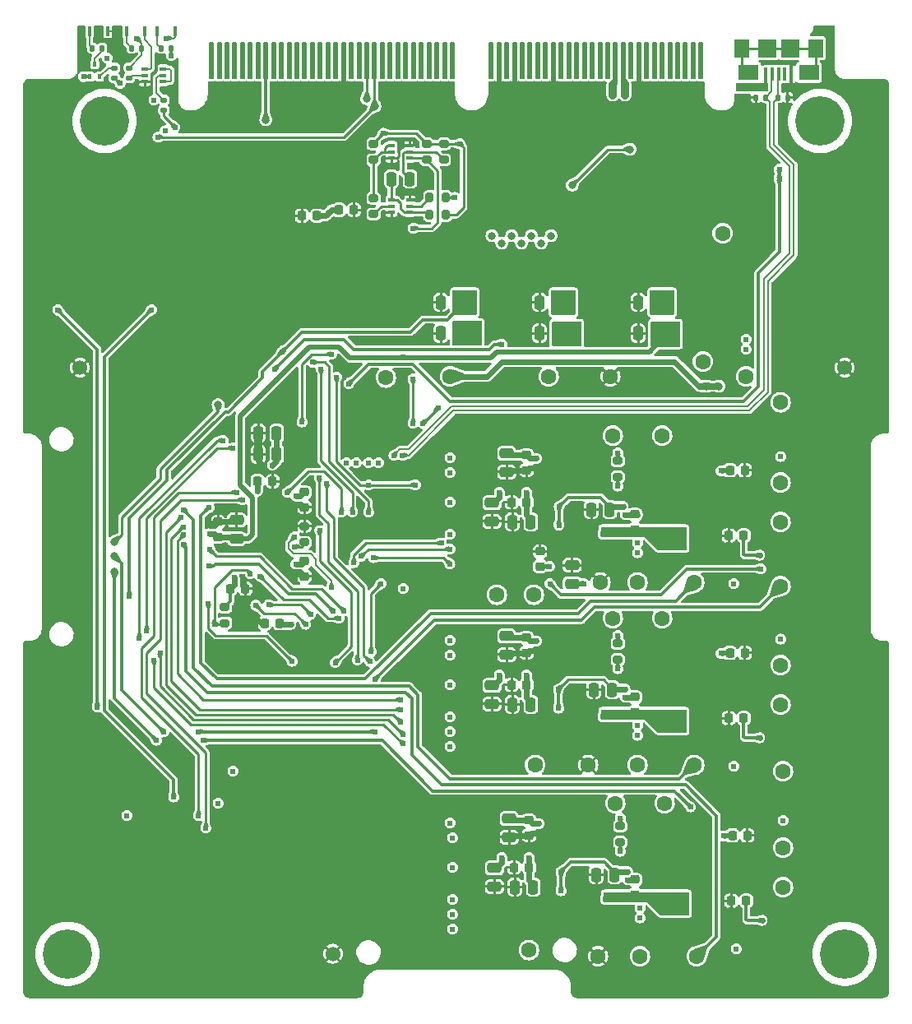
<source format=gbr>
%TF.GenerationSoftware,KiCad,Pcbnew,7.0.5*%
%TF.CreationDate,2023-06-30T17:38:18-04:00*%
%TF.ProjectId,magnetotorqer-drive-board,6d61676e-6574-46f7-946f-727165722d64,A*%
%TF.SameCoordinates,Original*%
%TF.FileFunction,Copper,L4,Bot*%
%TF.FilePolarity,Positive*%
%FSLAX46Y46*%
G04 Gerber Fmt 4.6, Leading zero omitted, Abs format (unit mm)*
G04 Created by KiCad (PCBNEW 7.0.5) date 2023-06-30 17:38:18*
%MOMM*%
%LPD*%
G01*
G04 APERTURE LIST*
G04 Aperture macros list*
%AMRoundRect*
0 Rectangle with rounded corners*
0 $1 Rounding radius*
0 $2 $3 $4 $5 $6 $7 $8 $9 X,Y pos of 4 corners*
0 Add a 4 corners polygon primitive as box body*
4,1,4,$2,$3,$4,$5,$6,$7,$8,$9,$2,$3,0*
0 Add four circle primitives for the rounded corners*
1,1,$1+$1,$2,$3*
1,1,$1+$1,$4,$5*
1,1,$1+$1,$6,$7*
1,1,$1+$1,$8,$9*
0 Add four rect primitives between the rounded corners*
20,1,$1+$1,$2,$3,$4,$5,0*
20,1,$1+$1,$4,$5,$6,$7,0*
20,1,$1+$1,$6,$7,$8,$9,0*
20,1,$1+$1,$8,$9,$2,$3,0*%
%AMFreePoly0*
4,1,12,0.105238,2.379067,0.194454,2.319454,0.254067,2.230238,0.275000,2.125000,0.275000,-1.400000,-0.275000,-1.400000,-0.275000,2.125000,-0.254067,2.230238,-0.194454,2.319454,-0.105238,2.379067,0.000000,2.400000,0.105238,2.379067,0.105238,2.379067,$1*%
G04 Aperture macros list end*
%TA.AperFunction,ComponentPad*%
%ADD10C,1.600000*%
%TD*%
%TA.AperFunction,ComponentPad*%
%ADD11C,5.080000*%
%TD*%
%TA.AperFunction,ComponentPad*%
%ADD12C,1.524000*%
%TD*%
%TA.AperFunction,SMDPad,CuDef*%
%ADD13FreePoly0,0.000000*%
%TD*%
%TA.AperFunction,SMDPad,CuDef*%
%ADD14RoundRect,0.225000X0.225000X0.250000X-0.225000X0.250000X-0.225000X-0.250000X0.225000X-0.250000X0*%
%TD*%
%TA.AperFunction,SMDPad,CuDef*%
%ADD15RoundRect,0.250000X-0.475000X0.250000X-0.475000X-0.250000X0.475000X-0.250000X0.475000X0.250000X0*%
%TD*%
%TA.AperFunction,SMDPad,CuDef*%
%ADD16RoundRect,0.200000X-0.275000X0.200000X-0.275000X-0.200000X0.275000X-0.200000X0.275000X0.200000X0*%
%TD*%
%TA.AperFunction,SMDPad,CuDef*%
%ADD17RoundRect,0.200000X0.275000X-0.200000X0.275000X0.200000X-0.275000X0.200000X-0.275000X-0.200000X0*%
%TD*%
%TA.AperFunction,SMDPad,CuDef*%
%ADD18R,0.400000X0.510000*%
%TD*%
%TA.AperFunction,SMDPad,CuDef*%
%ADD19RoundRect,0.225000X0.250000X-0.225000X0.250000X0.225000X-0.250000X0.225000X-0.250000X-0.225000X0*%
%TD*%
%TA.AperFunction,SMDPad,CuDef*%
%ADD20RoundRect,0.250000X-0.250000X-0.475000X0.250000X-0.475000X0.250000X0.475000X-0.250000X0.475000X0*%
%TD*%
%TA.AperFunction,SMDPad,CuDef*%
%ADD21RoundRect,0.135000X-0.135000X-0.185000X0.135000X-0.185000X0.135000X0.185000X-0.135000X0.185000X0*%
%TD*%
%TA.AperFunction,SMDPad,CuDef*%
%ADD22R,0.370000X1.000000*%
%TD*%
%TA.AperFunction,SMDPad,CuDef*%
%ADD23RoundRect,0.250000X0.250000X0.475000X-0.250000X0.475000X-0.250000X-0.475000X0.250000X-0.475000X0*%
%TD*%
%TA.AperFunction,SMDPad,CuDef*%
%ADD24RoundRect,0.135000X0.135000X0.185000X-0.135000X0.185000X-0.135000X-0.185000X0.135000X-0.185000X0*%
%TD*%
%TA.AperFunction,SMDPad,CuDef*%
%ADD25RoundRect,0.225000X-0.250000X0.225000X-0.250000X-0.225000X0.250000X-0.225000X0.250000X0.225000X0*%
%TD*%
%TA.AperFunction,SMDPad,CuDef*%
%ADD26RoundRect,0.225000X-0.225000X-0.250000X0.225000X-0.250000X0.225000X0.250000X-0.225000X0.250000X0*%
%TD*%
%TA.AperFunction,SMDPad,CuDef*%
%ADD27RoundRect,0.101500X0.101500X0.571500X-0.101500X0.571500X-0.101500X-0.571500X0.101500X-0.571500X0*%
%TD*%
%TA.AperFunction,SMDPad,CuDef*%
%ADD28R,0.406000X1.346000*%
%TD*%
%TA.AperFunction,SMDPad,CuDef*%
%ADD29R,1.500000X1.905000*%
%TD*%
%TA.AperFunction,SMDPad,CuDef*%
%ADD30R,2.108000X1.600000*%
%TD*%
%TA.AperFunction,SMDPad,CuDef*%
%ADD31R,1.905000X1.905000*%
%TD*%
%TA.AperFunction,SMDPad,CuDef*%
%ADD32RoundRect,0.250000X0.475000X-0.250000X0.475000X0.250000X-0.475000X0.250000X-0.475000X-0.250000X0*%
%TD*%
%TA.AperFunction,SMDPad,CuDef*%
%ADD33RoundRect,0.135000X-0.185000X0.135000X-0.185000X-0.135000X0.185000X-0.135000X0.185000X0.135000X0*%
%TD*%
%TA.AperFunction,SMDPad,CuDef*%
%ADD34RoundRect,0.135000X0.185000X-0.135000X0.185000X0.135000X-0.185000X0.135000X-0.185000X-0.135000X0*%
%TD*%
%TA.AperFunction,SMDPad,CuDef*%
%ADD35R,0.650000X0.400000*%
%TD*%
%TA.AperFunction,SMDPad,CuDef*%
%ADD36RoundRect,0.200000X0.200000X0.275000X-0.200000X0.275000X-0.200000X-0.275000X0.200000X-0.275000X0*%
%TD*%
%TA.AperFunction,SMDPad,CuDef*%
%ADD37RoundRect,0.147500X-0.147500X-0.172500X0.147500X-0.172500X0.147500X0.172500X-0.147500X0.172500X0*%
%TD*%
%TA.AperFunction,SMDPad,CuDef*%
%ADD38RoundRect,0.147500X0.147500X0.172500X-0.147500X0.172500X-0.147500X-0.172500X0.147500X-0.172500X0*%
%TD*%
%TA.AperFunction,SMDPad,CuDef*%
%ADD39RoundRect,0.200000X-0.200000X-0.275000X0.200000X-0.275000X0.200000X0.275000X-0.200000X0.275000X0*%
%TD*%
%TA.AperFunction,ViaPad*%
%ADD40C,0.609600*%
%TD*%
%TA.AperFunction,ViaPad*%
%ADD41C,0.812800*%
%TD*%
%TA.AperFunction,Conductor*%
%ADD42C,0.254000*%
%TD*%
%TA.AperFunction,Conductor*%
%ADD43C,0.508000*%
%TD*%
%TA.AperFunction,Conductor*%
%ADD44C,0.609600*%
%TD*%
%TA.AperFunction,Conductor*%
%ADD45C,0.812800*%
%TD*%
%TA.AperFunction,Conductor*%
%ADD46C,0.304800*%
%TD*%
%TA.AperFunction,Conductor*%
%ADD47C,0.203200*%
%TD*%
G04 APERTURE END LIST*
D10*
%TO.P,TP31,1,1*%
%TO.N,/Z+*%
X142240000Y-140462000D03*
%TD*%
%TO.P,TP27,1,1*%
%TO.N,/Y_REG_EN*%
X116713000Y-127889000D03*
%TD*%
%TO.P,TP11,1,1*%
%TO.N,+5VA*%
X118110000Y-87884000D03*
%TD*%
%TO.P,TP22,1,1*%
%TO.N,GND*%
X123444000Y-109093000D03*
%TD*%
D11*
%TO.P,H4,1,1*%
%TO.N,Net-(C4-Pad2)*%
X148590000Y-147320000D03*
%TD*%
D10*
%TO.P,TP37,1,1*%
%TO.N,/Z Driver/VDRV*%
X130048000Y-131826000D03*
%TD*%
%TO.P,TP38,1,1*%
%TO.N,GND*%
X123190000Y-147574000D03*
%TD*%
D12*
%TO.P,TP2,1,1*%
%TO.N,GND*%
X95885000Y-147320000D03*
%TD*%
D10*
%TO.P,TP30,1,1*%
%TO.N,GND*%
X122174000Y-127889000D03*
%TD*%
%TO.P,TP18,1,1*%
%TO.N,Net-(R69-Pad2)*%
X124714000Y-93980000D03*
%TD*%
%TO.P,TP15,1,1*%
%TO.N,/X+*%
X141986000Y-102870000D03*
%TD*%
%TO.P,TP4,1,1*%
%TO.N,/TEMP_A*%
X101346000Y-88011000D03*
%TD*%
%TO.P,TP9,1,1*%
%TO.N,VAA*%
X136017000Y-73152000D03*
%TD*%
%TO.P,TP20,1,1*%
%TO.N,VAA*%
X127254000Y-109093000D03*
%TD*%
D12*
%TO.P,TP3,1,1*%
%TO.N,GND*%
X148590000Y-86995000D03*
%TD*%
D10*
%TO.P,TP12,1,1*%
%TO.N,+3V3A*%
X133985000Y-86360000D03*
%TD*%
%TO.P,TP13,1,1*%
%TO.N,+1V65A*%
X138430000Y-87884000D03*
%TD*%
%TO.P,TP23,1,1*%
%TO.N,/Y+*%
X141986000Y-121666000D03*
%TD*%
D11*
%TO.P,H3,1,1*%
%TO.N,Net-(C3-Pad2)*%
X68580000Y-147320000D03*
%TD*%
D13*
%TO.P,P1,1,Pin_1*%
%TO.N,unconnected-(P1-Pin_1-Pad1)*%
X83383811Y-55837160D03*
%TO.P,P1,3,Pin_3*%
%TO.N,unconnected-(P1-Pin_3-Pad3)*%
X84183811Y-55837160D03*
%TO.P,P1,5,Pin_5*%
%TO.N,unconnected-(P1-Pin_5-Pad5)*%
X84983811Y-55837160D03*
%TO.P,P1,7,Pin_7*%
%TO.N,unconnected-(P1-Pin_7-Pad7)*%
X85783811Y-55837160D03*
%TO.P,P1,9,Pin_9*%
%TO.N,unconnected-(P1-Pin_9-Pad9)*%
X86583811Y-55837160D03*
%TO.P,P1,11,Pin_11*%
%TO.N,unconnected-(P1-Pin_11-Pad11)*%
X87383811Y-55837160D03*
%TO.P,P1,13,Pin_13*%
%TO.N,unconnected-(P1-Pin_13-Pad13)*%
X88183811Y-55837160D03*
%TO.P,P1,15,Pin_15*%
%TO.N,/BUS_LED_PWR*%
X88983811Y-55837160D03*
%TO.P,P1,17,Pin_17*%
%TO.N,unconnected-(P1-Pin_17-Pad17)*%
X89783811Y-55837160D03*
%TO.P,P1,19,Pin_19*%
%TO.N,unconnected-(P1-Pin_19-Pad19)*%
X90583811Y-55837160D03*
%TO.P,P1,21,Pin_21*%
%TO.N,unconnected-(P1-Pin_21-Pad21)*%
X91383811Y-55837160D03*
%TO.P,P1,23,Pin_23*%
%TO.N,unconnected-(P1-Pin_23-Pad23)*%
X92183811Y-55837160D03*
%TO.P,P1,25,Pin_25*%
%TO.N,unconnected-(P1-Pin_25-Pad25)*%
X92983811Y-55837160D03*
%TO.P,P1,27,Pin_27*%
%TO.N,unconnected-(P1-Pin_27-Pad27)*%
X93783811Y-55837160D03*
%TO.P,P1,29,Pin_29*%
%TO.N,unconnected-(P1-Pin_29-Pad29)*%
X94583811Y-55837160D03*
%TO.P,P1,31,Pin_31*%
%TO.N,unconnected-(P1-Pin_31-Pad31)*%
X95383811Y-55837160D03*
%TO.P,P1,33,Pin_33*%
%TO.N,unconnected-(P1-Pin_33-Pad33)*%
X96183811Y-55837160D03*
%TO.P,P1,35,Pin_35*%
%TO.N,GND*%
X96983811Y-55837160D03*
%TO.P,P1,37,Pin_37*%
%TO.N,unconnected-(P1-Pin_37-Pad37)*%
X97783811Y-55837160D03*
%TO.P,P1,39,Pin_39*%
%TO.N,unconnected-(P1-Pin_39-Pad39)*%
X98583811Y-55837160D03*
%TO.P,P1,41,Pin_41*%
%TO.N,/RX_4*%
X99383811Y-55837160D03*
%TO.P,P1,43,Pin_43*%
%TO.N,/~{FAULT}*%
X100183811Y-55837160D03*
%TO.P,P1,45,Pin_45*%
%TO.N,unconnected-(P1-Pin_45-Pad45)*%
X100983811Y-55837160D03*
%TO.P,P1,47,Pin_47*%
%TO.N,unconnected-(P1-Pin_47-Pad47)*%
X101783811Y-55837160D03*
%TO.P,P1,49,Pin_49*%
%TO.N,unconnected-(P1-Pin_49-Pad49)*%
X102583811Y-55837160D03*
%TO.P,P1,51,Pin_51*%
%TO.N,unconnected-(P1-Pin_51-Pad51)*%
X103383811Y-55837160D03*
%TO.P,P1,53,Pin_53*%
%TO.N,unconnected-(P1-Pin_53-Pad53)*%
X104183811Y-55837160D03*
%TO.P,P1,55,Pin_55*%
%TO.N,unconnected-(P1-Pin_55-Pad55)*%
X104983811Y-55837160D03*
%TO.P,P1,57,Pin_57*%
%TO.N,unconnected-(P1-Pin_57-Pad57)*%
X105783811Y-55837160D03*
%TO.P,P1,59,Pin_59*%
%TO.N,unconnected-(P1-Pin_59-Pad59)*%
X106583811Y-55837160D03*
%TO.P,P1,61,Pin_61*%
%TO.N,unconnected-(P1-Pin_61-Pad61)*%
X107383811Y-55837160D03*
%TO.P,P1,63,Pin_63*%
%TO.N,unconnected-(P1-Pin_63-Pad63)*%
X108183811Y-55837160D03*
%TO.P,P1,65,Pin_65*%
%TO.N,unconnected-(P1-Pin_65-Pad65)*%
X112183811Y-55837160D03*
%TO.P,P1,67,Pin_67*%
%TO.N,GND*%
X112983811Y-55837160D03*
%TO.P,P1,69,Pin_69*%
%TO.N,unconnected-(P1-Pin_69-Pad69)*%
X113783811Y-55837160D03*
%TO.P,P1,71,Pin_71*%
%TO.N,GND*%
X114583811Y-55837160D03*
%TO.P,P1,73,Pin_73*%
%TO.N,unconnected-(P1-Pin_73-Pad73)*%
X115383811Y-55837160D03*
%TO.P,P1,75,Pin_75*%
%TO.N,unconnected-(P1-Pin_75-Pad75)*%
X116183811Y-55837160D03*
%TO.P,P1,77,Pin_77*%
%TO.N,unconnected-(P1-Pin_77-Pad77)*%
X116983811Y-55837160D03*
%TO.P,P1,79,Pin_79*%
%TO.N,unconnected-(P1-Pin_79-Pad79)*%
X117783811Y-55837160D03*
%TO.P,P1,81,Pin_81*%
%TO.N,GND*%
X118583811Y-55837160D03*
%TO.P,P1,83,Pin_83*%
%TO.N,unconnected-(P1-Pin_83-Pad83)*%
X119383811Y-55837160D03*
%TO.P,P1,85,Pin_85*%
%TO.N,unconnected-(P1-Pin_85-Pad85)*%
X120183811Y-55837160D03*
%TO.P,P1,87,Pin_87*%
%TO.N,unconnected-(P1-Pin_87-Pad87)*%
X120983811Y-55837160D03*
%TO.P,P1,89,Pin_89*%
%TO.N,unconnected-(P1-Pin_89-Pad89)*%
X121783811Y-55837160D03*
%TO.P,P1,91,Pin_91*%
%TO.N,unconnected-(P1-Pin_91-Pad91)*%
X122583811Y-55837160D03*
%TO.P,P1,93,Pin93*%
%TO.N,unconnected-(P1-Pin93-Pad93)*%
X123383811Y-55837160D03*
%TO.P,P1,95,Pin_95*%
%TO.N,unconnected-(P1-Pin_95-Pad95)*%
X124183811Y-55837160D03*
%TO.P,P1,97,Pin_97*%
%TO.N,/VBATT*%
X124983811Y-55837160D03*
%TO.P,P1,99,Pin_99*%
X125783811Y-55837160D03*
%TO.P,P1,101,Pin_101*%
%TO.N,unconnected-(P1-Pin_101-Pad101)*%
X126583811Y-55837160D03*
%TO.P,P1,103,Pin_103*%
%TO.N,GND*%
X127383811Y-55837160D03*
%TO.P,P1,105,Pin_105*%
%TO.N,unconnected-(P1-Pin_105-Pad105)*%
X128183811Y-55837160D03*
%TO.P,P1,107,Pin_107*%
%TO.N,unconnected-(P1-Pin_107-Pad107)*%
X128983811Y-55837160D03*
%TO.P,P1,109,Pin_109*%
%TO.N,unconnected-(P1-Pin_109-Pad109)*%
X129783811Y-55837160D03*
%TO.P,P1,111,Pin_111*%
%TO.N,unconnected-(P1-Pin_111-Pad111)*%
X130583811Y-55837160D03*
%TO.P,P1,113,Pin_113*%
%TO.N,unconnected-(P1-Pin_113-Pad113)*%
X131383811Y-55837160D03*
%TO.P,P1,115,Pin_115*%
%TO.N,unconnected-(P1-Pin_115-Pad115)*%
X132183811Y-55837160D03*
%TO.P,P1,117,Pin_117*%
%TO.N,unconnected-(P1-Pin_117-Pad117)*%
X132983811Y-55837160D03*
%TO.P,P1,119,Pin_119*%
%TO.N,unconnected-(P1-Pin_119-Pad119)*%
X133783811Y-55837160D03*
%TD*%
D10*
%TO.P,TP5,1,1*%
%TO.N,/TEMP_B*%
X116586000Y-110363000D03*
%TD*%
%TO.P,TP24,1,1*%
%TO.N,/Y-*%
X141986000Y-117602000D03*
%TD*%
%TO.P,TP19,1,1*%
%TO.N,/X_REG_EN*%
X112776000Y-110363000D03*
%TD*%
%TO.P,TP6,1,1*%
%TO.N,/X_TEMP*%
X141986000Y-90551000D03*
%TD*%
%TO.P,TP29,1,1*%
%TO.N,/Y Driver/VDRV*%
X129794000Y-112776000D03*
%TD*%
D11*
%TO.P,H2,1,1*%
%TO.N,Net-(C2-Pad2)*%
X146050000Y-61595000D03*
%TD*%
D10*
%TO.P,TP10,1,1*%
%TO.N,+3V3D*%
X107950000Y-87884000D03*
%TD*%
%TO.P,TP26,1,1*%
%TO.N,Net-(R88-Pad2)*%
X124714000Y-112776000D03*
%TD*%
%TO.P,TP34,1,1*%
%TO.N,Net-(R107-Pad2)*%
X124968000Y-131826000D03*
%TD*%
%TO.P,TP32,1,1*%
%TO.N,/Z-*%
X142240000Y-136398000D03*
%TD*%
%TO.P,TP36,1,1*%
%TO.N,VAA*%
X127508000Y-147574000D03*
%TD*%
%TO.P,TP33,1,1*%
%TO.N,/Z_VRSEN*%
X133350000Y-147574000D03*
%TD*%
%TO.P,TP17,1,1*%
%TO.N,/X_VRSEN*%
X133096000Y-109093000D03*
%TD*%
%TO.P,TP21,1,1*%
%TO.N,/X Driver/VDRV*%
X129794000Y-93980000D03*
%TD*%
%TO.P,TP8,1,1*%
%TO.N,/Z_TEMP*%
X142240000Y-128524000D03*
%TD*%
%TO.P,TP7,1,1*%
%TO.N,/Y_TEMP*%
X141986000Y-109474000D03*
%TD*%
%TO.P,TP25,1,1*%
%TO.N,/Y_VRSEN*%
X133096000Y-127889000D03*
%TD*%
%TO.P,TP16,1,1*%
%TO.N,/X-*%
X141986000Y-98806000D03*
%TD*%
D11*
%TO.P,H1,1,1*%
%TO.N,Net-(C1-Pad2)*%
X72390000Y-61595000D03*
%TD*%
D10*
%TO.P,TP28,1,1*%
%TO.N,VAA*%
X127254000Y-127889000D03*
%TD*%
D12*
%TO.P,TP1,1,1*%
%TO.N,GND*%
X69850000Y-86995000D03*
%TD*%
D10*
%TO.P,TP35,1,1*%
%TO.N,/Z_REG_EN*%
X116078000Y-146939000D03*
%TD*%
%TO.P,TP14,1,1*%
%TO.N,GND*%
X124460000Y-87884000D03*
%TD*%
D14*
%TO.P,C27,1*%
%TO.N,+3V3D*%
X90437000Y-113284000D03*
%TO.P,C27,2*%
%TO.N,GND*%
X88887000Y-113284000D03*
%TD*%
D15*
%TO.P,C67,1*%
%TO.N,+5VA*%
X114046000Y-133416000D03*
%TO.P,C67,2*%
%TO.N,GND*%
X114046000Y-135316000D03*
%TD*%
D16*
%TO.P,R20,1*%
%TO.N,/VBATT*%
X107315000Y-63945000D03*
%TO.P,R20,2*%
%TO.N,Net-(Q4A-B1)*%
X107315000Y-65595000D03*
%TD*%
%TO.P,R22,1*%
%TO.N,/VBATT*%
X100076000Y-63945000D03*
%TO.P,R22,2*%
%TO.N,Net-(Q4A-C1)*%
X100076000Y-65595000D03*
%TD*%
D17*
%TO.P,R43,1*%
%TO.N,/Control/MISO*%
X92964000Y-104965000D03*
%TO.P,R43,2*%
%TO.N,GND*%
X92964000Y-103315000D03*
%TD*%
D14*
%TO.P,C5,1*%
%TO.N,+3V3D*%
X94247000Y-71359000D03*
%TO.P,C5,2*%
%TO.N,GND*%
X92697000Y-71359000D03*
%TD*%
D18*
%TO.P,Q9,1,B*%
%TO.N,Net-(Q9-B)*%
X71874000Y-57033000D03*
%TO.P,Q9,2,E*%
%TO.N,LED_VCC*%
X70874000Y-57033000D03*
%TO.P,Q9,3,C*%
%TO.N,Net-(Q9-C)*%
X71374000Y-55743000D03*
%TD*%
D19*
%TO.P,C36,1*%
%TO.N,+3V3A*%
X84074000Y-104407000D03*
%TO.P,C36,2*%
%TO.N,GND*%
X84074000Y-102857000D03*
%TD*%
D14*
%TO.P,C81,1*%
%TO.N,+3V3A*%
X138189000Y-104272000D03*
%TO.P,C81,2*%
%TO.N,GND*%
X136639000Y-104272000D03*
%TD*%
D20*
%TO.P,C33,1*%
%TO.N,GND*%
X88204000Y-93726000D03*
%TO.P,C33,2*%
%TO.N,/Control/VDDCORE*%
X90104000Y-93726000D03*
%TD*%
D14*
%TO.P,C66,1*%
%TO.N,+3V3A*%
X138189000Y-123068000D03*
%TO.P,C66,2*%
%TO.N,GND*%
X136639000Y-123068000D03*
%TD*%
D16*
%TO.P,R25,1*%
%TO.N,/VBATT*%
X105537000Y-63945000D03*
%TO.P,R25,2*%
%TO.N,/Power/~{HRST}*%
X105537000Y-65595000D03*
%TD*%
D21*
%TO.P,R54,1*%
%TO.N,Net-(LED4-A)*%
X71118000Y-54102000D03*
%TO.P,R54,2*%
%TO.N,Net-(Q9-C)*%
X72138000Y-54102000D03*
%TD*%
D22*
%TO.P,LED2,1,K*%
%TO.N,Net-(LED2-K)*%
X79670000Y-52324000D03*
%TO.P,LED2,2,A*%
%TO.N,Net-(LED2-A)*%
X77810000Y-52324000D03*
%TD*%
D23*
%TO.P,C74,1*%
%TO.N,/Z Driver/Adjustable Buck Regulator 1/INTVCC*%
X124902000Y-139192000D03*
%TO.P,C74,2*%
%TO.N,GND*%
X123002000Y-139192000D03*
%TD*%
D15*
%TO.P,C71,1*%
%TO.N,Net-(U23-EXT_CAP)*%
X112522000Y-138496000D03*
%TO.P,C71,2*%
%TO.N,GND*%
X112522000Y-140396000D03*
%TD*%
%TO.P,C43,1*%
%TO.N,+5VA*%
X113792000Y-95824000D03*
%TO.P,C43,2*%
%TO.N,GND*%
X113792000Y-97724000D03*
%TD*%
D23*
%TO.P,C56,1*%
%TO.N,+5VA*%
X116266000Y-121666000D03*
%TO.P,C56,2*%
%TO.N,GND*%
X114366000Y-121666000D03*
%TD*%
%TO.P,C22,1*%
%TO.N,+3V3A*%
X129220000Y-83439000D03*
%TO.P,C22,2*%
%TO.N,GND*%
X127320000Y-83439000D03*
%TD*%
%TO.P,C19,1*%
%TO.N,VAA*%
X108900000Y-80264000D03*
%TO.P,C19,2*%
%TO.N,GND*%
X107000000Y-80264000D03*
%TD*%
D24*
%TO.P,R50,1*%
%TO.N,LED_VCC*%
X76202000Y-54102000D03*
%TO.P,R50,2*%
%TO.N,Net-(LED3-A)*%
X75182000Y-54102000D03*
%TD*%
D16*
%TO.P,R87,1*%
%TO.N,/Y Driver/VDRV*%
X125222000Y-115380000D03*
%TO.P,R87,2*%
%TO.N,Net-(U19-PGOOD)*%
X125222000Y-117030000D03*
%TD*%
D25*
%TO.P,C37,1*%
%TO.N,+3V3D*%
X92964000Y-106921000D03*
%TO.P,C37,2*%
%TO.N,GND*%
X92964000Y-108471000D03*
%TD*%
D26*
%TO.P,C53,1*%
%TO.N,+3V3D*%
X136766000Y-97536000D03*
%TO.P,C53,2*%
%TO.N,GND*%
X138316000Y-97536000D03*
%TD*%
D25*
%TO.P,C51,1*%
%TO.N,/X Driver/Adjustable Buck Regulator 1/BST*%
X127000000Y-102095000D03*
%TO.P,C51,2*%
%TO.N,/X Driver/Adjustable Buck Regulator 1/SW*%
X127000000Y-103645000D03*
%TD*%
D27*
%TO.P,J1,1,VBUS*%
%TO.N,/5V_USB_IN*%
X140464000Y-56769000D03*
D28*
%TO.P,J1,2,D-*%
%TO.N,/D-*%
X141114000Y-56769000D03*
%TO.P,J1,3,D+*%
%TO.N,/D+*%
X141764000Y-56769000D03*
%TO.P,J1,4,ID*%
%TO.N,unconnected-(J1-ID-Pad4)*%
X142414000Y-56769000D03*
%TO.P,J1,5,GND*%
%TO.N,GND*%
X143064000Y-56769000D03*
D29*
%TO.P,J1,6,Shield*%
%TO.N,unconnected-(J1-Shield-Pad6)*%
X137963000Y-54102000D03*
D30*
X138665000Y-56602000D03*
D31*
X140589000Y-54102000D03*
X142989000Y-54102000D03*
D30*
X144913000Y-56602000D03*
D29*
X145615000Y-54102000D03*
%TD*%
D23*
%TO.P,C32,1*%
%TO.N,/Control/VDDCORE*%
X90104000Y-95885000D03*
%TO.P,C32,2*%
%TO.N,GND*%
X88204000Y-95885000D03*
%TD*%
D17*
%TO.P,R36,1*%
%TO.N,/Control/QSPI{slash}CS*%
X84773000Y-113284000D03*
%TO.P,R36,2*%
%TO.N,+3V3D*%
X84773000Y-111634000D03*
%TD*%
D25*
%TO.P,C44,1*%
%TO.N,+5VA*%
X115824000Y-95999000D03*
%TO.P,C44,2*%
%TO.N,GND*%
X115824000Y-97549000D03*
%TD*%
D32*
%TO.P,C38,1*%
%TO.N,+3V3A*%
X85979000Y-104582000D03*
%TO.P,C38,2*%
%TO.N,GND*%
X85979000Y-102682000D03*
%TD*%
D25*
%TO.P,C75,1*%
%TO.N,/Z Driver/Adjustable Buck Regulator 1/BST*%
X127000000Y-139687000D03*
%TO.P,C75,2*%
%TO.N,/Z Driver/Adjustable Buck Regulator 1/SW*%
X127000000Y-141237000D03*
%TD*%
D23*
%TO.P,C23,1*%
%TO.N,VAA*%
X119060000Y-80264000D03*
%TO.P,C23,2*%
%TO.N,GND*%
X117160000Y-80264000D03*
%TD*%
D25*
%TO.P,C35,1*%
%TO.N,+3V3D*%
X92964000Y-99809000D03*
%TO.P,C35,2*%
%TO.N,GND*%
X92964000Y-101359000D03*
%TD*%
D33*
%TO.P,R48,1*%
%TO.N,Net-(Q8B-B2)*%
X78486000Y-59434000D03*
%TO.P,R48,2*%
%TO.N,/Control/WDT_WDI*%
X78486000Y-60454000D03*
%TD*%
D34*
%TO.P,R49,1*%
%TO.N,Net-(Q8A-B1)*%
X74930000Y-57152000D03*
%TO.P,R49,2*%
%TO.N,LED_VCC*%
X74930000Y-56132000D03*
%TD*%
D35*
%TO.P,Q4,1,E2*%
%TO.N,GND*%
X101920000Y-65420000D03*
%TO.P,Q4,2,B2*%
%TO.N,Net-(Q4A-C1)*%
X101920000Y-64770000D03*
%TO.P,Q4,3,C1*%
X101920000Y-64120000D03*
%TO.P,Q4,4,E1*%
%TO.N,GND*%
X103820000Y-64120000D03*
%TO.P,Q4,5,B1*%
%TO.N,Net-(Q4A-B1)*%
X103820000Y-64770000D03*
%TO.P,Q4,6,C2*%
%TO.N,/Power/~{HRST}*%
X103820000Y-65420000D03*
%TD*%
D36*
%TO.P,R15,1*%
%TO.N,/VBATT*%
X107505000Y-71247000D03*
%TO.P,R15,2*%
%TO.N,Net-(Q1A-C1)*%
X105855000Y-71247000D03*
%TD*%
D26*
%TO.P,C34,1*%
%TO.N,+3V3D*%
X88125000Y-98679000D03*
%TO.P,C34,2*%
%TO.N,GND*%
X89675000Y-98679000D03*
%TD*%
%TO.P,C64,1*%
%TO.N,+3V3D*%
X136766000Y-116332000D03*
%TO.P,C64,2*%
%TO.N,GND*%
X138316000Y-116332000D03*
%TD*%
D22*
%TO.P,LED4,1,K*%
%TO.N,GND*%
X72685000Y-52324000D03*
%TO.P,LED4,2,A*%
%TO.N,Net-(LED4-A)*%
X70825000Y-52324000D03*
%TD*%
D19*
%TO.P,C10,1*%
%TO.N,/TEMP_B*%
X117221000Y-107455000D03*
%TO.P,C10,2*%
%TO.N,GND*%
X117221000Y-105905000D03*
%TD*%
D25*
%TO.P,C68,1*%
%TO.N,+5VA*%
X116078000Y-133591000D03*
%TO.P,C68,2*%
%TO.N,GND*%
X116078000Y-135141000D03*
%TD*%
D23*
%TO.P,C20,1*%
%TO.N,VAA*%
X129220000Y-80264000D03*
%TO.P,C20,2*%
%TO.N,GND*%
X127320000Y-80264000D03*
%TD*%
D26*
%TO.P,C6,1*%
%TO.N,+3V3D*%
X96507000Y-70739000D03*
%TO.P,C6,2*%
%TO.N,GND*%
X98057000Y-70739000D03*
%TD*%
D14*
%TO.P,C79,1*%
%TO.N,+3V3A*%
X138443000Y-141864000D03*
%TO.P,C79,2*%
%TO.N,GND*%
X136893000Y-141864000D03*
%TD*%
D17*
%TO.P,R21,1*%
%TO.N,Net-(Q1B-B2)*%
X100076000Y-71183000D03*
%TO.P,R21,2*%
%TO.N,Net-(Q4A-C1)*%
X100076000Y-69533000D03*
%TD*%
D16*
%TO.P,R68,1*%
%TO.N,/X Driver/VDRV*%
X125222000Y-96584000D03*
%TO.P,R68,2*%
%TO.N,Net-(U15-PGOOD)*%
X125222000Y-98234000D03*
%TD*%
D15*
%TO.P,C54,1*%
%TO.N,+5VA*%
X113792000Y-114620000D03*
%TO.P,C54,2*%
%TO.N,GND*%
X113792000Y-116520000D03*
%TD*%
D37*
%TO.P,D2,1,K*%
%TO.N,/D+*%
X141755000Y-59182000D03*
%TO.P,D2,2,A*%
%TO.N,GND*%
X142725000Y-59182000D03*
%TD*%
D38*
%TO.P,D1,1,K*%
%TO.N,/D-*%
X140439000Y-59182000D03*
%TO.P,D1,2,A*%
%TO.N,GND*%
X139469000Y-59182000D03*
%TD*%
D35*
%TO.P,Q1,1,E2*%
%TO.N,GND*%
X101920000Y-71008000D03*
%TO.P,Q1,2,B2*%
%TO.N,Net-(Q1B-B2)*%
X101920000Y-70358000D03*
%TO.P,Q1,3,C1*%
%TO.N,Net-(Q1A-C1)*%
X101920000Y-69708000D03*
%TO.P,Q1,4,E1*%
%TO.N,GND*%
X103820000Y-69708000D03*
%TO.P,Q1,5,B1*%
%TO.N,Net-(Q1A-B1)*%
X103820000Y-70358000D03*
%TO.P,Q1,6,C2*%
%TO.N,Net-(Q1A-C1)*%
X103820000Y-71008000D03*
%TD*%
D33*
%TO.P,R52,1*%
%TO.N,Net-(Q9-B)*%
X73406000Y-56132000D03*
%TO.P,R52,2*%
%TO.N,/~{FAULT}*%
X73406000Y-57152000D03*
%TD*%
D14*
%TO.P,C57,1*%
%TO.N,+5VA*%
X115837000Y-119634000D03*
%TO.P,C57,2*%
%TO.N,GND*%
X114287000Y-119634000D03*
%TD*%
D35*
%TO.P,Q8,1,E2*%
%TO.N,Net-(Q8A-C1)*%
X78420000Y-56246000D03*
%TO.P,Q8,2,B2*%
%TO.N,Net-(Q8B-B2)*%
X78420000Y-56896000D03*
%TO.P,Q8,3,C1*%
%TO.N,Net-(Q8A-C1)*%
X78420000Y-57546000D03*
%TO.P,Q8,4,E1*%
%TO.N,GND*%
X76520000Y-57546000D03*
%TO.P,Q8,5,B1*%
%TO.N,Net-(Q8A-B1)*%
X76520000Y-56896000D03*
%TO.P,Q8,6,C2*%
%TO.N,Net-(LED3-K)*%
X76520000Y-56246000D03*
%TD*%
D14*
%TO.P,C46,1*%
%TO.N,+5VA*%
X115837000Y-100838000D03*
%TO.P,C46,2*%
%TO.N,GND*%
X114287000Y-100838000D03*
%TD*%
%TO.P,C70,1*%
%TO.N,+5VA*%
X116091000Y-138430000D03*
%TO.P,C70,2*%
%TO.N,GND*%
X114541000Y-138430000D03*
%TD*%
D23*
%TO.P,C50,1*%
%TO.N,/X Driver/Adjustable Buck Regulator 1/INTVCC*%
X124394000Y-101600000D03*
%TO.P,C50,2*%
%TO.N,GND*%
X122494000Y-101600000D03*
%TD*%
D20*
%TO.P,C13,1*%
%TO.N,Net-(Q1A-C1)*%
X101920000Y-67564000D03*
%TO.P,C13,2*%
%TO.N,Net-(Q4A-B1)*%
X103820000Y-67564000D03*
%TD*%
D22*
%TO.P,LED3,1,K*%
%TO.N,Net-(LED3-K)*%
X76495000Y-52324000D03*
%TO.P,LED3,2,A*%
%TO.N,Net-(LED3-A)*%
X74635000Y-52324000D03*
%TD*%
D25*
%TO.P,C55,1*%
%TO.N,+5VA*%
X115824000Y-114795000D03*
%TO.P,C55,2*%
%TO.N,GND*%
X115824000Y-116345000D03*
%TD*%
D26*
%TO.P,C39,1*%
%TO.N,+3V3D*%
X85331000Y-109728000D03*
%TO.P,C39,2*%
%TO.N,GND*%
X86881000Y-109728000D03*
%TD*%
D24*
%TO.P,R32,1*%
%TO.N,+3V3D*%
X79250000Y-54102000D03*
%TO.P,R32,2*%
%TO.N,Net-(LED2-A)*%
X78230000Y-54102000D03*
%TD*%
D16*
%TO.P,R106,1*%
%TO.N,/Z Driver/VDRV*%
X125476000Y-134176000D03*
%TO.P,R106,2*%
%TO.N,Net-(U24-PGOOD)*%
X125476000Y-135826000D03*
%TD*%
D15*
%TO.P,C47,1*%
%TO.N,Net-(U14-EXT_CAP)*%
X112268000Y-100904000D03*
%TO.P,C47,2*%
%TO.N,GND*%
X112268000Y-102804000D03*
%TD*%
D23*
%TO.P,C45,1*%
%TO.N,+5VA*%
X116266000Y-102870000D03*
%TO.P,C45,2*%
%TO.N,GND*%
X114366000Y-102870000D03*
%TD*%
D26*
%TO.P,C77,1*%
%TO.N,+3V3D*%
X137020000Y-135128000D03*
%TO.P,C77,2*%
%TO.N,GND*%
X138570000Y-135128000D03*
%TD*%
D39*
%TO.P,R13,1*%
%TO.N,Net-(Q1A-B1)*%
X105855000Y-69469000D03*
%TO.P,R13,2*%
%TO.N,/HARD_RESET*%
X107505000Y-69469000D03*
%TD*%
D23*
%TO.P,C61,1*%
%TO.N,/Y Driver/Adjustable Buck Regulator 1/INTVCC*%
X124648000Y-120142000D03*
%TO.P,C61,2*%
%TO.N,GND*%
X122748000Y-120142000D03*
%TD*%
D15*
%TO.P,C58,1*%
%TO.N,Net-(U18-EXT_CAP)*%
X112268000Y-119700000D03*
%TO.P,C58,2*%
%TO.N,GND*%
X112268000Y-121600000D03*
%TD*%
D25*
%TO.P,C62,1*%
%TO.N,/Y Driver/Adjustable Buck Regulator 1/BST*%
X127000000Y-120891000D03*
%TO.P,C62,2*%
%TO.N,/Y Driver/Adjustable Buck Regulator 1/SW*%
X127000000Y-122441000D03*
%TD*%
D23*
%TO.P,C25,1*%
%TO.N,+5VA*%
X119060000Y-83439000D03*
%TO.P,C25,2*%
%TO.N,GND*%
X117160000Y-83439000D03*
%TD*%
%TO.P,C21,1*%
%TO.N,+3V3D*%
X108900000Y-83439000D03*
%TO.P,C21,2*%
%TO.N,GND*%
X107000000Y-83439000D03*
%TD*%
D32*
%TO.P,C8,1*%
%TO.N,Net-(U4-V_{DD})*%
X120523000Y-109220000D03*
%TO.P,C8,2*%
%TO.N,GND*%
X120523000Y-107320000D03*
%TD*%
D23*
%TO.P,C69,1*%
%TO.N,+5VA*%
X116520000Y-140462000D03*
%TO.P,C69,2*%
%TO.N,GND*%
X114620000Y-140462000D03*
%TD*%
D40*
%TO.N,GND*%
X118491000Y-115316000D03*
D41*
X118583811Y-57896189D03*
D40*
X137668000Y-144526000D03*
X136144000Y-136144000D03*
X74422000Y-55118000D03*
X142494000Y-81534000D03*
X100965000Y-137668000D03*
X80518000Y-144780000D03*
D41*
X112983811Y-58928000D03*
D40*
X120142000Y-124079000D03*
D41*
X96983811Y-57912000D03*
D40*
X122174000Y-137160000D03*
X121920000Y-124968000D03*
X116840000Y-93345000D03*
X92075000Y-108029000D03*
D41*
X146050000Y-70485000D03*
D40*
X81534000Y-88265000D03*
D41*
X133858000Y-141732000D03*
D40*
X121920000Y-122428000D03*
X83693000Y-117221000D03*
X122428000Y-95758000D03*
X144145000Y-112784000D03*
D41*
X133604000Y-101600000D03*
D40*
X81280000Y-128016000D03*
D41*
X133604000Y-120396000D03*
D40*
X118491000Y-113792000D03*
D41*
X112268000Y-63627000D03*
X133604000Y-124206000D03*
D40*
X68580000Y-120777000D03*
D41*
X131572000Y-125730000D03*
D40*
X94361000Y-108585000D03*
X122682000Y-135382000D03*
X91709000Y-72644000D03*
X143256000Y-55626000D03*
X118999000Y-132588000D03*
X122428000Y-96774000D03*
D41*
X133604000Y-121666000D03*
D40*
X91313000Y-65913000D03*
X91186000Y-80010000D03*
X89916000Y-102108000D03*
X88392000Y-144907000D03*
X86553304Y-108585000D03*
X122936000Y-103632000D03*
X113488000Y-122986000D03*
X139446000Y-146050000D03*
X122428000Y-116586000D03*
X88138000Y-112903000D03*
D41*
X118745000Y-63627000D03*
D40*
X136906000Y-142748000D03*
D41*
X133604000Y-102870000D03*
D40*
X137414000Y-125730000D03*
X76327000Y-92075000D03*
X142494000Y-84074000D03*
X113488000Y-104190000D03*
X81534000Y-65913000D03*
D41*
X133858000Y-140462000D03*
D40*
X149479000Y-107442000D03*
D41*
X131572000Y-106680000D03*
D40*
X84094748Y-101757534D03*
X112776000Y-141732000D03*
X74676000Y-138176000D03*
X133223000Y-114300000D03*
X149733000Y-80264000D03*
X87630000Y-137287000D03*
X74676000Y-134366000D03*
X113742000Y-141782000D03*
D41*
X133604000Y-117856000D03*
X133604000Y-99060000D03*
X115951000Y-79756000D03*
D40*
X68453000Y-99441000D03*
X71882000Y-125476000D03*
X68580000Y-137922000D03*
X100711000Y-145161000D03*
D41*
X105410000Y-83021001D03*
D40*
X114252161Y-118618000D03*
X144018000Y-131572000D03*
X116840000Y-97282000D03*
X120396000Y-142875000D03*
X79756000Y-128016000D03*
X84836000Y-147574000D03*
X91948000Y-103378000D03*
X145034000Y-78232000D03*
X135890000Y-117348000D03*
X143002000Y-57912000D03*
X99695000Y-109220000D03*
X140462000Y-55588500D03*
X73406000Y-100584000D03*
X75424714Y-58033290D03*
X86360000Y-117094000D03*
X122682000Y-134366000D03*
X105664000Y-109728000D03*
X99045000Y-69454000D03*
X122682000Y-136398000D03*
X138430000Y-98552000D03*
D41*
X125730000Y-83021001D03*
D40*
X122174000Y-141224000D03*
D41*
X133604000Y-122936000D03*
D40*
X142494000Y-85090000D03*
X121920000Y-104902000D03*
X81534000Y-83312000D03*
D41*
X127383811Y-57896189D03*
D40*
X104394000Y-109728000D03*
X77724000Y-129286000D03*
X83820000Y-128524000D03*
X117094000Y-134874000D03*
X133477000Y-133096000D03*
X73389498Y-52324000D03*
X99314000Y-78232000D03*
X120015000Y-131318000D03*
X123190000Y-141224000D03*
X81534000Y-71120000D03*
X138684000Y-136144000D03*
X68580000Y-107823000D03*
X72390000Y-71120000D03*
D41*
X105791000Y-80772000D03*
D40*
X100584000Y-92710000D03*
X97282000Y-92710000D03*
X99568000Y-92710000D03*
X102108000Y-71755000D03*
D41*
X126111000Y-80772000D03*
D40*
X73406000Y-99314000D03*
X118999000Y-134112000D03*
X83185000Y-103251000D03*
X122682000Y-113030000D03*
X100709912Y-81795311D03*
X122428000Y-97790000D03*
X120904000Y-87884000D03*
X118110000Y-144145000D03*
X121920000Y-103632000D03*
X88138000Y-92456000D03*
X138430000Y-118298000D03*
X103759000Y-134747000D03*
X117856000Y-125476000D03*
D41*
X137033000Y-61976000D03*
X132842000Y-125222000D03*
D40*
X149733000Y-84074000D03*
X121920000Y-118364000D03*
X122428000Y-98806000D03*
D41*
X137033000Y-60960000D03*
D40*
X117856000Y-116078000D03*
D41*
X133604000Y-119126000D03*
X125730000Y-84037000D03*
X133858000Y-143256000D03*
X133604000Y-105664000D03*
D40*
X114252161Y-99822000D03*
X142494000Y-77978000D03*
X76327000Y-85852000D03*
X121920000Y-106172000D03*
X110490000Y-93345000D03*
X122428000Y-117602000D03*
X86507060Y-101554729D03*
X144145000Y-93980000D03*
X92075000Y-101029000D03*
X122936000Y-122428000D03*
X76717041Y-128134369D03*
X104140000Y-147701000D03*
X119888000Y-105918000D03*
X122428000Y-115570000D03*
X85503709Y-101586751D03*
X138430000Y-117348000D03*
D41*
X132842000Y-144018000D03*
D40*
X104394000Y-63754000D03*
X142494000Y-78994000D03*
D41*
X112983811Y-57896189D03*
D40*
X98298000Y-92710000D03*
X149606000Y-64897000D03*
X89916000Y-103378000D03*
X121920000Y-99568000D03*
D41*
X133858000Y-137922000D03*
D40*
X136652000Y-105156000D03*
D41*
X113665000Y-63627000D03*
X115570000Y-84037000D03*
D40*
X68580000Y-133604000D03*
D41*
X127383811Y-58928000D03*
X131572000Y-144272000D03*
D40*
X149860000Y-74803000D03*
D41*
X117475000Y-63627000D03*
D40*
X87630000Y-117094000D03*
X122936000Y-118364000D03*
X116840000Y-116078000D03*
D41*
X105791000Y-79756000D03*
D40*
X112268000Y-122682000D03*
D41*
X96983811Y-58943811D03*
D40*
X114506161Y-137414000D03*
D41*
X132842000Y-106680000D03*
D40*
X129286000Y-88138000D03*
D41*
X118583811Y-58928000D03*
X114583811Y-57896189D03*
D40*
X149352000Y-126238000D03*
X88900000Y-117094000D03*
X122428000Y-114554000D03*
X76327000Y-96901000D03*
X122936000Y-99568000D03*
D41*
X133604000Y-104140000D03*
D40*
X76454000Y-147447000D03*
D41*
X126111000Y-79756000D03*
X133858000Y-136652000D03*
D40*
X122682000Y-133350000D03*
X87630000Y-136525000D03*
X104648000Y-69469000D03*
X93345000Y-117221000D03*
X73406000Y-101854000D03*
X135890000Y-98552000D03*
X74676000Y-135636000D03*
X122682000Y-131318000D03*
X89154000Y-100838000D03*
D41*
X133604000Y-100330000D03*
D40*
X108077000Y-67818000D03*
X149606000Y-68961000D03*
X100965000Y-130048000D03*
D41*
X115951000Y-80772000D03*
D40*
X99314000Y-79248000D03*
X93345000Y-115824000D03*
X113284000Y-87884000D03*
X122174000Y-142494000D03*
X138430000Y-99502000D03*
X89916000Y-105410000D03*
X89152077Y-99702069D03*
X112522000Y-104140000D03*
X91440000Y-147574000D03*
D41*
X115570000Y-83021001D03*
D40*
X98806000Y-84328000D03*
D41*
X105410000Y-84037000D03*
D40*
X81534000Y-75692000D03*
X137414000Y-106934000D03*
X103886000Y-141224000D03*
D41*
X114583811Y-58928000D03*
X133858000Y-139192000D03*
D40*
X105029000Y-118110000D03*
X113538000Y-93345000D03*
X91186000Y-75692000D03*
X136652000Y-123952000D03*
X140462000Y-147320000D03*
X121920000Y-123698000D03*
X122174000Y-143764000D03*
X88646000Y-97028000D03*
X79502000Y-97790000D03*
X123190000Y-137160000D03*
X138684000Y-137094000D03*
X133223000Y-95504000D03*
%TO.N,Net-(U4-V_{DD})*%
X121729000Y-109220000D03*
%TO.N,/TEMP_B*%
X83133000Y-107390000D03*
X95885000Y-112014000D03*
X118207000Y-107457000D03*
%TO.N,/~{RST}*%
X91186000Y-99822000D03*
X100838000Y-109220000D03*
X99822000Y-116205000D03*
X96774000Y-101854000D03*
%TO.N,/Control/VDDCORE*%
X89662000Y-97028000D03*
%TO.N,LED_VCC*%
X70221000Y-57033000D03*
X67564000Y-81026000D03*
X71628000Y-121920000D03*
X77470000Y-59436000D03*
X75692000Y-53086000D03*
%TO.N,+5VA*%
X116078000Y-137414000D03*
D41*
X120750000Y-83992000D03*
X120750000Y-82976000D03*
D40*
X117094000Y-133924000D03*
X116840000Y-96332000D03*
X115824000Y-118618000D03*
X116840000Y-115128000D03*
X115824000Y-99822000D03*
D41*
%TO.N,VAA*%
X110109000Y-79756000D03*
X118364000Y-73406000D03*
X112268000Y-73406000D03*
X117348000Y-74168000D03*
X114300000Y-73406000D03*
D40*
X72644000Y-55118000D03*
D41*
X130429000Y-80772000D03*
D40*
X127508000Y-142621000D03*
X78613000Y-62611000D03*
D41*
X116332000Y-73406000D03*
X120269000Y-80772000D03*
X115316000Y-74168000D03*
D40*
X127254000Y-124841000D03*
X90678000Y-85344000D03*
D41*
X113284000Y-74168000D03*
X120269000Y-79756000D03*
D40*
X127254000Y-123825000D03*
D41*
X130429000Y-79756000D03*
X110109000Y-80772000D03*
D40*
X74930000Y-110490000D03*
X127508000Y-143637000D03*
X127254000Y-106045000D03*
X127254000Y-105029000D03*
%TO.N,/Y Driver/Adjustable Buck Regulator 1/INTVCC*%
X119126000Y-120071000D03*
X125963303Y-120071000D03*
X119126000Y-122047000D03*
%TO.N,/Y Driver/Adjustable Buck Regulator 1/BST*%
X125984000Y-120904000D03*
%TO.N,/Y Driver/Adjustable Buck Regulator 1/SW*%
X125349000Y-122682000D03*
X123825000Y-122682000D03*
X129921000Y-124206000D03*
X130810000Y-124206000D03*
X124587000Y-122682000D03*
X131699000Y-124206000D03*
%TO.N,/Y Driver/VDRV*%
X125222000Y-114554000D03*
%TO.N,/X Driver/Adjustable Buck Regulator 1/INTVCC*%
X125756079Y-101273325D03*
X119197000Y-101275000D03*
X119152000Y-103225000D03*
%TO.N,/X Driver/Adjustable Buck Regulator 1/BST*%
X125984000Y-102108000D03*
%TO.N,/X Driver/Adjustable Buck Regulator 1/SW*%
X129921000Y-105410000D03*
X125349000Y-103886000D03*
X131699000Y-105410000D03*
X123825000Y-103886000D03*
X124587000Y-103886000D03*
X130810000Y-105410000D03*
%TO.N,/X Driver/VDRV*%
X125222000Y-95758000D03*
D41*
%TO.N,/VBATT*%
X124714000Y-57896189D03*
X124714000Y-58928000D03*
X125984000Y-58928000D03*
D40*
X108966000Y-63945000D03*
X101092000Y-62865000D03*
D41*
X125984000Y-57896189D03*
D40*
%TO.N,/Z Driver/Adjustable Buck Regulator 1/INTVCC*%
X126238000Y-138887697D03*
X119380000Y-140843000D03*
X119380000Y-138867000D03*
%TO.N,/Z Driver/Adjustable Buck Regulator 1/BST*%
X126238000Y-139700000D03*
%TO.N,/Z Driver/Adjustable Buck Regulator 1/SW*%
X124079000Y-141478000D03*
X131064000Y-143002000D03*
X130175000Y-143002000D03*
X124841000Y-141478000D03*
X131953000Y-143002000D03*
X125603000Y-141478000D03*
%TO.N,/Z Driver/VDRV*%
X125476000Y-133350000D03*
%TO.N,/D-*%
X102186200Y-96012000D03*
%TO.N,/D+*%
X103045800Y-96012000D03*
D41*
%TO.N,/X_TEMP*%
X73406000Y-104902000D03*
X84074000Y-90805000D03*
D40*
%TO.N,/Y_TEMP*%
X78486000Y-124460000D03*
X100203000Y-124460000D03*
X82042000Y-124460000D03*
X100203000Y-119101100D03*
D41*
X73406000Y-106413498D03*
D40*
%TO.N,/Z_TEMP*%
X77724000Y-125349000D03*
D41*
X73406000Y-107950000D03*
D40*
X82550000Y-125349000D03*
X132715000Y-132207000D03*
%TO.N,5V_USB*%
X141859000Y-66548000D03*
X141859000Y-67564000D03*
X97536000Y-88646000D03*
%TO.N,Net-(LED2-K)*%
X78740000Y-53086000D03*
%TO.N,/Control/SWDIO*%
X82042000Y-133096000D03*
X85979000Y-99822000D03*
%TO.N,/Control/SWCLK*%
X86614000Y-100584000D03*
X82804000Y-134366000D03*
%TO.N,/Power/~{HRST}*%
X104140000Y-72644000D03*
%TO.N,/~{Y_HB_SLEEP}*%
X102870000Y-121158000D03*
X80518000Y-104190303D03*
%TO.N,/Y_PH_EN*%
X88392000Y-108458000D03*
X96520000Y-112776000D03*
%TO.N,/Y_HB_PH*%
X83201443Y-105702040D03*
X97028000Y-112014000D03*
%TO.N,/Control/QSPI{slash}CS*%
X83692500Y-113411000D03*
X87376000Y-108204000D03*
%TO.N,/Control/WDT_WDI*%
X96266000Y-87986100D03*
X99568000Y-99060000D03*
X104394000Y-99060000D03*
X79629000Y-62230000D03*
%TO.N,/~{FAULT}*%
X95758000Y-85598000D03*
X73976500Y-57722500D03*
X77875900Y-63246000D03*
X92710000Y-92583000D03*
D41*
X100203000Y-60071000D03*
D40*
%TO.N,/Control/MISO*%
X91948000Y-105410000D03*
%TO.N,/RX*%
X99568000Y-101854000D03*
X93793660Y-86427660D03*
%TO.N,/Control/NEOPIXEL_DIN*%
X94533905Y-103750376D03*
X96139000Y-117348000D03*
%TO.N,/MOSI*%
X100076000Y-106553000D03*
X108204000Y-144780000D03*
X107950000Y-96266000D03*
X107950000Y-125984000D03*
X107950000Y-115062000D03*
X107922160Y-107188000D03*
X107950000Y-133858000D03*
%TO.N,/SCK*%
X107950000Y-116586000D03*
X98806000Y-106390000D03*
X107950000Y-97790000D03*
X108204000Y-135382000D03*
X107950000Y-124460000D03*
X107950000Y-105664000D03*
X108204000Y-143256000D03*
%TO.N,/~{Y_SYNC}*%
X80518000Y-103378000D03*
X102870000Y-122174000D03*
%TO.N,/Y_REG_EN*%
X80264000Y-102390000D03*
X102870000Y-123444000D03*
%TO.N,/X_PH_EN*%
X106747660Y-91118340D03*
X98044000Y-107061000D03*
X107061000Y-105029000D03*
X105156000Y-92710000D03*
%TO.N,/Z_PH_EN*%
X77470000Y-117094000D03*
X103128160Y-125725840D03*
X75946000Y-114808000D03*
X84582000Y-94488000D03*
%TO.N,/Z_HB_PH*%
X78105500Y-116332000D03*
X103124000Y-124714000D03*
X85598000Y-95250000D03*
X76708000Y-114046000D03*
%TO.N,/HARD_RESET*%
X108458000Y-69469000D03*
X104140000Y-92710000D03*
X104140000Y-88138000D03*
%TO.N,/~{Z_SYNC}*%
X93599000Y-112395000D03*
X89264821Y-111395179D03*
%TO.N,/Z_REG_EN*%
X87951660Y-111438340D03*
X93091000Y-113411000D03*
%TO.N,/X_VRSEN*%
X83141000Y-101390000D03*
%TO.N,/Y_VRSEN*%
X80518000Y-101600000D03*
%TO.N,/Z_VRSEN*%
X80518000Y-105156000D03*
D41*
%TO.N,/RX_4*%
X99383811Y-59309000D03*
D40*
%TO.N,/Control/QSPI{slash}DATA0*%
X91694000Y-117221000D03*
X83058000Y-111252000D03*
%TO.N,/Control/PA12*%
X91948000Y-104394000D03*
X95758000Y-109601000D03*
%TO.N,/TX*%
X97917000Y-101854000D03*
X94679000Y-87122000D03*
%TO.N,+3V3D*%
X108204000Y-141732000D03*
X135851999Y-116398000D03*
X98298000Y-96774000D03*
X108204000Y-138430000D03*
X88137159Y-99697796D03*
X74676000Y-133096000D03*
X97282000Y-96774000D03*
D41*
X135636000Y-88900000D03*
D40*
X95377000Y-71120000D03*
X103124000Y-109728000D03*
D41*
X110490000Y-83947000D03*
D40*
X85598000Y-128524000D03*
X79248000Y-54864000D03*
X99568000Y-96774000D03*
X84074000Y-131826000D03*
X107950000Y-119634000D03*
X107950000Y-122936000D03*
X91567000Y-113411000D03*
X107950000Y-104140000D03*
D41*
X134366000Y-88900000D03*
D40*
X135851999Y-97602000D03*
X92075000Y-107216696D03*
X136105999Y-135194000D03*
X107950000Y-100838000D03*
X100584000Y-96774000D03*
X92075000Y-100216696D03*
D41*
X110490000Y-82931000D03*
D40*
X85741000Y-108585000D03*
%TO.N,+3V3A*%
X139827000Y-106299000D03*
D41*
X130910000Y-82976000D03*
D40*
X139827000Y-125095000D03*
X141986000Y-114935000D03*
X141987000Y-96139000D03*
X103100845Y-85954100D03*
X140081000Y-143891000D03*
X142240000Y-133604000D03*
X118237000Y-109220000D03*
D41*
X130910000Y-83992000D03*
D40*
X83185000Y-104063303D03*
X139954000Y-107696000D03*
%TO.N,+1V65A*%
X138430000Y-85090000D03*
X137414000Y-146812000D03*
X137160000Y-128016000D03*
X138430000Y-84074000D03*
X137160000Y-109220000D03*
%TO.N,/5V_DB*%
X77216000Y-81026000D03*
X79502000Y-131191000D03*
X113284000Y-84582000D03*
X89916000Y-87122000D03*
%TO.N,/5V_USB_IN*%
X139446000Y-58166000D03*
X140335000Y-58166000D03*
X138557000Y-58166000D03*
D41*
%TO.N,/BUS_LED_PWR*%
X88983811Y-61468000D03*
D40*
%TO.N,/RX_DEBUG*%
X99695000Y-117221000D03*
X95250000Y-98933000D03*
%TO.N,/TX_DEBUG*%
X98425000Y-117094000D03*
X94488000Y-98298000D03*
%TO.N,Net-(U14-EXT_CAP)*%
X113030000Y-99822000D03*
%TO.N,Net-(U18-EXT_CAP)*%
X113030000Y-118618000D03*
%TO.N,Net-(U23-EXT_CAP)*%
X113284000Y-137414000D03*
D41*
%TO.N,Net-(Q5-G)*%
X126492000Y-64516000D03*
X120523000Y-68199000D03*
D40*
%TO.N,Net-(U15-PGOOD)*%
X125222000Y-99187000D03*
%TO.N,Net-(U19-PGOOD)*%
X125222000Y-117983000D03*
%TO.N,Net-(U24-PGOOD)*%
X125476000Y-136779000D03*
%TD*%
D42*
%TO.N,GND*%
X102885000Y-64120000D02*
X103820000Y-64120000D01*
X104028000Y-64120000D02*
X104394000Y-63754000D01*
D43*
X127383811Y-57769189D02*
X127383811Y-55837160D01*
D42*
X75912004Y-57546000D02*
X75424714Y-58033290D01*
D44*
X117094000Y-134874000D02*
X116345000Y-134874000D01*
D42*
X103820000Y-69708000D02*
X104409000Y-69708000D01*
D44*
X84074000Y-102857000D02*
X84836000Y-102857000D01*
X88519000Y-113284000D02*
X88633000Y-113284000D01*
X116091000Y-97282000D02*
X115824000Y-97549000D01*
X115824000Y-97549000D02*
X113967000Y-97549000D01*
X92634000Y-101029000D02*
X92964000Y-101359000D01*
D43*
X118583811Y-57769189D02*
X118583811Y-55837160D01*
D44*
X116840000Y-97282000D02*
X116091000Y-97282000D01*
D43*
X114583811Y-57769189D02*
X114583811Y-55837160D01*
D45*
X112983811Y-58928000D02*
X112983811Y-57896189D01*
D44*
X86553304Y-108585000D02*
X86553304Y-109400304D01*
D42*
X101920000Y-71567000D02*
X101920000Y-71008000D01*
D44*
X88646000Y-97028000D02*
X88204000Y-96586000D01*
D45*
X88204000Y-93726000D02*
X88204000Y-95885000D01*
X118583811Y-58928000D02*
X118583811Y-57896189D01*
D44*
X86553304Y-109400304D02*
X86881000Y-109728000D01*
X116091000Y-116078000D02*
X115824000Y-116345000D01*
D45*
X127383811Y-58928000D02*
X127383811Y-57896189D01*
D44*
X83680000Y-103251000D02*
X84074000Y-102857000D01*
D43*
X96983811Y-57769189D02*
X96983811Y-55837160D01*
D44*
X116345000Y-134874000D02*
X116078000Y-135141000D01*
D42*
X102666800Y-64338200D02*
X102885000Y-64120000D01*
D46*
X143064000Y-55818000D02*
X143064000Y-56769000D01*
D42*
X102108000Y-71755000D02*
X101920000Y-71567000D01*
D43*
X112983811Y-57769189D02*
X112983811Y-55837160D01*
D42*
X103820000Y-64120000D02*
X104028000Y-64120000D01*
D44*
X92075000Y-108029000D02*
X92522000Y-108029000D01*
D42*
X76520000Y-57546000D02*
X75912004Y-57546000D01*
X102666800Y-65252200D02*
X102666800Y-64338200D01*
X143064000Y-57850000D02*
X143002000Y-57912000D01*
D44*
X88204000Y-96586000D02*
X88204000Y-95885000D01*
X92075000Y-101029000D02*
X92634000Y-101029000D01*
X92522000Y-108029000D02*
X92964000Y-108471000D01*
D46*
X143064000Y-56769000D02*
X143064000Y-57850000D01*
D42*
X102499000Y-65420000D02*
X102666800Y-65252200D01*
D47*
X73389498Y-52324000D02*
X72685000Y-52324000D01*
D44*
X88138000Y-112903000D02*
X88519000Y-113284000D01*
D42*
X101920000Y-65420000D02*
X102499000Y-65420000D01*
X104409000Y-69708000D02*
X104648000Y-69469000D01*
D44*
X83185000Y-103251000D02*
X83680000Y-103251000D01*
X116840000Y-116078000D02*
X116091000Y-116078000D01*
D42*
X143256000Y-55626000D02*
X143064000Y-55818000D01*
D44*
X115824000Y-116345000D02*
X113967000Y-116345000D01*
D45*
X114583811Y-58928000D02*
X114583811Y-57896189D01*
D44*
X84836000Y-102857000D02*
X85804000Y-102857000D01*
X116078000Y-135141000D02*
X114221000Y-135141000D01*
D43*
%TO.N,Net-(U4-V_{DD})*%
X121729000Y-109220000D02*
X120523000Y-109220000D01*
D46*
%TO.N,/TEMP_B*%
X95885000Y-112014000D02*
X94107000Y-110236000D01*
X118207000Y-107457000D02*
X117223000Y-107457000D01*
X91313000Y-110236000D02*
X88290400Y-107213400D01*
X83643400Y-107390000D02*
X83133000Y-107390000D01*
X83820000Y-107213400D02*
X83643400Y-107390000D01*
X88290400Y-107213400D02*
X83820000Y-107213400D01*
X94107000Y-110236000D02*
X91313000Y-110236000D01*
D42*
%TO.N,/~{RST}*%
X99822000Y-116205000D02*
X99822000Y-110236000D01*
X93345000Y-97663000D02*
X94996000Y-97663000D01*
X91186000Y-99822000D02*
X93345000Y-97663000D01*
X94996000Y-97663000D02*
X96774000Y-99441000D01*
X96774000Y-99441000D02*
X96774000Y-101854000D01*
X99822000Y-110236000D02*
X100838000Y-109220000D01*
D44*
%TO.N,/Control/VDDCORE*%
X90104000Y-96586000D02*
X90104000Y-95885000D01*
X90104000Y-93726000D02*
X90104000Y-95885000D01*
X89662000Y-97028000D02*
X90104000Y-96586000D01*
D47*
%TO.N,LED_VCC*%
X76202000Y-54860000D02*
X74930000Y-56132000D01*
X76202000Y-54102000D02*
X76202000Y-54860000D01*
X70221000Y-57033000D02*
X70874000Y-57033000D01*
X75692000Y-53086000D02*
X76202000Y-53596000D01*
D46*
X71628000Y-121920000D02*
X71628000Y-85090000D01*
X71628000Y-85090000D02*
X67564000Y-81026000D01*
D47*
X76202000Y-53596000D02*
X76202000Y-54102000D01*
D44*
%TO.N,+5VA*%
X116411000Y-133924000D02*
X116078000Y-133591000D01*
X115837000Y-100838000D02*
X115837000Y-102121000D01*
X117094000Y-133924000D02*
X116411000Y-133924000D01*
X116091000Y-137427000D02*
X116091000Y-138430000D01*
X116157000Y-115128000D02*
X115824000Y-114795000D01*
X116840000Y-96332000D02*
X116157000Y-96332000D01*
X116078000Y-137414000D02*
X116091000Y-137427000D01*
X115824000Y-118618000D02*
X115837000Y-118631000D01*
X116091000Y-139713000D02*
X116520000Y-140142000D01*
X115837000Y-118631000D02*
X115837000Y-119634000D01*
X115824000Y-114795000D02*
X113967000Y-114795000D01*
X115837000Y-102121000D02*
X116266000Y-102550000D01*
X115837000Y-119634000D02*
X115837000Y-120917000D01*
X116091000Y-138430000D02*
X116091000Y-139713000D01*
X115824000Y-95999000D02*
X113967000Y-95999000D01*
X115824000Y-99822000D02*
X115837000Y-99835000D01*
X116840000Y-115128000D02*
X116157000Y-115128000D01*
X115837000Y-99835000D02*
X115837000Y-100838000D01*
X116078000Y-133591000D02*
X114221000Y-133591000D01*
X116157000Y-96332000D02*
X115824000Y-95999000D01*
X115837000Y-120917000D02*
X116266000Y-121346000D01*
D46*
%TO.N,VAA*%
X105156000Y-82042000D02*
X107696000Y-82042000D01*
X107696000Y-82042000D02*
X108900000Y-80838000D01*
X88646000Y-87376000D02*
X88646000Y-88037896D01*
X85116896Y-91567000D02*
X84791053Y-91567000D01*
X90678000Y-85344000D02*
X92710000Y-83312000D01*
X92710000Y-83312000D02*
X103886000Y-83312000D01*
X74930000Y-102489000D02*
X74930000Y-110490000D01*
X103886000Y-83312000D02*
X105156000Y-82042000D01*
X88646000Y-88037896D02*
X85116896Y-91567000D01*
X78841600Y-97516453D02*
X78841600Y-98577400D01*
X84791053Y-91567000D02*
X78841600Y-97516453D01*
X78841600Y-98577400D02*
X74930000Y-102489000D01*
X90678000Y-85344000D02*
X88646000Y-87376000D01*
D44*
%TO.N,/Y Driver/Adjustable Buck Regulator 1/INTVCC*%
X125959104Y-120075199D02*
X124714801Y-120075199D01*
X125963303Y-120071000D02*
X125959104Y-120075199D01*
D42*
X119126000Y-120071000D02*
X120110200Y-119086800D01*
X120110200Y-119086800D02*
X123726402Y-119086800D01*
X123726402Y-119086800D02*
X124714801Y-120075199D01*
D46*
X119126000Y-122047000D02*
X119126000Y-120071000D01*
D44*
%TO.N,/Y Driver/Adjustable Buck Regulator 1/BST*%
X125984000Y-120904000D02*
X126987000Y-120904000D01*
D42*
%TO.N,/Y Driver/VDRV*%
X125222000Y-114554000D02*
X125222000Y-115380000D01*
D46*
%TO.N,/X Driver/Adjustable Buck Regulator 1/INTVCC*%
X119197000Y-101275000D02*
X119197000Y-103180000D01*
D44*
X125750205Y-101279199D02*
X124714801Y-101279199D01*
D46*
X119197000Y-103180000D02*
X119152000Y-103225000D01*
D44*
X125756079Y-101273325D02*
X125750205Y-101279199D01*
D46*
X120142000Y-100330000D02*
X123444000Y-100330000D01*
X119197000Y-101275000D02*
X120142000Y-100330000D01*
X123444000Y-100330000D02*
X124394000Y-101280000D01*
D44*
%TO.N,/X Driver/Adjustable Buck Regulator 1/BST*%
X125984000Y-102108000D02*
X127241000Y-102108000D01*
D42*
%TO.N,/X Driver/VDRV*%
X125222000Y-95758000D02*
X125222000Y-96584000D01*
%TO.N,/VBATT*%
X108585000Y-71247000D02*
X107505000Y-71247000D01*
X108966000Y-63945000D02*
X109347000Y-64326000D01*
D45*
X125984000Y-58928000D02*
X125984000Y-57896189D01*
D42*
X100076000Y-63881000D02*
X101092000Y-62865000D01*
X104457000Y-62865000D02*
X105537000Y-63945000D01*
X109347000Y-70485000D02*
X108585000Y-71247000D01*
D43*
X125783811Y-57769189D02*
X125783811Y-55837160D01*
D42*
X105664000Y-63945000D02*
X107442000Y-63945000D01*
D43*
X124983811Y-57769189D02*
X124983811Y-55837160D01*
D42*
X107315000Y-63945000D02*
X108966000Y-63945000D01*
X101092000Y-62865000D02*
X104457000Y-62865000D01*
X109347000Y-64326000D02*
X109347000Y-70485000D01*
D45*
X124714000Y-58928000D02*
X124714000Y-57896189D01*
D46*
%TO.N,/Z Driver/Adjustable Buck Regulator 1/INTVCC*%
X119380000Y-138867000D02*
X120364200Y-137882800D01*
D44*
X126238000Y-138887697D02*
X124952303Y-138887697D01*
D46*
X119380000Y-138867000D02*
X119380000Y-140843000D01*
X120364200Y-137882800D02*
X123846800Y-137882800D01*
X123846800Y-137882800D02*
X124902000Y-138938000D01*
D44*
%TO.N,/Z Driver/Adjustable Buck Regulator 1/BST*%
X126238000Y-139700000D02*
X126987000Y-139700000D01*
D42*
%TO.N,/Z Driver/VDRV*%
X125476000Y-133350000D02*
X125476000Y-134176000D01*
D47*
%TO.N,/D-*%
X138590138Y-90959400D02*
X108110138Y-90959400D01*
X140235400Y-89314138D02*
X138590138Y-90959400D01*
X140235400Y-77884138D02*
X140235400Y-89314138D01*
X103667138Y-95402400D02*
X102793295Y-95402400D01*
X141114000Y-56769000D02*
X141114000Y-56778078D01*
X102436200Y-95759495D02*
X102436200Y-95762000D01*
X140870400Y-64228862D02*
X142902400Y-66260862D01*
X142902400Y-75217138D02*
X140235400Y-77884138D01*
X140439000Y-59182000D02*
X140870400Y-59613400D01*
X140870400Y-59613400D02*
X140870400Y-64228862D01*
X141071600Y-56820478D02*
X141071600Y-58549400D01*
X142902400Y-66260862D02*
X142902400Y-75217138D01*
X141071600Y-58549400D02*
X140439000Y-59182000D01*
X141114000Y-56778078D02*
X141071600Y-56820478D01*
X102793295Y-95402400D02*
X102436200Y-95759495D01*
X102436200Y-95762000D02*
X102186200Y-96012000D01*
X108110138Y-90959400D02*
X103667138Y-95402400D01*
%TO.N,/D+*%
X141323600Y-59613400D02*
X141323600Y-64041138D01*
X108297862Y-91412600D02*
X103698462Y-96012000D01*
X143355600Y-75404862D02*
X140688600Y-78071862D01*
X103698462Y-96012000D02*
X103045800Y-96012000D01*
X138777862Y-91412600D02*
X108297862Y-91412600D01*
X143355600Y-66073138D02*
X143355600Y-75404862D01*
X140688600Y-78071862D02*
X140688600Y-89501862D01*
X141732000Y-56801000D02*
X141732000Y-59159000D01*
X141323600Y-64041138D02*
X143355600Y-66073138D01*
X141732000Y-59159000D02*
X141755000Y-59182000D01*
X141755000Y-59182000D02*
X141323600Y-59613400D01*
X141764000Y-56769000D02*
X141732000Y-56801000D01*
X140688600Y-89501862D02*
X138777862Y-91412600D01*
D42*
%TO.N,/X_TEMP*%
X78105000Y-98425000D02*
X78105000Y-97409000D01*
X74168000Y-104140000D02*
X74168000Y-102362000D01*
X73406000Y-104902000D02*
X74168000Y-104140000D01*
X74168000Y-102362000D02*
X78105000Y-98425000D01*
X78105000Y-97409000D02*
X84074000Y-91440000D01*
X84074000Y-91440000D02*
X84074000Y-90805000D01*
D46*
%TO.N,/Y_TEMP*%
X125192666Y-111620400D02*
X125205266Y-111633000D01*
X74168000Y-120142000D02*
X78486000Y-124460000D01*
X129315334Y-111620400D02*
X139839600Y-111620400D01*
X129302734Y-111633000D02*
X129315334Y-111620400D01*
X73406000Y-106413498D02*
X74168000Y-107175498D01*
X139839600Y-111620400D02*
X141986000Y-109474000D01*
X122821600Y-111620400D02*
X125192666Y-111620400D01*
X121475500Y-112966500D02*
X122821600Y-111620400D01*
X100203000Y-119101100D02*
X106337600Y-112966500D01*
X125205266Y-111633000D02*
X129302734Y-111633000D01*
X100203000Y-124460000D02*
X82042000Y-124460000D01*
X106337600Y-112966500D02*
X121475500Y-112966500D01*
X74168000Y-107175498D02*
X74168000Y-120142000D01*
%TO.N,/Z_TEMP*%
X106172000Y-130556000D02*
X131064000Y-130556000D01*
X73406000Y-121031000D02*
X77724000Y-125349000D01*
X100965000Y-125349000D02*
X106172000Y-130556000D01*
X82550000Y-125349000D02*
X100965000Y-125349000D01*
X73406000Y-107950000D02*
X73406000Y-121031000D01*
X131064000Y-130556000D02*
X132715000Y-132207000D01*
%TO.N,5V_USB*%
X138176000Y-90424000D02*
X139700000Y-88900000D01*
X139700000Y-88900000D02*
X139700000Y-77216000D01*
X139700000Y-77216000D02*
X141859000Y-75057000D01*
X104140000Y-86614000D02*
X107950000Y-90424000D01*
X107950000Y-90424000D02*
X138176000Y-90424000D01*
X141859000Y-75057000D02*
X141859000Y-67564000D01*
X99568000Y-86614000D02*
X104140000Y-86614000D01*
X141859000Y-67564000D02*
X141859000Y-66548000D01*
X97536000Y-88646000D02*
X99568000Y-86614000D01*
D47*
%TO.N,Net-(LED2-A)*%
X77810000Y-52324000D02*
X77810000Y-53682000D01*
X77810000Y-53682000D02*
X78230000Y-54102000D01*
%TO.N,Net-(LED3-K)*%
X76495000Y-53219600D02*
X76495000Y-52324000D01*
X76520000Y-56246000D02*
X77104000Y-56246000D01*
X77104000Y-56246000D02*
X77216000Y-56134000D01*
X77216000Y-53940600D02*
X76495000Y-53219600D01*
X77216000Y-56134000D02*
X77216000Y-53940600D01*
%TO.N,Net-(LED3-A)*%
X74635000Y-53555000D02*
X75182000Y-54102000D01*
X74635000Y-52324000D02*
X74635000Y-53555000D01*
%TO.N,Net-(LED2-K)*%
X79502000Y-53086000D02*
X78740000Y-53086000D01*
X79670000Y-52918000D02*
X79502000Y-53086000D01*
X79670000Y-52324000D02*
X79670000Y-52918000D01*
%TO.N,Net-(LED4-A)*%
X70825000Y-52324000D02*
X70825000Y-53809000D01*
X70825000Y-53809000D02*
X71118000Y-54102000D01*
D42*
%TO.N,/Control/SWDIO*%
X76200000Y-120904000D02*
X82042000Y-126746000D01*
X76200000Y-115824000D02*
X76200000Y-120904000D01*
X85979000Y-99822000D02*
X80010000Y-99822000D01*
X77470000Y-114554000D02*
X76200000Y-115824000D01*
X82042000Y-126746000D02*
X82042000Y-133096000D01*
X77470000Y-102362000D02*
X77470000Y-114554000D01*
X80010000Y-99822000D02*
X77470000Y-102362000D01*
%TO.N,/Control/SWCLK*%
X86614000Y-100584000D02*
X80264000Y-100584000D01*
X78105500Y-102742500D02*
X80264000Y-100584000D01*
X78105500Y-114934500D02*
X78105500Y-102742500D01*
X76708000Y-116332000D02*
X78105500Y-114934500D01*
X82804000Y-126628026D02*
X76708000Y-120532026D01*
X82804000Y-134366000D02*
X82804000Y-126628026D01*
X76708000Y-120532026D02*
X76708000Y-116332000D01*
%TO.N,/Power/~{HRST}*%
X105537000Y-65595000D02*
X106680000Y-66738000D01*
X103820000Y-65420000D02*
X105362000Y-65420000D01*
X106680000Y-72018408D02*
X106054408Y-72644000D01*
X106054408Y-72644000D02*
X104140000Y-72644000D01*
X106680000Y-66738000D02*
X106680000Y-72018408D01*
%TO.N,/~{Y_HB_SLEEP}*%
X79883000Y-118491000D02*
X79883000Y-104825303D01*
X79883000Y-104825303D02*
X80518000Y-104190303D01*
X102870000Y-121158000D02*
X82550000Y-121158000D01*
X82550000Y-121158000D02*
X79883000Y-118491000D01*
%TO.N,/Y_PH_EN*%
X96520000Y-112776000D02*
X96511382Y-112784618D01*
X95385618Y-112784618D02*
X93472000Y-110871000D01*
X96511382Y-112784618D02*
X95385618Y-112784618D01*
X93472000Y-110871000D02*
X90805000Y-110871000D01*
X90805000Y-110871000D02*
X88392000Y-108458000D01*
%TO.N,/Y_HB_PH*%
X91694000Y-109728000D02*
X88367026Y-106401026D01*
X94742000Y-109728000D02*
X91694000Y-109728000D01*
X88367026Y-106401026D02*
X83900429Y-106401026D01*
X97028000Y-112014000D02*
X94742000Y-109728000D01*
X83900429Y-106401026D02*
X83201443Y-105702040D01*
%TO.N,/Control/QSPI{slash}CS*%
X83692500Y-113411000D02*
X84646000Y-113411000D01*
X83692500Y-109601500D02*
X85471000Y-107823000D01*
X85471000Y-107823000D02*
X86995000Y-107823000D01*
X83692500Y-113411000D02*
X83692500Y-109601500D01*
X86995000Y-107823000D02*
X87376000Y-108204000D01*
%TO.N,/Control/WDT_WDI*%
X78486000Y-61087000D02*
X78486000Y-60454000D01*
X104394000Y-99060000D02*
X99187000Y-99060000D01*
X98669974Y-99060000D02*
X99187000Y-99060000D01*
X79629000Y-62230000D02*
X78486000Y-61087000D01*
X96266000Y-96656026D02*
X98669974Y-99060000D01*
X99187000Y-99060000D02*
X99568000Y-99060000D01*
X96266000Y-87986100D02*
X96266000Y-96656026D01*
%TO.N,/~{FAULT}*%
X92710000Y-86614000D02*
X92710000Y-92583000D01*
X100203000Y-60071000D02*
X100183811Y-60051811D01*
X93726000Y-85598000D02*
X92710000Y-86614000D01*
X100183811Y-60051811D02*
X100183811Y-55837160D01*
D47*
X73406000Y-57152000D02*
X73976500Y-57722500D01*
D42*
X95758000Y-85598000D02*
X93726000Y-85598000D01*
X97028000Y-63246000D02*
X100203000Y-60071000D01*
X77875900Y-63246000D02*
X97028000Y-63246000D01*
%TO.N,/Control/MISO*%
X91948000Y-105410000D02*
X92682000Y-105410000D01*
X92682000Y-105410000D02*
X92981500Y-105110500D01*
%TO.N,/RX*%
X95504000Y-96647000D02*
X95504000Y-86868000D01*
X95063660Y-86427660D02*
X93793660Y-86427660D01*
X99568000Y-100711000D02*
X95504000Y-96647000D01*
X99568000Y-101854000D02*
X99568000Y-100711000D01*
X95504000Y-86868000D02*
X95063660Y-86427660D01*
%TO.N,/Control/NEOPIXEL_DIN*%
X94533905Y-103750376D02*
X94533905Y-106852905D01*
X94533905Y-106852905D02*
X97790000Y-110109000D01*
X97790000Y-110109000D02*
X97790000Y-115697000D01*
X97790000Y-115697000D02*
X96139000Y-117348000D01*
%TO.N,/MOSI*%
X107287160Y-106553000D02*
X100076000Y-106553000D01*
X107922160Y-107188000D02*
X107287160Y-106553000D01*
%TO.N,/SCK*%
X99532000Y-105664000D02*
X107950000Y-105664000D01*
X98806000Y-106390000D02*
X99532000Y-105664000D01*
%TO.N,/~{Y_SYNC}*%
X102870000Y-122174000D02*
X82180578Y-122174000D01*
X79248000Y-119241422D02*
X79248000Y-104562277D01*
X79248000Y-104562277D02*
X80432277Y-103378000D01*
X82180578Y-122174000D02*
X79248000Y-119241422D01*
X80432277Y-103378000D02*
X80518000Y-103378000D01*
%TO.N,/Y_REG_EN*%
X81788000Y-122682000D02*
X102108000Y-122682000D01*
X78740000Y-119634000D02*
X81788000Y-122682000D01*
X78740000Y-103914000D02*
X78740000Y-119634000D01*
X80264000Y-102390000D02*
X78740000Y-103914000D01*
X102108000Y-122682000D02*
X102870000Y-123444000D01*
%TO.N,/X_PH_EN*%
X98044000Y-107061000D02*
X98044000Y-106253974D01*
X106747660Y-91118340D02*
X105156000Y-92710000D01*
X99268974Y-105029000D02*
X107061000Y-105029000D01*
X98044000Y-106253974D02*
X99268974Y-105029000D01*
%TO.N,/Z_PH_EN*%
X75946000Y-102489000D02*
X75946000Y-114808000D01*
X83947000Y-94488000D02*
X75946000Y-102489000D01*
X101100320Y-123698000D02*
X81280000Y-123698000D01*
X77470000Y-119888000D02*
X77470000Y-117094000D01*
X84582000Y-94488000D02*
X83947000Y-94488000D01*
X81280000Y-123698000D02*
X77470000Y-119888000D01*
X103128160Y-125725840D02*
X101100320Y-123698000D01*
%TO.N,/Z_HB_PH*%
X81534000Y-123190000D02*
X78105500Y-119761500D01*
X78105500Y-119761500D02*
X78105500Y-116332000D01*
X83935422Y-95250000D02*
X76708000Y-102477422D01*
X85598000Y-95250000D02*
X83935422Y-95250000D01*
X103124000Y-124714000D02*
X101600000Y-123190000D01*
X76708000Y-102477422D02*
X76708000Y-114046000D01*
X101600000Y-123190000D02*
X81534000Y-123190000D01*
%TO.N,/HARD_RESET*%
X107505000Y-69469000D02*
X108458000Y-69469000D01*
X104140000Y-88138000D02*
X104140000Y-92710000D01*
%TO.N,/~{Z_SYNC}*%
X92599179Y-111395179D02*
X89264821Y-111395179D01*
X93599000Y-112395000D02*
X92599179Y-111395179D01*
%TO.N,/Z_REG_EN*%
X88781320Y-112268000D02*
X87951660Y-111438340D01*
X93091000Y-113411000D02*
X91948000Y-112268000D01*
X91948000Y-112268000D02*
X88781320Y-112268000D01*
D46*
%TO.N,/X_VRSEN*%
X83947000Y-118999000D02*
X99215577Y-118999000D01*
X83141000Y-101390000D02*
X82296000Y-102235000D01*
X122428000Y-110998000D02*
X131191000Y-110998000D01*
X121158000Y-112268000D02*
X122428000Y-110998000D01*
X82296000Y-102235000D02*
X82296000Y-117348000D01*
X82296000Y-117348000D02*
X83947000Y-118999000D01*
X105946577Y-112268000D02*
X121158000Y-112268000D01*
X131191000Y-110998000D02*
X133096000Y-109093000D01*
X99215577Y-118999000D02*
X105946577Y-112268000D01*
%TO.N,/Y_VRSEN*%
X81534000Y-117856000D02*
X83439000Y-119761000D01*
X104648000Y-125984000D02*
X107950000Y-129286000D01*
X103759000Y-119761000D02*
X104648000Y-120650000D01*
X83439000Y-119761000D02*
X103759000Y-119761000D01*
X131572000Y-129286000D02*
X133096000Y-127762000D01*
X80518000Y-101600000D02*
X81534000Y-102616000D01*
X104648000Y-120650000D02*
X104648000Y-125984000D01*
X81534000Y-102616000D02*
X81534000Y-117856000D01*
X107950000Y-129286000D02*
X131572000Y-129286000D01*
%TO.N,/Z_VRSEN*%
X80772000Y-105410000D02*
X80772000Y-118237000D01*
X135382000Y-145542000D02*
X133350000Y-147574000D01*
X80772000Y-118237000D02*
X82931000Y-120396000D01*
X103378000Y-120396000D02*
X104013000Y-121031000D01*
X135382000Y-133096000D02*
X135382000Y-145542000D01*
X80518000Y-105156000D02*
X80772000Y-105410000D01*
X107061000Y-129921000D02*
X132207000Y-129921000D01*
X82931000Y-120396000D02*
X103378000Y-120396000D01*
X132207000Y-129921000D02*
X135382000Y-133096000D01*
X104013000Y-126873000D02*
X107061000Y-129921000D01*
X104013000Y-121031000D02*
X104013000Y-126873000D01*
D42*
%TO.N,/RX_4*%
X99383811Y-59309000D02*
X99383811Y-55837160D01*
%TO.N,/Control/QSPI{slash}DATA0*%
X89027000Y-114554000D02*
X83819500Y-114554000D01*
X83819500Y-114554000D02*
X83057500Y-113792000D01*
X83057500Y-113792000D02*
X83057500Y-111252500D01*
X83057500Y-111252500D02*
X83058000Y-111252000D01*
X91694000Y-117221000D02*
X89027000Y-114554000D01*
D47*
%TO.N,/Control/PA12*%
X94102105Y-107297341D02*
X95758000Y-108953236D01*
X95758000Y-108953236D02*
X95758000Y-109601000D01*
X91313000Y-105029000D02*
X91313000Y-105637105D01*
X94102105Y-106680000D02*
X94102105Y-107297341D01*
X91948000Y-104394000D02*
X91313000Y-105029000D01*
X93588305Y-106166200D02*
X94102105Y-106680000D01*
X91842095Y-106166200D02*
X93588305Y-106166200D01*
X91313000Y-105637105D02*
X91842095Y-106166200D01*
D42*
%TO.N,/TX*%
X97917000Y-99822000D02*
X97917000Y-101854000D01*
X94679000Y-87122000D02*
X94679000Y-96584000D01*
X94679000Y-96584000D02*
X97917000Y-99822000D01*
%TO.N,+3V3D*%
X95377000Y-71120000D02*
X95377000Y-70881000D01*
D44*
X131075579Y-86360000D02*
X133615579Y-88900000D01*
X92556304Y-100216696D02*
X92964000Y-99809000D01*
X95758000Y-70739000D02*
X96507000Y-70739000D01*
X95377000Y-71120000D02*
X95138000Y-71359000D01*
D42*
X95377000Y-70881000D02*
X95504000Y-70754000D01*
D44*
X95377000Y-71120000D02*
X95758000Y-70739000D01*
X133615579Y-88900000D02*
X134366000Y-88900000D01*
D46*
X85331000Y-109728000D02*
X85331000Y-111076000D01*
D44*
X91567000Y-113411000D02*
X90564000Y-113411000D01*
X92668304Y-107216696D02*
X92964000Y-106921000D01*
D47*
X79250000Y-54102000D02*
X79250000Y-54862000D01*
D44*
X88137159Y-99697796D02*
X88137159Y-98691159D01*
D43*
X135851999Y-116398000D02*
X136700000Y-116398000D01*
D44*
X85741000Y-109318000D02*
X85331000Y-109728000D01*
D43*
X136105999Y-135194000D02*
X136954000Y-135194000D01*
D44*
X111760000Y-87884000D02*
X113284000Y-86360000D01*
X135636000Y-88900000D02*
X134366000Y-88900000D01*
D46*
X85331000Y-111076000D02*
X84773000Y-111634000D01*
D44*
X113284000Y-86360000D02*
X131075579Y-86360000D01*
D43*
X135851999Y-97602000D02*
X136700000Y-97602000D01*
D44*
X107950000Y-87884000D02*
X111760000Y-87884000D01*
X92075000Y-100216696D02*
X92556304Y-100216696D01*
X95138000Y-71359000D02*
X94247000Y-71359000D01*
D47*
X79250000Y-54862000D02*
X79248000Y-54864000D01*
D44*
X92075000Y-107216696D02*
X92668304Y-107216696D01*
X85741000Y-108585000D02*
X85741000Y-109318000D01*
D43*
%TO.N,+3V3A*%
X86360000Y-99060000D02*
X87630000Y-100330000D01*
D46*
X129667000Y-110363000D02*
X119380000Y-110363000D01*
X139954000Y-107696000D02*
X132334000Y-107696000D01*
D43*
X93472000Y-84836000D02*
X86360000Y-91948000D01*
D46*
X139814000Y-106286000D02*
X138303000Y-106286000D01*
D44*
X139827000Y-125095000D02*
X139814000Y-125082000D01*
X83730303Y-104063303D02*
X84074000Y-104407000D01*
D46*
X138189000Y-104272000D02*
X138189000Y-106172000D01*
D43*
X96520000Y-84836000D02*
X93472000Y-84836000D01*
X103100845Y-85954100D02*
X112165900Y-85954100D01*
X128524000Y-85344000D02*
X129220000Y-84648000D01*
D46*
X132334000Y-107696000D02*
X129667000Y-110363000D01*
D43*
X87188000Y-104582000D02*
X85979000Y-104582000D01*
X129220000Y-84648000D02*
X129220000Y-83439000D01*
X112165900Y-85954100D02*
X112776000Y-85344000D01*
D44*
X139827000Y-106299000D02*
X139814000Y-106286000D01*
D46*
X119380000Y-110363000D02*
X118237000Y-109220000D01*
D43*
X97638100Y-85954100D02*
X96520000Y-84836000D01*
D44*
X84074000Y-104407000D02*
X85804000Y-104407000D01*
X83185000Y-104063303D02*
X83730303Y-104063303D01*
D43*
X86360000Y-91948000D02*
X86360000Y-99060000D01*
X112776000Y-85344000D02*
X128524000Y-85344000D01*
D46*
X138443000Y-141864000D02*
X138443000Y-143764000D01*
D43*
X103100845Y-85954100D02*
X97638100Y-85954100D01*
X87630000Y-104140000D02*
X87188000Y-104582000D01*
D46*
X138189000Y-123068000D02*
X138189000Y-124968000D01*
X139814000Y-125082000D02*
X138303000Y-125082000D01*
X140068000Y-143878000D02*
X138557000Y-143878000D01*
D44*
X140081000Y-143891000D02*
X140068000Y-143878000D01*
D43*
X87630000Y-100330000D02*
X87630000Y-104140000D01*
D46*
%TO.N,/5V_DB*%
X72390000Y-122301000D02*
X72390000Y-85852000D01*
X97028000Y-84074000D02*
X98044000Y-85090000D01*
X79502000Y-131191000D02*
X79502000Y-129413000D01*
X113284000Y-84582000D02*
X112522000Y-84582000D01*
X79502000Y-129413000D02*
X72390000Y-122301000D01*
X72390000Y-85852000D02*
X77216000Y-81026000D01*
X112522000Y-84582000D02*
X112014000Y-85090000D01*
X98044000Y-85090000D02*
X112014000Y-85090000D01*
X89916000Y-87122000D02*
X92964000Y-84074000D01*
X92964000Y-84074000D02*
X97028000Y-84074000D01*
%TO.N,/5V_USB_IN*%
X140464000Y-56769000D02*
X140464000Y-58164000D01*
D42*
X140464000Y-58164000D02*
X140462000Y-58166000D01*
D46*
%TO.N,/BUS_LED_PWR*%
X88983811Y-61468000D02*
X88983811Y-55837160D01*
D42*
%TO.N,/RX_DEBUG*%
X99060000Y-109601000D02*
X96012000Y-106553000D01*
X96012000Y-102489000D02*
X95250000Y-101727000D01*
X99060000Y-116586000D02*
X99060000Y-109601000D01*
X99695000Y-117221000D02*
X99060000Y-116586000D01*
X95250000Y-101727000D02*
X95250000Y-98933000D01*
X96012000Y-106553000D02*
X96012000Y-102489000D01*
%TO.N,/TX_DEBUG*%
X98425000Y-117094000D02*
X98425000Y-109982000D01*
X95377000Y-106934000D02*
X95377000Y-102997000D01*
X94488000Y-102108000D02*
X94488000Y-98298000D01*
X98425000Y-109982000D02*
X95377000Y-106934000D01*
X95377000Y-102997000D02*
X94488000Y-102108000D01*
%TO.N,Net-(Q1A-C1)*%
X103820000Y-71008000D02*
X103241000Y-71008000D01*
X101920000Y-67564000D02*
X101920000Y-69708000D01*
X102870000Y-70637000D02*
X102870000Y-70079000D01*
X102499000Y-69708000D02*
X101920000Y-69708000D01*
X103820000Y-71008000D02*
X105616000Y-71008000D01*
X103241000Y-71008000D02*
X102870000Y-70637000D01*
X102870000Y-70079000D02*
X102499000Y-69708000D01*
%TO.N,Net-(Q4A-B1)*%
X103124000Y-66868000D02*
X103124000Y-64930600D01*
X103820000Y-67564000D02*
X103124000Y-66868000D01*
X106490000Y-64770000D02*
X107315000Y-65595000D01*
X103820000Y-64770000D02*
X106490000Y-64770000D01*
X103124000Y-64930600D02*
X103284600Y-64770000D01*
X103284600Y-64770000D02*
X103820000Y-64770000D01*
D44*
%TO.N,Net-(U14-EXT_CAP)*%
X113030000Y-100330000D02*
X112456000Y-100904000D01*
X113030000Y-99822000D02*
X113030000Y-100330000D01*
%TO.N,Net-(U18-EXT_CAP)*%
X113030000Y-118618000D02*
X113030000Y-119126000D01*
X113030000Y-119126000D02*
X112456000Y-119700000D01*
%TO.N,Net-(U23-EXT_CAP)*%
X113284000Y-137922000D02*
X112710000Y-138496000D01*
X113284000Y-137414000D02*
X113284000Y-137922000D01*
D42*
%TO.N,unconnected-(J1-Shield-Pad6)*%
X137963000Y-54102000D02*
X140589000Y-54102000D01*
X145615000Y-54102000D02*
X142989000Y-54102000D01*
X137963000Y-55900000D02*
X138665000Y-56602000D01*
X145615000Y-55900000D02*
X144913000Y-56602000D01*
X145615000Y-54102000D02*
X145615000Y-55900000D01*
X140589000Y-54102000D02*
X142989000Y-54102000D01*
X137963000Y-54102000D02*
X137963000Y-55900000D01*
%TO.N,Net-(Q1B-B2)*%
X101920000Y-70358000D02*
X100901000Y-70358000D01*
X100901000Y-70358000D02*
X100076000Y-71183000D01*
%TO.N,Net-(Q1A-B1)*%
X104966000Y-70358000D02*
X105855000Y-69469000D01*
X103820000Y-70358000D02*
X104966000Y-70358000D01*
%TO.N,Net-(Q4A-C1)*%
X100901000Y-64770000D02*
X100076000Y-65595000D01*
X101219000Y-64770000D02*
X101219000Y-64389000D01*
X101920000Y-64770000D02*
X100965000Y-64770000D01*
X100076000Y-69533000D02*
X100076000Y-65595000D01*
X101488000Y-64120000D02*
X101920000Y-64120000D01*
X100965000Y-64770000D02*
X100901000Y-64770000D01*
X101219000Y-64389000D02*
X101488000Y-64120000D01*
%TO.N,Net-(Q5-G)*%
X126492000Y-64516000D02*
X124206000Y-64516000D01*
X124206000Y-64516000D02*
X120523000Y-68199000D01*
D47*
%TO.N,Net-(Q8A-C1)*%
X79248000Y-57404000D02*
X79106000Y-57546000D01*
X79106000Y-56246000D02*
X79248000Y-56388000D01*
X79106000Y-57546000D02*
X78420000Y-57546000D01*
X78420000Y-56246000D02*
X79106000Y-56246000D01*
X79248000Y-56388000D02*
X79248000Y-57404000D01*
%TO.N,Net-(Q8B-B2)*%
X77724000Y-58672000D02*
X77724000Y-57150000D01*
X78486000Y-59434000D02*
X77724000Y-58672000D01*
X77724000Y-57150000D02*
X77978000Y-56896000D01*
X77978000Y-56896000D02*
X78420000Y-56896000D01*
%TO.N,Net-(Q8A-B1)*%
X76520000Y-56896000D02*
X75186000Y-56896000D01*
X75186000Y-56896000D02*
X74930000Y-57152000D01*
%TO.N,Net-(Q9-B)*%
X72775000Y-56132000D02*
X71874000Y-57033000D01*
X73406000Y-56132000D02*
X72775000Y-56132000D01*
%TO.N,Net-(Q9-C)*%
X71374000Y-55119000D02*
X71374000Y-55743000D01*
X72138000Y-54102000D02*
X72138000Y-54355000D01*
X72138000Y-54355000D02*
X71374000Y-55119000D01*
D46*
%TO.N,Net-(U15-PGOOD)*%
X125222000Y-98234000D02*
X125222000Y-99187000D01*
%TO.N,Net-(U19-PGOOD)*%
X125222000Y-117030000D02*
X125222000Y-117983000D01*
%TO.N,Net-(U24-PGOOD)*%
X125476000Y-135826000D02*
X125476000Y-136779000D01*
%TD*%
%TA.AperFunction,Conductor*%
%TO.N,GND*%
G36*
X101205814Y-65151715D02*
G01*
X101218122Y-65152734D01*
X101225404Y-65153338D01*
X101291640Y-65178897D01*
X101333544Y-65236208D01*
X101341000Y-65278908D01*
X101341000Y-65293000D01*
X101921000Y-65293000D01*
X101989121Y-65313002D01*
X102035614Y-65366658D01*
X102047000Y-65419000D01*
X102047000Y-65873999D01*
X102270014Y-65873999D01*
X102270022Y-65873998D01*
X102344105Y-65859262D01*
X102344107Y-65859262D01*
X102428124Y-65803124D01*
X102484262Y-65719106D01*
X102484263Y-65719105D01*
X102492921Y-65675580D01*
X102525828Y-65612670D01*
X102587523Y-65577538D01*
X102658418Y-65581338D01*
X102716004Y-65622864D01*
X102741999Y-65688930D01*
X102742500Y-65700161D01*
X102742500Y-66636501D01*
X102722498Y-66704622D01*
X102668842Y-66751115D01*
X102598568Y-66761219D01*
X102537961Y-66733539D01*
X102537619Y-66733997D01*
X102535516Y-66732423D01*
X102533988Y-66731725D01*
X102531543Y-66729448D01*
X102465799Y-66680234D01*
X102414267Y-66641658D01*
X102414265Y-66641657D01*
X102414266Y-66641657D01*
X102278349Y-66590962D01*
X102278344Y-66590960D01*
X102278342Y-66590960D01*
X102234505Y-66586247D01*
X102218256Y-66584500D01*
X101621753Y-66584500D01*
X101621729Y-66584502D01*
X101561660Y-66590959D01*
X101561658Y-66590959D01*
X101425733Y-66641657D01*
X101309596Y-66728596D01*
X101222657Y-66844734D01*
X101171962Y-66980650D01*
X101171960Y-66980658D01*
X101165500Y-67040737D01*
X101165500Y-68087246D01*
X101165502Y-68087270D01*
X101171959Y-68147339D01*
X101171959Y-68147341D01*
X101222657Y-68283266D01*
X101222658Y-68283267D01*
X101309596Y-68399404D01*
X101425733Y-68486342D01*
X101456535Y-68497830D01*
X101513368Y-68540376D01*
X101538179Y-68606897D01*
X101538500Y-68615885D01*
X101538500Y-69172319D01*
X101518498Y-69240440D01*
X101482504Y-69277082D01*
X101436955Y-69307517D01*
X101411514Y-69324517D01*
X101355266Y-69408697D01*
X101340500Y-69482930D01*
X101340500Y-69482933D01*
X101340500Y-69705307D01*
X101340501Y-69850500D01*
X101320499Y-69918620D01*
X101266844Y-69965113D01*
X101214501Y-69976500D01*
X100953634Y-69976500D01*
X100927775Y-69973818D01*
X100906763Y-69969412D01*
X100907221Y-69967224D01*
X100853170Y-69948894D01*
X100808936Y-69893361D01*
X100802091Y-69826101D01*
X100801905Y-69826084D01*
X100801993Y-69825140D01*
X100801748Y-69822729D01*
X100802520Y-69818913D01*
X100802618Y-69818458D01*
X100802621Y-69818451D01*
X100805500Y-69787749D01*
X100805499Y-69278252D01*
X100802621Y-69247549D01*
X100757369Y-69118227D01*
X100757368Y-69118225D01*
X100676010Y-69007989D01*
X100565776Y-68926633D01*
X100565774Y-68926632D01*
X100565773Y-68926631D01*
X100541881Y-68918270D01*
X100484192Y-68876893D01*
X100458030Y-68810892D01*
X100457500Y-68799343D01*
X100457500Y-66328656D01*
X100477502Y-66260535D01*
X100531158Y-66214042D01*
X100541864Y-66209734D01*
X100565773Y-66201369D01*
X100676010Y-66120010D01*
X100757369Y-66009773D01*
X100797526Y-65895012D01*
X100802620Y-65880454D01*
X100802620Y-65880453D01*
X100802621Y-65880451D01*
X100805500Y-65849749D01*
X100805499Y-65547000D01*
X101341001Y-65547000D01*
X101341001Y-65645022D01*
X101355737Y-65719105D01*
X101355737Y-65719107D01*
X101411875Y-65803124D01*
X101495893Y-65859262D01*
X101495894Y-65859263D01*
X101569980Y-65873999D01*
X101793000Y-65873999D01*
X101793000Y-65547000D01*
X101341001Y-65547000D01*
X100805499Y-65547000D01*
X100805499Y-65457212D01*
X100825501Y-65389093D01*
X100842404Y-65368117D01*
X101022118Y-65188404D01*
X101084430Y-65154379D01*
X101111213Y-65151500D01*
X101200610Y-65151500D01*
X101205814Y-65151715D01*
G37*
%TD.AperFunction*%
%TA.AperFunction,Conductor*%
G36*
X104761472Y-65821502D02*
G01*
X104807965Y-65875158D01*
X104812280Y-65885885D01*
X104855628Y-66009767D01*
X104855631Y-66009774D01*
X104936989Y-66120010D01*
X105047225Y-66201368D01*
X105047232Y-66201371D01*
X105176546Y-66246620D01*
X105176549Y-66246621D01*
X105207251Y-66249500D01*
X105599785Y-66249499D01*
X105667905Y-66269501D01*
X105688880Y-66286403D01*
X106261595Y-66859117D01*
X106295620Y-66921430D01*
X106298500Y-66948213D01*
X106298500Y-68620408D01*
X106278498Y-68688529D01*
X106224842Y-68735022D01*
X106154568Y-68745126D01*
X106145617Y-68743507D01*
X106140453Y-68742379D01*
X106119982Y-68740459D01*
X106109749Y-68739500D01*
X106109748Y-68739500D01*
X105600259Y-68739500D01*
X105600244Y-68739501D01*
X105569547Y-68742379D01*
X105569544Y-68742380D01*
X105440232Y-68787628D01*
X105440225Y-68787631D01*
X105329989Y-68868989D01*
X105248631Y-68979225D01*
X105248628Y-68979232D01*
X105203379Y-69108545D01*
X105200500Y-69139248D01*
X105200500Y-69531785D01*
X105180498Y-69599906D01*
X105163596Y-69620880D01*
X104844882Y-69939595D01*
X104782569Y-69973620D01*
X104755786Y-69976500D01*
X104525000Y-69976500D01*
X104456879Y-69956498D01*
X104410386Y-69902842D01*
X104399000Y-69850500D01*
X104399000Y-69835000D01*
X103819000Y-69835000D01*
X103750879Y-69814998D01*
X103704386Y-69761342D01*
X103693000Y-69709000D01*
X103693000Y-69254000D01*
X103947000Y-69254000D01*
X103947000Y-69581000D01*
X104398999Y-69581000D01*
X104398999Y-69482986D01*
X104398998Y-69482977D01*
X104384262Y-69408894D01*
X104384262Y-69408892D01*
X104328124Y-69324875D01*
X104244106Y-69268737D01*
X104244105Y-69268736D01*
X104170022Y-69254000D01*
X103947000Y-69254000D01*
X103693000Y-69254000D01*
X103469986Y-69254000D01*
X103469976Y-69254001D01*
X103395894Y-69268737D01*
X103395892Y-69268737D01*
X103311875Y-69324875D01*
X103255737Y-69408893D01*
X103255736Y-69408894D01*
X103241000Y-69482977D01*
X103241000Y-69606288D01*
X103220998Y-69674409D01*
X103167342Y-69720902D01*
X103097068Y-69731006D01*
X103032488Y-69701512D01*
X103025905Y-69695383D01*
X102805982Y-69475460D01*
X102789590Y-69455274D01*
X102783560Y-69446044D01*
X102783559Y-69446042D01*
X102755104Y-69423896D01*
X102749245Y-69418722D01*
X102746413Y-69415890D01*
X102746409Y-69415886D01*
X102728137Y-69402840D01*
X102726104Y-69401325D01*
X102695324Y-69377368D01*
X102683083Y-69367840D01*
X102676064Y-69364042D01*
X102668868Y-69360524D01*
X102616660Y-69344981D01*
X102614181Y-69344187D01*
X102562664Y-69326500D01*
X102554748Y-69325179D01*
X102546842Y-69324194D01*
X102502882Y-69326013D01*
X102492415Y-69326446D01*
X102489823Y-69326500D01*
X102469675Y-69326500D01*
X102401554Y-69306498D01*
X102399734Y-69305305D01*
X102357495Y-69277082D01*
X102311970Y-69222606D01*
X102301500Y-69172319D01*
X102301500Y-68615885D01*
X102321502Y-68547764D01*
X102375158Y-68501271D01*
X102383446Y-68497837D01*
X102414267Y-68486342D01*
X102530404Y-68399404D01*
X102617342Y-68283267D01*
X102668040Y-68147342D01*
X102674500Y-68087255D01*
X102674499Y-67262212D01*
X102694501Y-67194092D01*
X102748157Y-67147599D01*
X102818431Y-67137495D01*
X102883011Y-67166988D01*
X102889594Y-67173117D01*
X103028595Y-67312117D01*
X103062620Y-67374429D01*
X103065500Y-67401213D01*
X103065500Y-68087246D01*
X103065502Y-68087270D01*
X103071959Y-68147339D01*
X103071959Y-68147341D01*
X103122657Y-68283266D01*
X103122658Y-68283267D01*
X103209596Y-68399404D01*
X103325733Y-68486342D01*
X103461658Y-68537040D01*
X103521745Y-68543500D01*
X104118254Y-68543499D01*
X104178342Y-68537040D01*
X104314267Y-68486342D01*
X104430404Y-68399404D01*
X104517342Y-68283267D01*
X104568040Y-68147342D01*
X104574500Y-68087255D01*
X104574499Y-67040746D01*
X104568040Y-66980658D01*
X104517342Y-66844733D01*
X104430404Y-66728596D01*
X104314267Y-66641658D01*
X104314265Y-66641657D01*
X104314266Y-66641657D01*
X104178349Y-66590962D01*
X104178344Y-66590960D01*
X104178342Y-66590960D01*
X104170831Y-66590152D01*
X104118262Y-66584500D01*
X103631499Y-66584500D01*
X103563378Y-66564498D01*
X103516885Y-66510842D01*
X103505499Y-66458500D01*
X103505500Y-66000499D01*
X103525502Y-65932378D01*
X103579158Y-65885885D01*
X103631500Y-65874499D01*
X104170064Y-65874499D01*
X104170066Y-65874499D01*
X104170069Y-65874498D01*
X104170072Y-65874498D01*
X104203199Y-65867909D01*
X104244301Y-65859734D01*
X104299674Y-65822734D01*
X104367425Y-65801520D01*
X104369675Y-65801500D01*
X104693351Y-65801500D01*
X104761472Y-65821502D01*
G37*
%TD.AperFunction*%
%TA.AperFunction,Conductor*%
G36*
X108378943Y-64333867D02*
G01*
X108410243Y-64345069D01*
X108751461Y-64467180D01*
X108751463Y-64467180D01*
X108751465Y-64467181D01*
X108751608Y-64467204D01*
X108751798Y-64467267D01*
X108757060Y-64468622D01*
X108756965Y-64468988D01*
X108782473Y-64477487D01*
X108782727Y-64476862D01*
X108788464Y-64479185D01*
X108788466Y-64479185D01*
X108788469Y-64479187D01*
X108804856Y-64484015D01*
X108811133Y-64486233D01*
X108819993Y-64489904D01*
X108820000Y-64489904D01*
X108821420Y-64490285D01*
X108838158Y-64493830D01*
X108875120Y-64504722D01*
X108934805Y-64543162D01*
X108964235Y-64607771D01*
X108965500Y-64625582D01*
X108965500Y-68897934D01*
X108945498Y-68966055D01*
X108891842Y-69012548D01*
X108821568Y-69022652D01*
X108762796Y-68997897D01*
X108755679Y-68992436D01*
X108740063Y-68980453D01*
X108740060Y-68980451D01*
X108740057Y-68980450D01*
X108604010Y-68924097D01*
X108604006Y-68924095D01*
X108458000Y-68904874D01*
X108311992Y-68924096D01*
X108279121Y-68937711D01*
X108249413Y-68945934D01*
X108243471Y-68946816D01*
X108243460Y-68946818D01*
X108208247Y-68959420D01*
X108137370Y-68963539D01*
X108075518Y-68928685D01*
X108064421Y-68915615D01*
X108030010Y-68868990D01*
X108030009Y-68868989D01*
X108030008Y-68868987D01*
X107919774Y-68787631D01*
X107919767Y-68787628D01*
X107790453Y-68742379D01*
X107790455Y-68742379D01*
X107765889Y-68740075D01*
X107759749Y-68739500D01*
X107759748Y-68739500D01*
X107250259Y-68739500D01*
X107250244Y-68739501D01*
X107219547Y-68742379D01*
X107214374Y-68743509D01*
X107143554Y-68738496D01*
X107086687Y-68695992D01*
X107061827Y-68629490D01*
X107061500Y-68620435D01*
X107061500Y-66790623D01*
X107064180Y-66764782D01*
X107066445Y-66753983D01*
X107061983Y-66718189D01*
X107061500Y-66710399D01*
X107061500Y-66706390D01*
X107059434Y-66694011D01*
X107057808Y-66684266D01*
X107057434Y-66681699D01*
X107051800Y-66636501D01*
X107050696Y-66627640D01*
X107050695Y-66627638D01*
X107050695Y-66627635D01*
X107048426Y-66620013D01*
X107045818Y-66612417D01*
X107045818Y-66612414D01*
X107019881Y-66564488D01*
X107018720Y-66562234D01*
X106994776Y-66513254D01*
X106994774Y-66513252D01*
X106994774Y-66513251D01*
X106990127Y-66506742D01*
X106985221Y-66500438D01*
X106950200Y-66468199D01*
X106913630Y-66407346D01*
X106915765Y-66336381D01*
X106955927Y-66277836D01*
X107021366Y-66250299D01*
X107035522Y-66249499D01*
X107644748Y-66249499D01*
X107675451Y-66246621D01*
X107804773Y-66201369D01*
X107915010Y-66120010D01*
X107996369Y-66009773D01*
X108036526Y-65895012D01*
X108041620Y-65880454D01*
X108041620Y-65880453D01*
X108041621Y-65880451D01*
X108044500Y-65849749D01*
X108044499Y-65340252D01*
X108041621Y-65309549D01*
X107996369Y-65180227D01*
X107996368Y-65180225D01*
X107915010Y-65069989D01*
X107804774Y-64988631D01*
X107804767Y-64988628D01*
X107675453Y-64943379D01*
X107675455Y-64943379D01*
X107644751Y-64940500D01*
X107644749Y-64940500D01*
X107252213Y-64940500D01*
X107184092Y-64920498D01*
X107163118Y-64903595D01*
X107074117Y-64814594D01*
X107040091Y-64752282D01*
X107045156Y-64681467D01*
X107087703Y-64624631D01*
X107154223Y-64599820D01*
X107163191Y-64599499D01*
X107644748Y-64599499D01*
X107675451Y-64596621D01*
X107804773Y-64551369D01*
X107915010Y-64470010D01*
X107944465Y-64430100D01*
X107983154Y-64377679D01*
X108039699Y-64334746D01*
X108084533Y-64326500D01*
X108336489Y-64326500D01*
X108378943Y-64333867D01*
G37*
%TD.AperFunction*%
%TA.AperFunction,Conductor*%
G36*
X104314909Y-63266502D02*
G01*
X104335883Y-63283405D01*
X104770595Y-63718117D01*
X104804621Y-63780429D01*
X104807500Y-63807212D01*
X104807500Y-64199740D01*
X104807501Y-64199755D01*
X104810379Y-64230451D01*
X104811507Y-64235614D01*
X104806501Y-64306434D01*
X104764002Y-64363305D01*
X104697503Y-64388171D01*
X104688409Y-64388500D01*
X104525000Y-64388500D01*
X104456879Y-64368498D01*
X104410386Y-64314842D01*
X104399000Y-64262500D01*
X104399000Y-64247000D01*
X103241001Y-64247000D01*
X103241001Y-64286073D01*
X103220999Y-64354194D01*
X103167343Y-64400687D01*
X103160222Y-64403527D01*
X103111118Y-64430100D01*
X103108805Y-64431290D01*
X103059854Y-64455223D01*
X103053360Y-64459859D01*
X103047038Y-64464780D01*
X103010136Y-64504864D01*
X103008334Y-64506741D01*
X102891455Y-64623620D01*
X102871282Y-64640004D01*
X102862041Y-64646041D01*
X102839896Y-64674493D01*
X102834736Y-64680338D01*
X102831889Y-64683185D01*
X102818857Y-64701439D01*
X102817302Y-64703524D01*
X102783842Y-64746513D01*
X102780030Y-64753558D01*
X102776525Y-64760727D01*
X102760978Y-64812946D01*
X102760184Y-64815425D01*
X102744672Y-64860609D01*
X102703636Y-64918545D01*
X102637791Y-64945097D01*
X102568044Y-64931836D01*
X102516539Y-64882972D01*
X102499499Y-64819700D01*
X102499499Y-64544934D01*
X102484734Y-64470699D01*
X102484732Y-64470697D01*
X102484511Y-64469582D01*
X102484511Y-64420419D01*
X102484733Y-64419302D01*
X102484734Y-64419301D01*
X102499500Y-64345067D01*
X102499499Y-63993000D01*
X103241000Y-63993000D01*
X103693000Y-63993000D01*
X103693000Y-63666000D01*
X103947000Y-63666000D01*
X103947000Y-63993000D01*
X104398999Y-63993000D01*
X104398999Y-63894986D01*
X104398998Y-63894977D01*
X104384262Y-63820894D01*
X104384262Y-63820892D01*
X104328124Y-63736875D01*
X104244106Y-63680737D01*
X104244105Y-63680736D01*
X104170022Y-63666000D01*
X103947000Y-63666000D01*
X103693000Y-63666000D01*
X103469986Y-63666000D01*
X103469976Y-63666001D01*
X103395894Y-63680737D01*
X103395892Y-63680737D01*
X103311875Y-63736875D01*
X103255737Y-63820893D01*
X103255736Y-63820894D01*
X103241000Y-63894977D01*
X103241000Y-63993000D01*
X102499499Y-63993000D01*
X102499499Y-63894934D01*
X102499498Y-63894931D01*
X102499498Y-63894926D01*
X102484734Y-63820699D01*
X102457826Y-63780429D01*
X102428484Y-63736516D01*
X102428483Y-63736515D01*
X102344302Y-63680266D01*
X102270068Y-63665500D01*
X101569936Y-63665500D01*
X101569926Y-63665501D01*
X101495698Y-63680266D01*
X101420036Y-63730822D01*
X101385995Y-63746816D01*
X101369952Y-63751593D01*
X101362416Y-63754180D01*
X101314492Y-63780114D01*
X101312180Y-63781304D01*
X101263254Y-63805223D01*
X101256725Y-63809884D01*
X101250438Y-63814778D01*
X101213539Y-63854859D01*
X101211738Y-63856737D01*
X101020595Y-64047881D01*
X100958283Y-64081906D01*
X100887467Y-64076842D01*
X100830631Y-64034295D01*
X100805820Y-63967775D01*
X100805499Y-63958800D01*
X100805499Y-63743212D01*
X100825501Y-63675092D01*
X100842400Y-63654121D01*
X100916633Y-63579887D01*
X100951857Y-63555081D01*
X101305299Y-63387940D01*
X101310966Y-63385594D01*
X101679055Y-63253867D01*
X101721509Y-63246500D01*
X104246788Y-63246500D01*
X104314909Y-63266502D01*
G37*
%TD.AperFunction*%
%TA.AperFunction,Conductor*%
G36*
X70327621Y-51785702D02*
G01*
X70374114Y-51839358D01*
X70385500Y-51891700D01*
X70385500Y-52849063D01*
X70385501Y-52849073D01*
X70400265Y-52923300D01*
X70447665Y-52994238D01*
X70468880Y-53061991D01*
X70468900Y-53064240D01*
X70468900Y-53758999D01*
X70466218Y-53784856D01*
X70464283Y-53794080D01*
X70465676Y-53805249D01*
X70468416Y-53827233D01*
X70468900Y-53835023D01*
X70468900Y-53838508D01*
X70470474Y-53847944D01*
X70472332Y-53859080D01*
X70472706Y-53861652D01*
X70478984Y-53912013D01*
X70481117Y-53919180D01*
X70483536Y-53926222D01*
X70483536Y-53926223D01*
X70483537Y-53926224D01*
X70498947Y-53954700D01*
X70507705Y-53970882D01*
X70508885Y-53973175D01*
X70511016Y-53977533D01*
X70531178Y-54018778D01*
X70535536Y-54024881D01*
X70540100Y-54030745D01*
X70552837Y-54042470D01*
X70589408Y-54103323D01*
X70593500Y-54135171D01*
X70593500Y-54317651D01*
X70607945Y-54408860D01*
X70663506Y-54517906D01*
X70663960Y-54518796D01*
X70751204Y-54606040D01*
X70861138Y-54662054D01*
X70952347Y-54676500D01*
X71008708Y-54676499D01*
X71076827Y-54696500D01*
X71123321Y-54750155D01*
X71133426Y-54820429D01*
X71104451Y-54883876D01*
X71104701Y-54884088D01*
X71103950Y-54884974D01*
X71103934Y-54885010D01*
X71103776Y-54885179D01*
X71101333Y-54888064D01*
X71089215Y-54905035D01*
X71087662Y-54907119D01*
X71056489Y-54947171D01*
X71052921Y-54953762D01*
X71049657Y-54960440D01*
X71035166Y-55009116D01*
X71034372Y-55011594D01*
X71017899Y-55059576D01*
X71016672Y-55066933D01*
X71015747Y-55074346D01*
X71017846Y-55125057D01*
X71017900Y-55127661D01*
X71017900Y-55225312D01*
X70997898Y-55293433D01*
X70996664Y-55295315D01*
X70934266Y-55388697D01*
X70919500Y-55462930D01*
X70919500Y-56023063D01*
X70919501Y-56023073D01*
X70934265Y-56097300D01*
X70990516Y-56181484D01*
X71074697Y-56237733D01*
X71074699Y-56237734D01*
X71148933Y-56252500D01*
X71599066Y-56252499D01*
X71599069Y-56252498D01*
X71599073Y-56252498D01*
X71648579Y-56242651D01*
X71673301Y-56237734D01*
X71757484Y-56181484D01*
X71813734Y-56097301D01*
X71828500Y-56023067D01*
X71828499Y-55462934D01*
X71828498Y-55462930D01*
X71828498Y-55462926D01*
X71813734Y-55388698D01*
X71788738Y-55351290D01*
X71767523Y-55283537D01*
X71786306Y-55215070D01*
X71804408Y-55192193D01*
X71875791Y-55120810D01*
X71938103Y-55086784D01*
X72008918Y-55091849D01*
X72065754Y-55134396D01*
X72089808Y-55193458D01*
X72099096Y-55264007D01*
X72099097Y-55264010D01*
X72155450Y-55400057D01*
X72155457Y-55400069D01*
X72245102Y-55516897D01*
X72361930Y-55606542D01*
X72361937Y-55606547D01*
X72361942Y-55606549D01*
X72494100Y-55661292D01*
X72549381Y-55705840D01*
X72571801Y-55773204D01*
X72554242Y-55841995D01*
X72538581Y-55863039D01*
X72518874Y-55884446D01*
X72517071Y-55886325D01*
X71916802Y-56486595D01*
X71854489Y-56520620D01*
X71827707Y-56523500D01*
X71648936Y-56523500D01*
X71648926Y-56523501D01*
X71574699Y-56538265D01*
X71490516Y-56594515D01*
X71478762Y-56612106D01*
X71424283Y-56657631D01*
X71353840Y-56666477D01*
X71289797Y-56635833D01*
X71269233Y-56612100D01*
X71268565Y-56611101D01*
X71257484Y-56594516D01*
X71257218Y-56594338D01*
X71173302Y-56538266D01*
X71099068Y-56523500D01*
X70648936Y-56523500D01*
X70648924Y-56523502D01*
X70562527Y-56540686D01*
X70561647Y-56536262D01*
X70514723Y-56541041D01*
X70489332Y-56533480D01*
X70465379Y-56523500D01*
X70448238Y-56516358D01*
X70434969Y-56513687D01*
X70411621Y-56506575D01*
X70367007Y-56488096D01*
X70367006Y-56488095D01*
X70221000Y-56468874D01*
X70074993Y-56488095D01*
X70074989Y-56488097D01*
X69938942Y-56544450D01*
X69938930Y-56544457D01*
X69822102Y-56634102D01*
X69758894Y-56716477D01*
X69701556Y-56758344D01*
X69642494Y-56761862D01*
X69676546Y-56815432D01*
X69677144Y-56878801D01*
X69677174Y-56878805D01*
X69677146Y-56879017D01*
X69677183Y-56882933D01*
X69676096Y-56886988D01*
X69656874Y-57032999D01*
X69656874Y-57033000D01*
X69676095Y-57179006D01*
X69676097Y-57179010D01*
X69732450Y-57315057D01*
X69732457Y-57315069D01*
X69822102Y-57431897D01*
X69935414Y-57518844D01*
X69938937Y-57521547D01*
X70074991Y-57577903D01*
X70074993Y-57577904D01*
X70220999Y-57597126D01*
X70220999Y-57597125D01*
X70221000Y-57597126D01*
X70367007Y-57577904D01*
X70367009Y-57577903D01*
X70367010Y-57577903D01*
X70411625Y-57559422D01*
X70435007Y-57552302D01*
X70437701Y-57551759D01*
X70448240Y-57549641D01*
X70489331Y-57532519D01*
X70559900Y-57524782D01*
X70562482Y-57525540D01*
X70562528Y-57525313D01*
X70574698Y-57527733D01*
X70574699Y-57527734D01*
X70648933Y-57542500D01*
X71099066Y-57542499D01*
X71099069Y-57542498D01*
X71099073Y-57542498D01*
X71149238Y-57532520D01*
X71173301Y-57527734D01*
X71257484Y-57471484D01*
X71269235Y-57453896D01*
X71323711Y-57408370D01*
X71394154Y-57399521D01*
X71458199Y-57430162D01*
X71478762Y-57453894D01*
X71490516Y-57471484D01*
X71490517Y-57471485D01*
X71574697Y-57527733D01*
X71574699Y-57527734D01*
X71648933Y-57542500D01*
X72099066Y-57542499D01*
X72099069Y-57542498D01*
X72099073Y-57542498D01*
X72149238Y-57532520D01*
X72173301Y-57527734D01*
X72257484Y-57471484D01*
X72313734Y-57387301D01*
X72328500Y-57313067D01*
X72328499Y-57134290D01*
X72348501Y-57066170D01*
X72365399Y-57045200D01*
X72633935Y-56776664D01*
X72696245Y-56742640D01*
X72767060Y-56747705D01*
X72823896Y-56790252D01*
X72848707Y-56856772D01*
X72847477Y-56885471D01*
X72831500Y-56986348D01*
X72831500Y-57317651D01*
X72845945Y-57408860D01*
X72900865Y-57516648D01*
X72901960Y-57518796D01*
X72989204Y-57606040D01*
X73099138Y-57662054D01*
X73190347Y-57676500D01*
X73262910Y-57676499D01*
X73331030Y-57696500D01*
X73377524Y-57750155D01*
X73379420Y-57754524D01*
X73450494Y-57927132D01*
X73450500Y-57927144D01*
X73457990Y-57938408D01*
X73469473Y-57959950D01*
X73487951Y-58004559D01*
X73487957Y-58004569D01*
X73577602Y-58121397D01*
X73694430Y-58211042D01*
X73694437Y-58211047D01*
X73830493Y-58267404D01*
X73976500Y-58286626D01*
X74122507Y-58267404D01*
X74258563Y-58211047D01*
X74375397Y-58121397D01*
X74465047Y-58004563D01*
X74521404Y-57868507D01*
X74533224Y-57778722D01*
X74561946Y-57713796D01*
X74621211Y-57674704D01*
X74677854Y-57670720D01*
X74714347Y-57676500D01*
X75145652Y-57676499D01*
X75167746Y-57673000D01*
X75941001Y-57673000D01*
X75941001Y-57771022D01*
X75955737Y-57845105D01*
X75955737Y-57845107D01*
X76011875Y-57929124D01*
X76095893Y-57985262D01*
X76095894Y-57985263D01*
X76169980Y-57999999D01*
X76393000Y-57999999D01*
X76393000Y-57673000D01*
X76647000Y-57673000D01*
X76647000Y-57999999D01*
X76870014Y-57999999D01*
X76870022Y-57999998D01*
X76944105Y-57985262D01*
X76944107Y-57985262D01*
X77028124Y-57929124D01*
X77084262Y-57845106D01*
X77084263Y-57845105D01*
X77098999Y-57771022D01*
X77099000Y-57771015D01*
X77099000Y-57673000D01*
X76647000Y-57673000D01*
X76393000Y-57673000D01*
X75941001Y-57673000D01*
X75167746Y-57673000D01*
X75236862Y-57662054D01*
X75346796Y-57606040D01*
X75434040Y-57518796D01*
X75490054Y-57408862D01*
X75498048Y-57358387D01*
X75528459Y-57294237D01*
X75588727Y-57256710D01*
X75622496Y-57252100D01*
X75815000Y-57252100D01*
X75883121Y-57272102D01*
X75929614Y-57325758D01*
X75941000Y-57378100D01*
X75941000Y-57419000D01*
X77098999Y-57419000D01*
X77098999Y-57320986D01*
X77098998Y-57320979D01*
X77084256Y-57246864D01*
X77084256Y-57197701D01*
X77084733Y-57195302D01*
X77084734Y-57195301D01*
X77099500Y-57121067D01*
X77099499Y-56716684D01*
X77119501Y-56648565D01*
X77173156Y-56602071D01*
X77197085Y-56595290D01*
X77196998Y-56594997D01*
X77207007Y-56592015D01*
X77207013Y-56592015D01*
X77207017Y-56592012D01*
X77214178Y-56589880D01*
X77221216Y-56587464D01*
X77221224Y-56587463D01*
X77265900Y-56563284D01*
X77268175Y-56562113D01*
X77313782Y-56539819D01*
X77313786Y-56539814D01*
X77319856Y-56535481D01*
X77325735Y-56530904D01*
X77325746Y-56530899D01*
X77360179Y-56493492D01*
X77361892Y-56491707D01*
X77432445Y-56421154D01*
X77452621Y-56404770D01*
X77460515Y-56399614D01*
X77481038Y-56373243D01*
X77486196Y-56367403D01*
X77488666Y-56364935D01*
X77500777Y-56347972D01*
X77502335Y-56345883D01*
X77520327Y-56322766D01*
X77533511Y-56305828D01*
X77533512Y-56305822D01*
X77537060Y-56299268D01*
X77540336Y-56292567D01*
X77540341Y-56292561D01*
X77554839Y-56243858D01*
X77555606Y-56241462D01*
X77572100Y-56193423D01*
X77572100Y-56193416D01*
X77573333Y-56186027D01*
X77574252Y-56178655D01*
X77572154Y-56127941D01*
X77572100Y-56125337D01*
X77572100Y-54619126D01*
X77592102Y-54551005D01*
X77645758Y-54504512D01*
X77716032Y-54494408D01*
X77780612Y-54523902D01*
X77787195Y-54530031D01*
X77863204Y-54606040D01*
X77973138Y-54662054D01*
X78064347Y-54676500D01*
X78395652Y-54676499D01*
X78486862Y-54662054D01*
X78513154Y-54648657D01*
X78582927Y-54635553D01*
X78648713Y-54662252D01*
X78689620Y-54720278D01*
X78695278Y-54777369D01*
X78683874Y-54863998D01*
X78683874Y-54864000D01*
X78703095Y-55010006D01*
X78703097Y-55010010D01*
X78759450Y-55146057D01*
X78759457Y-55146069D01*
X78849102Y-55262897D01*
X78965930Y-55352542D01*
X78965937Y-55352547D01*
X79101993Y-55408904D01*
X79248000Y-55428126D01*
X79394007Y-55408904D01*
X79530063Y-55352547D01*
X79646897Y-55262897D01*
X79736547Y-55146063D01*
X79741692Y-55133641D01*
X79786239Y-55078362D01*
X79853603Y-55055941D01*
X79922394Y-55073499D01*
X79970772Y-55125461D01*
X79984100Y-55181861D01*
X79984100Y-59365662D01*
X79983971Y-59369686D01*
X79978874Y-59449346D01*
X79978874Y-59449358D01*
X80000260Y-59641831D01*
X80000261Y-59641837D01*
X80000262Y-59641839D01*
X80027057Y-59733213D01*
X80054762Y-59827690D01*
X80140715Y-60001247D01*
X80255509Y-60157234D01*
X80255510Y-60157235D01*
X80395656Y-60290912D01*
X80556891Y-60398213D01*
X80556896Y-60398215D01*
X80734306Y-60475872D01*
X80734308Y-60475872D01*
X80734314Y-60475875D01*
X80922529Y-60521538D01*
X80996538Y-60526239D01*
X81001488Y-60526752D01*
X81015032Y-60528700D01*
X81033261Y-60528700D01*
X81037254Y-60528827D01*
X81057021Y-60530081D01*
X81085983Y-60531921D01*
X81087796Y-60531556D01*
X81089716Y-60531171D01*
X81114545Y-60528700D01*
X81208600Y-60528700D01*
X81215551Y-60529084D01*
X81223437Y-60529958D01*
X81223444Y-60529960D01*
X81278032Y-60528845D01*
X81284550Y-60528713D01*
X81285835Y-60528700D01*
X81316361Y-60528700D01*
X81316368Y-60528700D01*
X81317688Y-60528509D01*
X81325379Y-60527879D01*
X81415752Y-60526036D01*
X81663225Y-60485284D01*
X81902379Y-60409729D01*
X82128346Y-60300907D01*
X82336527Y-60161035D01*
X82522682Y-59992959D01*
X82532705Y-59980904D01*
X82573786Y-59931491D01*
X82683023Y-59800101D01*
X82814285Y-59586387D01*
X82913797Y-59356168D01*
X82979532Y-59114130D01*
X82996037Y-58979959D01*
X83010153Y-58865204D01*
X83010153Y-58865203D01*
X83007713Y-58745649D01*
X83007700Y-58744363D01*
X83007700Y-57622646D01*
X83027702Y-57554525D01*
X83081358Y-57508032D01*
X83133700Y-57496646D01*
X83658810Y-57496646D01*
X83658811Y-57496646D01*
X83758112Y-57476894D01*
X83758113Y-57476892D01*
X83759229Y-57476671D01*
X83808393Y-57476671D01*
X83809508Y-57476892D01*
X83809510Y-57476894D01*
X83908811Y-57496646D01*
X83908812Y-57496646D01*
X84458810Y-57496646D01*
X84458811Y-57496646D01*
X84558112Y-57476894D01*
X84558113Y-57476892D01*
X84559229Y-57476671D01*
X84608393Y-57476671D01*
X84609508Y-57476892D01*
X84609510Y-57476894D01*
X84708811Y-57496646D01*
X84708812Y-57496646D01*
X85258810Y-57496646D01*
X85258811Y-57496646D01*
X85358112Y-57476894D01*
X85358113Y-57476892D01*
X85359229Y-57476671D01*
X85408393Y-57476671D01*
X85409508Y-57476892D01*
X85409510Y-57476894D01*
X85508811Y-57496646D01*
X85508812Y-57496646D01*
X86058810Y-57496646D01*
X86058811Y-57496646D01*
X86158112Y-57476894D01*
X86158113Y-57476892D01*
X86159229Y-57476671D01*
X86208393Y-57476671D01*
X86209508Y-57476892D01*
X86209510Y-57476894D01*
X86308811Y-57496646D01*
X86308812Y-57496646D01*
X86858810Y-57496646D01*
X86858811Y-57496646D01*
X86958112Y-57476894D01*
X86958113Y-57476892D01*
X86959229Y-57476671D01*
X87008393Y-57476671D01*
X87009508Y-57476892D01*
X87009510Y-57476894D01*
X87108811Y-57496646D01*
X87108812Y-57496646D01*
X87658810Y-57496646D01*
X87658811Y-57496646D01*
X87758112Y-57476894D01*
X87758113Y-57476892D01*
X87759229Y-57476671D01*
X87808393Y-57476671D01*
X87809508Y-57476892D01*
X87809510Y-57476894D01*
X87908811Y-57496646D01*
X87908812Y-57496646D01*
X88450911Y-57496646D01*
X88519032Y-57516648D01*
X88565525Y-57570304D01*
X88576911Y-57622646D01*
X88576911Y-60651525D01*
X88568408Y-60697028D01*
X88370475Y-61208131D01*
X88370474Y-61208134D01*
X88367894Y-61222345D01*
X88361734Y-61244511D01*
X88337404Y-61308669D01*
X88337401Y-61308679D01*
X88318057Y-61467997D01*
X88318057Y-61468002D01*
X88337402Y-61627324D01*
X88394312Y-61777385D01*
X88394316Y-61777393D01*
X88485486Y-61909476D01*
X88485488Y-61909478D01*
X88605616Y-62015902D01*
X88605620Y-62015905D01*
X88747731Y-62090491D01*
X88903563Y-62128900D01*
X88903564Y-62128900D01*
X89064058Y-62128900D01*
X89064059Y-62128900D01*
X89219891Y-62090491D01*
X89362002Y-62015905D01*
X89482135Y-61909477D01*
X89573307Y-61777391D01*
X89630219Y-61627325D01*
X89649565Y-61468000D01*
X89630219Y-61308675D01*
X89605714Y-61244061D01*
X89599414Y-61221100D01*
X89597145Y-61208127D01*
X89399214Y-60697029D01*
X89390711Y-60651526D01*
X89390711Y-57622646D01*
X89410713Y-57554525D01*
X89464369Y-57508032D01*
X89516711Y-57496646D01*
X90058810Y-57496646D01*
X90058811Y-57496646D01*
X90158112Y-57476894D01*
X90158113Y-57476892D01*
X90159229Y-57476671D01*
X90208393Y-57476671D01*
X90209508Y-57476892D01*
X90209510Y-57476894D01*
X90308811Y-57496646D01*
X90308812Y-57496646D01*
X90858810Y-57496646D01*
X90858811Y-57496646D01*
X90958112Y-57476894D01*
X90958113Y-57476892D01*
X90959229Y-57476671D01*
X91008393Y-57476671D01*
X91009508Y-57476892D01*
X91009510Y-57476894D01*
X91108811Y-57496646D01*
X91108812Y-57496646D01*
X91658810Y-57496646D01*
X91658811Y-57496646D01*
X91758112Y-57476894D01*
X91758113Y-57476892D01*
X91759229Y-57476671D01*
X91808393Y-57476671D01*
X91809508Y-57476892D01*
X91809510Y-57476894D01*
X91908811Y-57496646D01*
X91908812Y-57496646D01*
X92458810Y-57496646D01*
X92458811Y-57496646D01*
X92558112Y-57476894D01*
X92558113Y-57476892D01*
X92559229Y-57476671D01*
X92608393Y-57476671D01*
X92609508Y-57476892D01*
X92609510Y-57476894D01*
X92708811Y-57496646D01*
X92708812Y-57496646D01*
X93258810Y-57496646D01*
X93258811Y-57496646D01*
X93358112Y-57476894D01*
X93358113Y-57476892D01*
X93359229Y-57476671D01*
X93408393Y-57476671D01*
X93409508Y-57476892D01*
X93409510Y-57476894D01*
X93508811Y-57496646D01*
X93508812Y-57496646D01*
X94058810Y-57496646D01*
X94058811Y-57496646D01*
X94158112Y-57476894D01*
X94158113Y-57476892D01*
X94159229Y-57476671D01*
X94208393Y-57476671D01*
X94209508Y-57476892D01*
X94209510Y-57476894D01*
X94308811Y-57496646D01*
X94308812Y-57496646D01*
X94858810Y-57496646D01*
X94858811Y-57496646D01*
X94958112Y-57476894D01*
X94958113Y-57476892D01*
X94959229Y-57476671D01*
X95008393Y-57476671D01*
X95009508Y-57476892D01*
X95009510Y-57476894D01*
X95108811Y-57496646D01*
X95108812Y-57496646D01*
X95658810Y-57496646D01*
X95658811Y-57496646D01*
X95758112Y-57476894D01*
X95758113Y-57476892D01*
X95759229Y-57476671D01*
X95808393Y-57476671D01*
X95809508Y-57476892D01*
X95809510Y-57476894D01*
X95908811Y-57496646D01*
X95908812Y-57496646D01*
X96458810Y-57496646D01*
X96458811Y-57496646D01*
X96558112Y-57476894D01*
X96558114Y-57476892D01*
X96560509Y-57476416D01*
X96609674Y-57476416D01*
X96708808Y-57496135D01*
X96708812Y-57496136D01*
X97258810Y-57496136D01*
X97258813Y-57496135D01*
X97357947Y-57476416D01*
X97407111Y-57476416D01*
X97409508Y-57476892D01*
X97409510Y-57476894D01*
X97508811Y-57496646D01*
X97508812Y-57496646D01*
X98058810Y-57496646D01*
X98058811Y-57496646D01*
X98158112Y-57476894D01*
X98158113Y-57476892D01*
X98159229Y-57476671D01*
X98208393Y-57476671D01*
X98209508Y-57476892D01*
X98209510Y-57476894D01*
X98308811Y-57496646D01*
X98308812Y-57496646D01*
X98858813Y-57496646D01*
X98863960Y-57496139D01*
X98933713Y-57509367D01*
X98985242Y-57558207D01*
X99002311Y-57621532D01*
X99002311Y-58486285D01*
X98992006Y-58536191D01*
X98774721Y-59039909D01*
X98773466Y-59042870D01*
X98770478Y-59057705D01*
X98764772Y-59077502D01*
X98737402Y-59149675D01*
X98718057Y-59308997D01*
X98718057Y-59309000D01*
X98737402Y-59468324D01*
X98794312Y-59618385D01*
X98794316Y-59618393D01*
X98885486Y-59750476D01*
X98885488Y-59750478D01*
X99005616Y-59856902D01*
X99005620Y-59856905D01*
X99147731Y-59931491D01*
X99303563Y-59969900D01*
X99303564Y-59969900D01*
X99341052Y-59969900D01*
X99409173Y-59989902D01*
X99455666Y-60043558D01*
X99465770Y-60113832D01*
X99458150Y-60142419D01*
X99379495Y-60340408D01*
X99351492Y-60382984D01*
X96906882Y-62827595D01*
X96844570Y-62861620D01*
X96817787Y-62864500D01*
X80092037Y-62864500D01*
X80023916Y-62844498D01*
X79977423Y-62790842D01*
X79967319Y-62720568D01*
X79996813Y-62655988D01*
X80015334Y-62638537D01*
X80016025Y-62638005D01*
X80027897Y-62628897D01*
X80117547Y-62512063D01*
X80173904Y-62376007D01*
X80193126Y-62230000D01*
X80173904Y-62083993D01*
X80117547Y-61947937D01*
X80117542Y-61947930D01*
X80027897Y-61831102D01*
X79911066Y-61741455D01*
X79911060Y-61741451D01*
X79878193Y-61727837D01*
X79851361Y-61712638D01*
X79846544Y-61709066D01*
X79846540Y-61709063D01*
X79846536Y-61709061D01*
X79488855Y-61539913D01*
X79453625Y-61515103D01*
X78963774Y-61025251D01*
X78929749Y-60962939D01*
X78934814Y-60892123D01*
X78963775Y-60847061D01*
X78990040Y-60820796D01*
X79046054Y-60710862D01*
X79060500Y-60619653D01*
X79060499Y-60288348D01*
X79046054Y-60197138D01*
X78990040Y-60087204D01*
X78935931Y-60033095D01*
X78901905Y-59970783D01*
X78906970Y-59899968D01*
X78935931Y-59854905D01*
X78960680Y-59830156D01*
X78990040Y-59800796D01*
X79046054Y-59690862D01*
X79060500Y-59599653D01*
X79060499Y-59268348D01*
X79046054Y-59177138D01*
X78990040Y-59067204D01*
X78902796Y-58979960D01*
X78902795Y-58979959D01*
X78800818Y-58928000D01*
X78792862Y-58923946D01*
X78701653Y-58909500D01*
X78701650Y-58909500D01*
X78517292Y-58909500D01*
X78449171Y-58889498D01*
X78428196Y-58872595D01*
X78117004Y-58561402D01*
X78082979Y-58499090D01*
X78080100Y-58472307D01*
X78080100Y-58126499D01*
X78100102Y-58058378D01*
X78153758Y-58011885D01*
X78206100Y-58000499D01*
X78770064Y-58000499D01*
X78770066Y-58000499D01*
X78770069Y-58000498D01*
X78770072Y-58000498D01*
X78794352Y-57995668D01*
X78844301Y-57985734D01*
X78928484Y-57929484D01*
X78928485Y-57929482D01*
X78937685Y-57923335D01*
X79005438Y-57902120D01*
X79007688Y-57902100D01*
X79056000Y-57902100D01*
X79081855Y-57904781D01*
X79091081Y-57906716D01*
X79124233Y-57902583D01*
X79132024Y-57902100D01*
X79135503Y-57902100D01*
X79135508Y-57902100D01*
X79156064Y-57898669D01*
X79158639Y-57898294D01*
X79168114Y-57897112D01*
X79209013Y-57892015D01*
X79209021Y-57892010D01*
X79216178Y-57889880D01*
X79223216Y-57887464D01*
X79223224Y-57887463D01*
X79267900Y-57863284D01*
X79270175Y-57862113D01*
X79315782Y-57839819D01*
X79315786Y-57839814D01*
X79321856Y-57835481D01*
X79327738Y-57830903D01*
X79327746Y-57830899D01*
X79362165Y-57793507D01*
X79363901Y-57791698D01*
X79464449Y-57691151D01*
X79484623Y-57674769D01*
X79492515Y-57669614D01*
X79513040Y-57643241D01*
X79518188Y-57637413D01*
X79520666Y-57634936D01*
X79532799Y-57617940D01*
X79534331Y-57615888D01*
X79564656Y-57576926D01*
X79565511Y-57575828D01*
X79565513Y-57575821D01*
X79569065Y-57569257D01*
X79572333Y-57562569D01*
X79572340Y-57562561D01*
X79586828Y-57513893D01*
X79587600Y-57511481D01*
X79604100Y-57463423D01*
X79604100Y-57463416D01*
X79605333Y-57456027D01*
X79606252Y-57448655D01*
X79604606Y-57408860D01*
X79604153Y-57397933D01*
X79604100Y-57395337D01*
X79604100Y-56437995D01*
X79606781Y-56412140D01*
X79608715Y-56402919D01*
X79604583Y-56369772D01*
X79604100Y-56361982D01*
X79604100Y-56358489D01*
X79602286Y-56347619D01*
X79600658Y-56337868D01*
X79600294Y-56335358D01*
X79594015Y-56284986D01*
X79594013Y-56284983D01*
X79591885Y-56277835D01*
X79589463Y-56270781D01*
X79589463Y-56270776D01*
X79565299Y-56226125D01*
X79564107Y-56223809D01*
X79549255Y-56193428D01*
X79541819Y-56178217D01*
X79541815Y-56178213D01*
X79537478Y-56172137D01*
X79532897Y-56166251D01*
X79495550Y-56131871D01*
X79493671Y-56130069D01*
X79393156Y-56029555D01*
X79376767Y-56009373D01*
X79371614Y-56001485D01*
X79371611Y-56001482D01*
X79345247Y-55980963D01*
X79339399Y-55975798D01*
X79336935Y-55973334D01*
X79327151Y-55966348D01*
X79319965Y-55961217D01*
X79317907Y-55959683D01*
X79277828Y-55928489D01*
X79277825Y-55928488D01*
X79277824Y-55928487D01*
X79271237Y-55924922D01*
X79264563Y-55921659D01*
X79215890Y-55907168D01*
X79213412Y-55906374D01*
X79165423Y-55889899D01*
X79158048Y-55888669D01*
X79150656Y-55887747D01*
X79106499Y-55889574D01*
X79099934Y-55889846D01*
X79097338Y-55889900D01*
X79007688Y-55889900D01*
X78939567Y-55869898D01*
X78937685Y-55868664D01*
X78844302Y-55806266D01*
X78770068Y-55791500D01*
X78069936Y-55791500D01*
X78069926Y-55791501D01*
X77995699Y-55806265D01*
X77911515Y-55862516D01*
X77855266Y-55946697D01*
X77840500Y-56020930D01*
X77840500Y-56471066D01*
X77840922Y-56475343D01*
X77827690Y-56545096D01*
X77778848Y-56596622D01*
X77770869Y-56600884D01*
X77768218Y-56602180D01*
X77762138Y-56606520D01*
X77756254Y-56611100D01*
X77721851Y-56648471D01*
X77720049Y-56650349D01*
X77507555Y-56862842D01*
X77487380Y-56879227D01*
X77479487Y-56884383D01*
X77479484Y-56884386D01*
X77458967Y-56910746D01*
X77453802Y-56916595D01*
X77451333Y-56919064D01*
X77439215Y-56936035D01*
X77437662Y-56938119D01*
X77406489Y-56978171D01*
X77402921Y-56984762D01*
X77399657Y-56991440D01*
X77385166Y-57040116D01*
X77384372Y-57042594D01*
X77367899Y-57090576D01*
X77366672Y-57097933D01*
X77365747Y-57105346D01*
X77367846Y-57156057D01*
X77367900Y-57158661D01*
X77367900Y-58621999D01*
X77365218Y-58647856D01*
X77363283Y-58657080D01*
X77365443Y-58674405D01*
X77367416Y-58690233D01*
X77367900Y-58698023D01*
X77367900Y-58701508D01*
X77369474Y-58710944D01*
X77371332Y-58722080D01*
X77371706Y-58724651D01*
X77377219Y-58768869D01*
X77365798Y-58838941D01*
X77318307Y-58891715D01*
X77300407Y-58900865D01*
X77187940Y-58947451D01*
X77187930Y-58947457D01*
X77071102Y-59037102D01*
X76981457Y-59153930D01*
X76981450Y-59153942D01*
X76925097Y-59289989D01*
X76925095Y-59289993D01*
X76905874Y-59435999D01*
X76905874Y-59436000D01*
X76925095Y-59582006D01*
X76925097Y-59582010D01*
X76981450Y-59718057D01*
X76981457Y-59718069D01*
X77071102Y-59834897D01*
X77178384Y-59917217D01*
X77187937Y-59924547D01*
X77323993Y-59980904D01*
X77469999Y-60000126D01*
X77469999Y-60000125D01*
X77470000Y-60000126D01*
X77616007Y-59980904D01*
X77752063Y-59924547D01*
X77864505Y-59838267D01*
X77930720Y-59812668D01*
X78000269Y-59826932D01*
X78030300Y-59849136D01*
X78036069Y-59854905D01*
X78070095Y-59917217D01*
X78065030Y-59988032D01*
X78036069Y-60033095D01*
X77981961Y-60087202D01*
X77981959Y-60087204D01*
X77944342Y-60161034D01*
X77925946Y-60197138D01*
X77921602Y-60224567D01*
X77911500Y-60288350D01*
X77911500Y-60619651D01*
X77925945Y-60710860D01*
X77981959Y-60820795D01*
X78067595Y-60906431D01*
X78101621Y-60968743D01*
X78104500Y-60995526D01*
X78104500Y-61034366D01*
X78101818Y-61060223D01*
X78099554Y-61071016D01*
X78102110Y-61091518D01*
X78104016Y-61106809D01*
X78104500Y-61114600D01*
X78104500Y-61118613D01*
X78108189Y-61140724D01*
X78108564Y-61143299D01*
X78115303Y-61197357D01*
X78117588Y-61205032D01*
X78120180Y-61212581D01*
X78120181Y-61212584D01*
X78120182Y-61212586D01*
X78133617Y-61237412D01*
X78146111Y-61260500D01*
X78147303Y-61262815D01*
X78171223Y-61311746D01*
X78175868Y-61318251D01*
X78180778Y-61324558D01*
X78180780Y-61324562D01*
X78220873Y-61361471D01*
X78222731Y-61363253D01*
X78691556Y-61832079D01*
X78725581Y-61894391D01*
X78720516Y-61965207D01*
X78677969Y-62022042D01*
X78618907Y-62046096D01*
X78466992Y-62066096D01*
X78466989Y-62066097D01*
X78330942Y-62122450D01*
X78330930Y-62122457D01*
X78214102Y-62212102D01*
X78124457Y-62328930D01*
X78124450Y-62328942D01*
X78068097Y-62464989D01*
X78068096Y-62464992D01*
X78053201Y-62578129D01*
X78024478Y-62643056D01*
X77965213Y-62682147D01*
X77911834Y-62686604D01*
X77875902Y-62681874D01*
X77875900Y-62681874D01*
X77729893Y-62701095D01*
X77729889Y-62701097D01*
X77593842Y-62757450D01*
X77593830Y-62757457D01*
X77477002Y-62847102D01*
X77387357Y-62963930D01*
X77387350Y-62963942D01*
X77330997Y-63099989D01*
X77330995Y-63099993D01*
X77311774Y-63245999D01*
X77311774Y-63246000D01*
X77330995Y-63392006D01*
X77330997Y-63392010D01*
X77387350Y-63528057D01*
X77387357Y-63528069D01*
X77477002Y-63644897D01*
X77593830Y-63734542D01*
X77593837Y-63734547D01*
X77729893Y-63790904D01*
X77875900Y-63810126D01*
X78021907Y-63790904D01*
X78054780Y-63777286D01*
X78084506Y-63769060D01*
X78090434Y-63768181D01*
X78462956Y-63634867D01*
X78505410Y-63627500D01*
X96975366Y-63627500D01*
X97001224Y-63630181D01*
X97012017Y-63632445D01*
X97047809Y-63627983D01*
X97055600Y-63627500D01*
X97059610Y-63627500D01*
X97059611Y-63627500D01*
X97081752Y-63623804D01*
X97084299Y-63623434D01*
X97138360Y-63616696D01*
X97138362Y-63616694D01*
X97146011Y-63614417D01*
X97153582Y-63611818D01*
X97153586Y-63611818D01*
X97201537Y-63585867D01*
X97203793Y-63584706D01*
X97252746Y-63560776D01*
X97252749Y-63560772D01*
X97259266Y-63556120D01*
X97265558Y-63551223D01*
X97265559Y-63551221D01*
X97265562Y-63551220D01*
X97302506Y-63511086D01*
X97304217Y-63509303D01*
X99891020Y-60922501D01*
X99933590Y-60894502D01*
X100443455Y-60691951D01*
X100446424Y-60690751D01*
X100451661Y-60687267D01*
X100457253Y-60683952D01*
X100581191Y-60618905D01*
X100701324Y-60512477D01*
X100792496Y-60380391D01*
X100849408Y-60230325D01*
X100863553Y-60113832D01*
X100868754Y-60071002D01*
X100868754Y-60070997D01*
X100850971Y-59924547D01*
X100849408Y-59911675D01*
X100828844Y-59857453D01*
X100815961Y-59823481D01*
X100813688Y-59816181D01*
X100808347Y-59794467D01*
X100790586Y-59756499D01*
X100600845Y-59350878D01*
X100577181Y-59300289D01*
X100565311Y-59246901D01*
X100565311Y-57621532D01*
X100585313Y-57553411D01*
X100638969Y-57506918D01*
X100703662Y-57496139D01*
X100708809Y-57496646D01*
X100708811Y-57496646D01*
X101258810Y-57496646D01*
X101258811Y-57496646D01*
X101358112Y-57476894D01*
X101358113Y-57476892D01*
X101359229Y-57476671D01*
X101408393Y-57476671D01*
X101409508Y-57476892D01*
X101409510Y-57476894D01*
X101508811Y-57496646D01*
X101508812Y-57496646D01*
X102058810Y-57496646D01*
X102058811Y-57496646D01*
X102158112Y-57476894D01*
X102158113Y-57476892D01*
X102159229Y-57476671D01*
X102208393Y-57476671D01*
X102209508Y-57476892D01*
X102209510Y-57476894D01*
X102308811Y-57496646D01*
X102308812Y-57496646D01*
X102858810Y-57496646D01*
X102858811Y-57496646D01*
X102958112Y-57476894D01*
X102958113Y-57476892D01*
X102959229Y-57476671D01*
X103008393Y-57476671D01*
X103009508Y-57476892D01*
X103009510Y-57476894D01*
X103108811Y-57496646D01*
X103108812Y-57496646D01*
X103658810Y-57496646D01*
X103658811Y-57496646D01*
X103758112Y-57476894D01*
X103758113Y-57476892D01*
X103759229Y-57476671D01*
X103808393Y-57476671D01*
X103809508Y-57476892D01*
X103809510Y-57476894D01*
X103908811Y-57496646D01*
X103908812Y-57496646D01*
X104458810Y-57496646D01*
X104458811Y-57496646D01*
X104558112Y-57476894D01*
X104558113Y-57476892D01*
X104559229Y-57476671D01*
X104608393Y-57476671D01*
X104609508Y-57476892D01*
X104609510Y-57476894D01*
X104708811Y-57496646D01*
X104708812Y-57496646D01*
X105258810Y-57496646D01*
X105258811Y-57496646D01*
X105358112Y-57476894D01*
X105358113Y-57476892D01*
X105359229Y-57476671D01*
X105408393Y-57476671D01*
X105409508Y-57476892D01*
X105409510Y-57476894D01*
X105508811Y-57496646D01*
X105508812Y-57496646D01*
X106058810Y-57496646D01*
X106058811Y-57496646D01*
X106158112Y-57476894D01*
X106158113Y-57476892D01*
X106159229Y-57476671D01*
X106208393Y-57476671D01*
X106209508Y-57476892D01*
X106209510Y-57476894D01*
X106308811Y-57496646D01*
X106308812Y-57496646D01*
X106858810Y-57496646D01*
X106858811Y-57496646D01*
X106958112Y-57476894D01*
X106958113Y-57476892D01*
X106959229Y-57476671D01*
X107008393Y-57476671D01*
X107009508Y-57476892D01*
X107009510Y-57476894D01*
X107108811Y-57496646D01*
X107108812Y-57496646D01*
X107658810Y-57496646D01*
X107658811Y-57496646D01*
X107758112Y-57476894D01*
X107758113Y-57476892D01*
X107759229Y-57476671D01*
X107808393Y-57476671D01*
X107809508Y-57476892D01*
X107809510Y-57476894D01*
X107908811Y-57496646D01*
X108331500Y-57496646D01*
X108399621Y-57516648D01*
X108446114Y-57570304D01*
X108457500Y-57622645D01*
X108457500Y-58734054D01*
X108457500Y-58734055D01*
X108457500Y-58801000D01*
X108457500Y-58923659D01*
X108492245Y-59165319D01*
X108492412Y-59166480D01*
X108492414Y-59166489D01*
X108561525Y-59401861D01*
X108663435Y-59625013D01*
X108744066Y-59750476D01*
X108796065Y-59831387D01*
X108956714Y-60016786D01*
X109142113Y-60177435D01*
X109224411Y-60230325D01*
X109334231Y-60300903D01*
X109348488Y-60310065D01*
X109571638Y-60411974D01*
X109807019Y-60481088D01*
X110049841Y-60516000D01*
X110049844Y-60516000D01*
X110295156Y-60516000D01*
X110295159Y-60516000D01*
X110537981Y-60481088D01*
X110773362Y-60411974D01*
X110996512Y-60310065D01*
X111202887Y-60177435D01*
X111388286Y-60016786D01*
X111548935Y-59831387D01*
X111681565Y-59625012D01*
X111783474Y-59401862D01*
X111852588Y-59166481D01*
X111887500Y-58923659D01*
X111887500Y-58801000D01*
X111887500Y-58734055D01*
X111887500Y-57622646D01*
X111907502Y-57554525D01*
X111961158Y-57508032D01*
X112013500Y-57496646D01*
X112458810Y-57496646D01*
X112458811Y-57496646D01*
X112558112Y-57476894D01*
X112558114Y-57476892D01*
X112560509Y-57476416D01*
X112609674Y-57476416D01*
X112708808Y-57496135D01*
X112708812Y-57496136D01*
X113258810Y-57496136D01*
X113258813Y-57496135D01*
X113357947Y-57476416D01*
X113407111Y-57476416D01*
X113409508Y-57476892D01*
X113409510Y-57476894D01*
X113508811Y-57496646D01*
X113508812Y-57496646D01*
X114058810Y-57496646D01*
X114058811Y-57496646D01*
X114158112Y-57476894D01*
X114158114Y-57476892D01*
X114160509Y-57476416D01*
X114209674Y-57476416D01*
X114308808Y-57496135D01*
X114308812Y-57496136D01*
X114858810Y-57496136D01*
X114858813Y-57496135D01*
X114957947Y-57476416D01*
X115007111Y-57476416D01*
X115009508Y-57476892D01*
X115009510Y-57476894D01*
X115108811Y-57496646D01*
X115108812Y-57496646D01*
X115658810Y-57496646D01*
X115658811Y-57496646D01*
X115758112Y-57476894D01*
X115758113Y-57476892D01*
X115759229Y-57476671D01*
X115808393Y-57476671D01*
X115809508Y-57476892D01*
X115809510Y-57476894D01*
X115908811Y-57496646D01*
X115908812Y-57496646D01*
X116458810Y-57496646D01*
X116458811Y-57496646D01*
X116558112Y-57476894D01*
X116558113Y-57476892D01*
X116559229Y-57476671D01*
X116608393Y-57476671D01*
X116609508Y-57476892D01*
X116609510Y-57476894D01*
X116708811Y-57496646D01*
X116708812Y-57496646D01*
X117258810Y-57496646D01*
X117258811Y-57496646D01*
X117358112Y-57476894D01*
X117358113Y-57476892D01*
X117359229Y-57476671D01*
X117408393Y-57476671D01*
X117409508Y-57476892D01*
X117409510Y-57476894D01*
X117508811Y-57496646D01*
X117508812Y-57496646D01*
X118058810Y-57496646D01*
X118058811Y-57496646D01*
X118158112Y-57476894D01*
X118158114Y-57476892D01*
X118160509Y-57476416D01*
X118209674Y-57476416D01*
X118308808Y-57496135D01*
X118308812Y-57496136D01*
X118858810Y-57496136D01*
X118858813Y-57496135D01*
X118957947Y-57476416D01*
X119007111Y-57476416D01*
X119009508Y-57476892D01*
X119009510Y-57476894D01*
X119108811Y-57496646D01*
X119108812Y-57496646D01*
X119658810Y-57496646D01*
X119658811Y-57496646D01*
X119758112Y-57476894D01*
X119758113Y-57476892D01*
X119759229Y-57476671D01*
X119808393Y-57476671D01*
X119809508Y-57476892D01*
X119809510Y-57476894D01*
X119908811Y-57496646D01*
X119908812Y-57496646D01*
X120458810Y-57496646D01*
X120458811Y-57496646D01*
X120558112Y-57476894D01*
X120558113Y-57476892D01*
X120559229Y-57476671D01*
X120608393Y-57476671D01*
X120609508Y-57476892D01*
X120609510Y-57476894D01*
X120708811Y-57496646D01*
X120708812Y-57496646D01*
X121258810Y-57496646D01*
X121258811Y-57496646D01*
X121358112Y-57476894D01*
X121358113Y-57476892D01*
X121359229Y-57476671D01*
X121408393Y-57476671D01*
X121409508Y-57476892D01*
X121409510Y-57476894D01*
X121508811Y-57496646D01*
X121508812Y-57496646D01*
X122058810Y-57496646D01*
X122058811Y-57496646D01*
X122158112Y-57476894D01*
X122158113Y-57476892D01*
X122159229Y-57476671D01*
X122208393Y-57476671D01*
X122209508Y-57476892D01*
X122209510Y-57476894D01*
X122308811Y-57496646D01*
X122308812Y-57496646D01*
X122858810Y-57496646D01*
X122858811Y-57496646D01*
X122958112Y-57476894D01*
X122958113Y-57476892D01*
X122959229Y-57476671D01*
X123008393Y-57476671D01*
X123009508Y-57476892D01*
X123009510Y-57476894D01*
X123108811Y-57496646D01*
X123108812Y-57496646D01*
X123658810Y-57496646D01*
X123658811Y-57496646D01*
X123758112Y-57476894D01*
X123758113Y-57476892D01*
X123759229Y-57476671D01*
X123808393Y-57476671D01*
X123809508Y-57476892D01*
X123809510Y-57476894D01*
X123908811Y-57496646D01*
X123976152Y-57496646D01*
X124044273Y-57516648D01*
X124090766Y-57570304D01*
X124100870Y-57640578D01*
X124093964Y-57667326D01*
X124067591Y-57736864D01*
X124048246Y-57896186D01*
X124048246Y-57896189D01*
X124052123Y-57928122D01*
X124052640Y-57932374D01*
X124053100Y-57939975D01*
X124053100Y-58884212D01*
X124052640Y-58891813D01*
X124048246Y-58927997D01*
X124048246Y-58928001D01*
X124053100Y-58967975D01*
X124067591Y-59087323D01*
X124124501Y-59237385D01*
X124124505Y-59237393D01*
X124215675Y-59369476D01*
X124215677Y-59369478D01*
X124335805Y-59475902D01*
X124335809Y-59475905D01*
X124477920Y-59550491D01*
X124633752Y-59588900D01*
X124633753Y-59588900D01*
X124794247Y-59588900D01*
X124794248Y-59588900D01*
X124950080Y-59550491D01*
X125092191Y-59475905D01*
X125212324Y-59369477D01*
X125245305Y-59321695D01*
X125300461Y-59276997D01*
X125371030Y-59269213D01*
X125434604Y-59300817D01*
X125452692Y-59321691D01*
X125485676Y-59369477D01*
X125485677Y-59369478D01*
X125605805Y-59475902D01*
X125605809Y-59475905D01*
X125747920Y-59550491D01*
X125903752Y-59588900D01*
X125903753Y-59588900D01*
X126064247Y-59588900D01*
X126064248Y-59588900D01*
X126220080Y-59550491D01*
X126362191Y-59475905D01*
X126482324Y-59369477D01*
X126573496Y-59237391D01*
X126630408Y-59087325D01*
X126644900Y-58967975D01*
X126649754Y-58928000D01*
X126648952Y-58921398D01*
X126645360Y-58891813D01*
X126644900Y-58884212D01*
X126644900Y-57939975D01*
X126645360Y-57932374D01*
X126645877Y-57928122D01*
X126649754Y-57896189D01*
X126649247Y-57892015D01*
X126630408Y-57736864D01*
X126604036Y-57667326D01*
X126598582Y-57596540D01*
X126632264Y-57534041D01*
X126694389Y-57499675D01*
X126721848Y-57496646D01*
X126858810Y-57496646D01*
X126858811Y-57496646D01*
X126958112Y-57476894D01*
X126958114Y-57476892D01*
X126960509Y-57476416D01*
X127009674Y-57476416D01*
X127108808Y-57496135D01*
X127108812Y-57496136D01*
X127658810Y-57496136D01*
X127658813Y-57496135D01*
X127757947Y-57476416D01*
X127807111Y-57476416D01*
X127809508Y-57476892D01*
X127809510Y-57476894D01*
X127908811Y-57496646D01*
X127908812Y-57496646D01*
X128458810Y-57496646D01*
X128458811Y-57496646D01*
X128558112Y-57476894D01*
X128558113Y-57476892D01*
X128559229Y-57476671D01*
X128608393Y-57476671D01*
X128609508Y-57476892D01*
X128609510Y-57476894D01*
X128708811Y-57496646D01*
X128708812Y-57496646D01*
X129258810Y-57496646D01*
X129258811Y-57496646D01*
X129358112Y-57476894D01*
X129358113Y-57476892D01*
X129359229Y-57476671D01*
X129408393Y-57476671D01*
X129409508Y-57476892D01*
X129409510Y-57476894D01*
X129508811Y-57496646D01*
X129508812Y-57496646D01*
X130058810Y-57496646D01*
X130058811Y-57496646D01*
X130158112Y-57476894D01*
X130158113Y-57476892D01*
X130159229Y-57476671D01*
X130208393Y-57476671D01*
X130209508Y-57476892D01*
X130209510Y-57476894D01*
X130308811Y-57496646D01*
X130308812Y-57496646D01*
X130858810Y-57496646D01*
X130858811Y-57496646D01*
X130958112Y-57476894D01*
X130958113Y-57476892D01*
X130959229Y-57476671D01*
X131008393Y-57476671D01*
X131009508Y-57476892D01*
X131009510Y-57476894D01*
X131108811Y-57496646D01*
X131108812Y-57496646D01*
X131658810Y-57496646D01*
X131658811Y-57496646D01*
X131758112Y-57476894D01*
X131758113Y-57476892D01*
X131759229Y-57476671D01*
X131808393Y-57476671D01*
X131809508Y-57476892D01*
X131809510Y-57476894D01*
X131908811Y-57496646D01*
X131908812Y-57496646D01*
X132458810Y-57496646D01*
X132458811Y-57496646D01*
X132558112Y-57476894D01*
X132558113Y-57476892D01*
X132559229Y-57476671D01*
X132608393Y-57476671D01*
X132609508Y-57476892D01*
X132609510Y-57476894D01*
X132708811Y-57496646D01*
X132708812Y-57496646D01*
X133258810Y-57496646D01*
X133258811Y-57496646D01*
X133358112Y-57476894D01*
X133358113Y-57476892D01*
X133359229Y-57476671D01*
X133408393Y-57476671D01*
X133409508Y-57476892D01*
X133409510Y-57476894D01*
X133508811Y-57496646D01*
X133508812Y-57496646D01*
X134049000Y-57496646D01*
X134117121Y-57516648D01*
X134163614Y-57570304D01*
X134175000Y-57622646D01*
X134175000Y-58800143D01*
X134174415Y-58909500D01*
X134174351Y-58921398D01*
X134208092Y-59165312D01*
X134208093Y-59165315D01*
X134208094Y-59165319D01*
X134208431Y-59166489D01*
X134276212Y-59401955D01*
X134377318Y-59626485D01*
X134377325Y-59626497D01*
X134456083Y-59750478D01*
X134509357Y-59834342D01*
X134665777Y-60016785D01*
X134669637Y-60021287D01*
X134744909Y-60087202D01*
X134854891Y-60183513D01*
X134918035Y-60224559D01*
X135049574Y-60310065D01*
X135061351Y-60317720D01*
X135284812Y-60421173D01*
X135284811Y-60421173D01*
X135520713Y-60491764D01*
X135520717Y-60491764D01*
X135520722Y-60491766D01*
X135764279Y-60528062D01*
X135848858Y-60528495D01*
X135853013Y-60528655D01*
X135853624Y-60528698D01*
X135853632Y-60528700D01*
X135853640Y-60528700D01*
X135888766Y-60528700D01*
X135954345Y-60529036D01*
X135954345Y-60529035D01*
X135955538Y-60529042D01*
X135960974Y-60528700D01*
X136082533Y-60528700D01*
X136083872Y-60528714D01*
X136100767Y-60529073D01*
X136179090Y-60530739D01*
X136370286Y-60501202D01*
X136553447Y-60438909D01*
X136723006Y-60345754D01*
X136873811Y-60224567D01*
X136897835Y-60197138D01*
X137001270Y-60079043D01*
X137001280Y-60079029D01*
X137101529Y-59913581D01*
X137101530Y-59913578D01*
X137101534Y-59913572D01*
X137171532Y-59733215D01*
X137209143Y-59543442D01*
X137210450Y-59481525D01*
X137211078Y-59473908D01*
X137211300Y-59472368D01*
X137211300Y-59442046D01*
X137211314Y-59440717D01*
X137211718Y-59421568D01*
X137212600Y-59379801D01*
X137212598Y-59379793D01*
X137211679Y-59371447D01*
X137211300Y-59364541D01*
X137211300Y-59309000D01*
X138920000Y-59309000D01*
X138920000Y-59386096D01*
X138934891Y-59480118D01*
X138992632Y-59593439D01*
X138992633Y-59593441D01*
X139082558Y-59683366D01*
X139082560Y-59683367D01*
X139195881Y-59741108D01*
X139289903Y-59756000D01*
X139342000Y-59756000D01*
X139342000Y-59309000D01*
X138920000Y-59309000D01*
X137211300Y-59309000D01*
X137211300Y-58886827D01*
X137231302Y-58818706D01*
X137284958Y-58772213D01*
X137355232Y-58762109D01*
X137392103Y-58774017D01*
X137392116Y-58773987D01*
X137392546Y-58774160D01*
X137395702Y-58775180D01*
X137397849Y-58776303D01*
X137464888Y-58795988D01*
X137538000Y-58806500D01*
X138799620Y-58806500D01*
X138867741Y-58826502D01*
X138914234Y-58880158D01*
X138924338Y-58950432D01*
X138924069Y-58952210D01*
X138920000Y-58977901D01*
X138920000Y-59055000D01*
X139470000Y-59055000D01*
X139538121Y-59075002D01*
X139584614Y-59128658D01*
X139596000Y-59181000D01*
X139596000Y-59756000D01*
X139648097Y-59756000D01*
X139742118Y-59741108D01*
X139855437Y-59683368D01*
X139864548Y-59674258D01*
X139926859Y-59640231D01*
X139997675Y-59645294D01*
X140042741Y-59674256D01*
X140052263Y-59683778D01*
X140052262Y-59683778D01*
X140149286Y-59733213D01*
X140165727Y-59741590D01*
X140259863Y-59756500D01*
X140388300Y-59756499D01*
X140456420Y-59776501D01*
X140502913Y-59830156D01*
X140514300Y-59882499D01*
X140514300Y-64178861D01*
X140511618Y-64204718D01*
X140509683Y-64213942D01*
X140511742Y-64230451D01*
X140513816Y-64247095D01*
X140514300Y-64254885D01*
X140514300Y-64258370D01*
X140514989Y-64262500D01*
X140517732Y-64278942D01*
X140518106Y-64281514D01*
X140524384Y-64331875D01*
X140526517Y-64339042D01*
X140528936Y-64346084D01*
X140528936Y-64346085D01*
X140528937Y-64346086D01*
X140551890Y-64388500D01*
X140553105Y-64390744D01*
X140554285Y-64393037D01*
X140559734Y-64404182D01*
X140576578Y-64438640D01*
X140580936Y-64444743D01*
X140585500Y-64450607D01*
X140622871Y-64485009D01*
X140624726Y-64486789D01*
X141274863Y-65136926D01*
X141910569Y-65772632D01*
X141944595Y-65834944D01*
X141939530Y-65905759D01*
X141896983Y-65962595D01*
X141837920Y-65986649D01*
X141712993Y-66003095D01*
X141712989Y-66003097D01*
X141576942Y-66059450D01*
X141576930Y-66059457D01*
X141460102Y-66149102D01*
X141370457Y-66265930D01*
X141370450Y-66265942D01*
X141314097Y-66401989D01*
X141314095Y-66401993D01*
X141294874Y-66547999D01*
X141294874Y-66548000D01*
X141314096Y-66694006D01*
X141314097Y-66694011D01*
X141323040Y-66715603D01*
X141329889Y-66743153D01*
X141330616Y-66743012D01*
X141331799Y-66749082D01*
X141412791Y-67019896D01*
X141413146Y-67090892D01*
X141412791Y-67092101D01*
X141331800Y-67362912D01*
X141331798Y-67362918D01*
X141331759Y-67363248D01*
X141331619Y-67363780D01*
X141330705Y-67368163D01*
X141330480Y-67368116D01*
X141323087Y-67396282D01*
X141314098Y-67417986D01*
X141314095Y-67417994D01*
X141294874Y-67563999D01*
X141294874Y-67564000D01*
X141297580Y-67584558D01*
X141314096Y-67710006D01*
X141314097Y-67710011D01*
X141323040Y-67731603D01*
X141329889Y-67759153D01*
X141330616Y-67759012D01*
X141331799Y-67765082D01*
X141446817Y-68149666D01*
X141452100Y-68185769D01*
X141452100Y-74836266D01*
X141432098Y-74904387D01*
X141415195Y-74925361D01*
X140891040Y-75449517D01*
X139457849Y-76882708D01*
X139366708Y-76973849D01*
X139366706Y-76973851D01*
X139356491Y-76993898D01*
X139346165Y-77010751D01*
X139332928Y-77028970D01*
X139325972Y-77050379D01*
X139318408Y-77068640D01*
X139308191Y-77088691D01*
X139308190Y-77088694D01*
X139304669Y-77110925D01*
X139300057Y-77130139D01*
X139293100Y-77151555D01*
X139293100Y-86961776D01*
X139273098Y-87029897D01*
X139219442Y-87076390D01*
X139149168Y-87086494D01*
X139087167Y-87059176D01*
X139064900Y-87040902D01*
X139018683Y-87002973D01*
X138835492Y-86905055D01*
X138636718Y-86844758D01*
X138636717Y-86844757D01*
X138636711Y-86844756D01*
X138430003Y-86824398D01*
X138429997Y-86824398D01*
X138223288Y-86844756D01*
X138024507Y-86905055D01*
X137841313Y-87002974D01*
X137841313Y-87002975D01*
X137680747Y-87134747D01*
X137548975Y-87295313D01*
X137548974Y-87295313D01*
X137451055Y-87478507D01*
X137390756Y-87677288D01*
X137370398Y-87883996D01*
X137370398Y-87884003D01*
X137390756Y-88090711D01*
X137390757Y-88090717D01*
X137390758Y-88090718D01*
X137421705Y-88192736D01*
X137451055Y-88289492D01*
X137548974Y-88472686D01*
X137680747Y-88633252D01*
X137841313Y-88765024D01*
X137841313Y-88765025D01*
X137841317Y-88765027D01*
X138024508Y-88862945D01*
X138223282Y-88923242D01*
X138223286Y-88923242D01*
X138223288Y-88923243D01*
X138429997Y-88943602D01*
X138430000Y-88943602D01*
X138430003Y-88943602D01*
X138636714Y-88923243D01*
X138636716Y-88923242D01*
X138636718Y-88923242D01*
X138822256Y-88866959D01*
X138893249Y-88866326D01*
X138953315Y-88904175D01*
X138983384Y-88968490D01*
X138973907Y-89038851D01*
X138947926Y-89076629D01*
X138044360Y-89980196D01*
X137982050Y-90014220D01*
X137955267Y-90017100D01*
X108170733Y-90017100D01*
X108102612Y-89997098D01*
X108081638Y-89980195D01*
X104779138Y-86677695D01*
X104745112Y-86615383D01*
X104750177Y-86544568D01*
X104792724Y-86487732D01*
X104859244Y-86462921D01*
X104868233Y-86462600D01*
X112086239Y-86462600D01*
X112154360Y-86482602D01*
X112200853Y-86536258D01*
X112210957Y-86606532D01*
X112181463Y-86671112D01*
X112175334Y-86677695D01*
X111860073Y-86992958D01*
X111565236Y-87287795D01*
X111502923Y-87321820D01*
X111476140Y-87324700D01*
X109474358Y-87324700D01*
X109429289Y-87316364D01*
X108356568Y-86905476D01*
X108355579Y-86905081D01*
X108156711Y-86844756D01*
X107950003Y-86824398D01*
X107949997Y-86824398D01*
X107743288Y-86844756D01*
X107544507Y-86905055D01*
X107361313Y-87002974D01*
X107361313Y-87002975D01*
X107200747Y-87134747D01*
X107068975Y-87295313D01*
X107068974Y-87295313D01*
X106971055Y-87478507D01*
X106910756Y-87677288D01*
X106890398Y-87883996D01*
X106890398Y-87884003D01*
X106910756Y-88090711D01*
X106910757Y-88090717D01*
X106910758Y-88090718D01*
X106941705Y-88192736D01*
X106971055Y-88289492D01*
X107068974Y-88472686D01*
X107200747Y-88633252D01*
X107361313Y-88765024D01*
X107361313Y-88765025D01*
X107361317Y-88765027D01*
X107544508Y-88862945D01*
X107743282Y-88923242D01*
X107743286Y-88923242D01*
X107743288Y-88923243D01*
X107949997Y-88943602D01*
X107950000Y-88943602D01*
X107950003Y-88943602D01*
X108156709Y-88923243D01*
X108156709Y-88923242D01*
X108156718Y-88923242D01*
X108355492Y-88862945D01*
X108355500Y-88862940D01*
X108355571Y-88862919D01*
X108356582Y-88862517D01*
X108359588Y-88861365D01*
X108359591Y-88861365D01*
X109429286Y-88451636D01*
X109474356Y-88443300D01*
X111749373Y-88443300D01*
X111751523Y-88443337D01*
X111778970Y-88444273D01*
X111817734Y-88445598D01*
X111861427Y-88434949D01*
X111867755Y-88433746D01*
X111912316Y-88427623D01*
X111929040Y-88420357D01*
X111949402Y-88413510D01*
X111967110Y-88409196D01*
X112006306Y-88387156D01*
X112012080Y-88384288D01*
X112053335Y-88366369D01*
X112067466Y-88354871D01*
X112085237Y-88342777D01*
X112086885Y-88341849D01*
X112101127Y-88333843D01*
X112132940Y-88302028D01*
X112137712Y-88297722D01*
X112172599Y-88269341D01*
X112183110Y-88254448D01*
X112196943Y-88238025D01*
X113478767Y-86956202D01*
X113541077Y-86922179D01*
X113567860Y-86919300D01*
X117272005Y-86919300D01*
X117340126Y-86939302D01*
X117386619Y-86992958D01*
X117396723Y-87063232D01*
X117367229Y-87127812D01*
X117361100Y-87134395D01*
X117360747Y-87134747D01*
X117228975Y-87295313D01*
X117228974Y-87295313D01*
X117131055Y-87478507D01*
X117070756Y-87677288D01*
X117050398Y-87883996D01*
X117050398Y-87884003D01*
X117070756Y-88090711D01*
X117070757Y-88090717D01*
X117070758Y-88090718D01*
X117101705Y-88192736D01*
X117131055Y-88289492D01*
X117228974Y-88472686D01*
X117360747Y-88633252D01*
X117521313Y-88765024D01*
X117521313Y-88765025D01*
X117521317Y-88765027D01*
X117704508Y-88862945D01*
X117903282Y-88923242D01*
X117903286Y-88923242D01*
X117903288Y-88923243D01*
X118109997Y-88943602D01*
X118110000Y-88943602D01*
X118110003Y-88943602D01*
X118316711Y-88923243D01*
X118316712Y-88923242D01*
X118316718Y-88923242D01*
X118515492Y-88862945D01*
X118698683Y-88765027D01*
X118698684Y-88765025D01*
X118698686Y-88765025D01*
X118698686Y-88765024D01*
X118859252Y-88633252D01*
X118991027Y-88472683D01*
X119088945Y-88289492D01*
X119149242Y-88090718D01*
X119151913Y-88063605D01*
X119169602Y-87884003D01*
X119169602Y-87883996D01*
X119149243Y-87677288D01*
X119149242Y-87677286D01*
X119149242Y-87677282D01*
X119088945Y-87478508D01*
X119001671Y-87315230D01*
X118991025Y-87295313D01*
X118859252Y-87134747D01*
X118858900Y-87134395D01*
X118858774Y-87134164D01*
X118855326Y-87129963D01*
X118856122Y-87129309D01*
X118824874Y-87072083D01*
X118829939Y-87001268D01*
X118872486Y-86944432D01*
X118939006Y-86919621D01*
X118947995Y-86919300D01*
X123684033Y-86919300D01*
X123752154Y-86939302D01*
X123798647Y-86992958D01*
X123809881Y-87051484D01*
X123809750Y-87054146D01*
X124205951Y-87450347D01*
X124186900Y-87459048D01*
X124078239Y-87553202D01*
X124027910Y-87631515D01*
X123630145Y-87233749D01*
X123579392Y-87295595D01*
X123579388Y-87295601D01*
X123481519Y-87478698D01*
X123421248Y-87677388D01*
X123400900Y-87883996D01*
X123400900Y-87884003D01*
X123421248Y-88090611D01*
X123481519Y-88289301D01*
X123579390Y-88472403D01*
X123579392Y-88472405D01*
X123630145Y-88534248D01*
X124027909Y-88136483D01*
X124078239Y-88214798D01*
X124186900Y-88308952D01*
X124205951Y-88317652D01*
X123809749Y-88713854D01*
X123871593Y-88764607D01*
X123871597Y-88764609D01*
X124054698Y-88862480D01*
X124253388Y-88922751D01*
X124459997Y-88943100D01*
X124460003Y-88943100D01*
X124666611Y-88922751D01*
X124865301Y-88862480D01*
X125048404Y-88764608D01*
X125110249Y-88713853D01*
X124714048Y-88317652D01*
X124733100Y-88308952D01*
X124841761Y-88214798D01*
X124892089Y-88136484D01*
X125289854Y-88534249D01*
X125340608Y-88472404D01*
X125438480Y-88289301D01*
X125498751Y-88090611D01*
X125519100Y-87884003D01*
X125519100Y-87883996D01*
X125498751Y-87677388D01*
X125438480Y-87478698D01*
X125340610Y-87295598D01*
X125289853Y-87233750D01*
X124892088Y-87631514D01*
X124841761Y-87553202D01*
X124733100Y-87459048D01*
X124714047Y-87450346D01*
X125110248Y-87054145D01*
X125110118Y-87051484D01*
X125126752Y-86982464D01*
X125178062Y-86933393D01*
X125235966Y-86919300D01*
X130791719Y-86919300D01*
X130859840Y-86939302D01*
X130880813Y-86956204D01*
X133212607Y-89287998D01*
X133214073Y-89289515D01*
X133259293Y-89337934D01*
X133297718Y-89361300D01*
X133303045Y-89364925D01*
X133319969Y-89377760D01*
X133338881Y-89392102D01*
X133338882Y-89392102D01*
X133338883Y-89392103D01*
X133355838Y-89398789D01*
X133375082Y-89408347D01*
X133390658Y-89417819D01*
X133433964Y-89429953D01*
X133440075Y-89432008D01*
X133453591Y-89437337D01*
X133481911Y-89448505D01*
X133500041Y-89450368D01*
X133521141Y-89454378D01*
X133538705Y-89459300D01*
X133577575Y-89459300D01*
X133607059Y-89462798D01*
X133608874Y-89463235D01*
X133824620Y-89493199D01*
X134248555Y-89552078D01*
X134254941Y-89553306D01*
X134285752Y-89560900D01*
X134307712Y-89560900D01*
X134316378Y-89561498D01*
X134321387Y-89562194D01*
X134330152Y-89563109D01*
X134336129Y-89563529D01*
X134353647Y-89564165D01*
X134358270Y-89563257D01*
X134382530Y-89560900D01*
X134401352Y-89560900D01*
X134405026Y-89561007D01*
X134411729Y-89561398D01*
X134414976Y-89561588D01*
X134414976Y-89561587D01*
X134414977Y-89561588D01*
X134415612Y-89561500D01*
X134424290Y-89560900D01*
X134446247Y-89560900D01*
X134446248Y-89560900D01*
X134477050Y-89553307D01*
X134483450Y-89552077D01*
X134983669Y-89482603D01*
X135018329Y-89482603D01*
X135518555Y-89552078D01*
X135524941Y-89553306D01*
X135555752Y-89560900D01*
X135577712Y-89560900D01*
X135586378Y-89561498D01*
X135591387Y-89562194D01*
X135600152Y-89563109D01*
X135606129Y-89563529D01*
X135623647Y-89564165D01*
X135628270Y-89563257D01*
X135652530Y-89560900D01*
X135716247Y-89560900D01*
X135716248Y-89560900D01*
X135872080Y-89522491D01*
X136014191Y-89447905D01*
X136134324Y-89341477D01*
X136225496Y-89209391D01*
X136282408Y-89059325D01*
X136298346Y-88928067D01*
X136301754Y-88900002D01*
X136301754Y-88899997D01*
X136282408Y-88740675D01*
X136225498Y-88590614D01*
X136225494Y-88590606D01*
X136134324Y-88458523D01*
X136134322Y-88458521D01*
X136014194Y-88352097D01*
X136014190Y-88352094D01*
X135872084Y-88277511D01*
X135872078Y-88277508D01*
X135716249Y-88239100D01*
X135716248Y-88239100D01*
X135600665Y-88239100D01*
X135596991Y-88238993D01*
X135587022Y-88238410D01*
X135586381Y-88238500D01*
X135577702Y-88239100D01*
X135555747Y-88239100D01*
X135530371Y-88245355D01*
X135524956Y-88246689D01*
X135518550Y-88247920D01*
X135429569Y-88260278D01*
X135018332Y-88317394D01*
X134983665Y-88317394D01*
X134483447Y-88247919D01*
X134477034Y-88246687D01*
X134446250Y-88239100D01*
X134446248Y-88239100D01*
X134424298Y-88239100D01*
X134415620Y-88238500D01*
X134414972Y-88238410D01*
X134410573Y-88237799D01*
X134401732Y-88236878D01*
X134401723Y-88236877D01*
X134401710Y-88236876D01*
X134395725Y-88236460D01*
X134385283Y-88236084D01*
X134378326Y-88235834D01*
X134378325Y-88235834D01*
X134378322Y-88235834D01*
X134373721Y-88236738D01*
X134349441Y-88239100D01*
X134330665Y-88239100D01*
X134326991Y-88238993D01*
X134317022Y-88238410D01*
X134316381Y-88238500D01*
X134307702Y-88239100D01*
X134285752Y-88239100D01*
X134285748Y-88239100D01*
X134285747Y-88239101D01*
X134254960Y-88246688D01*
X134248548Y-88247920D01*
X133876820Y-88299549D01*
X133806595Y-88289108D01*
X133770391Y-88263842D01*
X133210579Y-87704030D01*
X131866551Y-86360003D01*
X132925398Y-86360003D01*
X132945756Y-86566711D01*
X132945757Y-86566717D01*
X132945758Y-86566718D01*
X132968974Y-86643252D01*
X133006055Y-86765492D01*
X133103974Y-86948686D01*
X133235747Y-87109252D01*
X133396313Y-87241024D01*
X133396313Y-87241025D01*
X133396317Y-87241027D01*
X133579508Y-87338945D01*
X133778282Y-87399242D01*
X133778286Y-87399242D01*
X133778288Y-87399243D01*
X133984997Y-87419602D01*
X133985000Y-87419602D01*
X133985003Y-87419602D01*
X134191711Y-87399243D01*
X134191712Y-87399242D01*
X134191718Y-87399242D01*
X134390492Y-87338945D01*
X134573683Y-87241027D01*
X134573684Y-87241025D01*
X134573686Y-87241025D01*
X134573686Y-87241024D01*
X134734252Y-87109252D01*
X134866027Y-86948683D01*
X134963945Y-86765492D01*
X135024242Y-86566718D01*
X135032022Y-86487732D01*
X135044602Y-86360003D01*
X135044602Y-86359996D01*
X135024243Y-86153288D01*
X135024242Y-86153286D01*
X135024242Y-86153282D01*
X134963945Y-85954508D01*
X134879098Y-85795771D01*
X134866025Y-85771313D01*
X134734252Y-85610747D01*
X134573686Y-85478975D01*
X134573686Y-85478974D01*
X134390492Y-85381055D01*
X134191711Y-85320756D01*
X133985003Y-85300398D01*
X133984997Y-85300398D01*
X133778288Y-85320756D01*
X133579507Y-85381055D01*
X133396313Y-85478974D01*
X133396313Y-85478975D01*
X133235747Y-85610747D01*
X133103975Y-85771313D01*
X133103974Y-85771313D01*
X133006055Y-85954507D01*
X132945756Y-86153288D01*
X132925398Y-86359996D01*
X132925398Y-86360003D01*
X131866551Y-86360003D01*
X131478563Y-85972015D01*
X131477097Y-85970498D01*
X131462163Y-85954508D01*
X131431865Y-85922066D01*
X131393434Y-85898695D01*
X131388114Y-85895074D01*
X131368310Y-85880057D01*
X131352278Y-85867898D01*
X131352276Y-85867897D01*
X131335311Y-85861207D01*
X131316074Y-85851651D01*
X131300500Y-85842181D01*
X131300499Y-85842180D01*
X131273655Y-85834659D01*
X131257190Y-85830045D01*
X131251082Y-85827991D01*
X131209247Y-85811494D01*
X131209242Y-85811493D01*
X131191113Y-85809629D01*
X131170011Y-85805619D01*
X131152453Y-85800700D01*
X131107479Y-85800700D01*
X131101031Y-85800369D01*
X131056306Y-85795770D01*
X131038343Y-85798868D01*
X131016935Y-85800700D01*
X129090617Y-85800700D01*
X129022496Y-85780698D01*
X128976003Y-85727042D01*
X128965899Y-85656768D01*
X128995393Y-85592188D01*
X129001522Y-85585605D01*
X129454722Y-85132405D01*
X129517034Y-85098379D01*
X129543817Y-85095500D01*
X131571407Y-85095500D01*
X131571408Y-85095499D01*
X131611997Y-85092305D01*
X131612009Y-85092303D01*
X131612019Y-85092302D01*
X131626545Y-85090000D01*
X137865874Y-85090000D01*
X137885095Y-85236006D01*
X137885097Y-85236010D01*
X137941450Y-85372057D01*
X137941457Y-85372069D01*
X138031102Y-85488897D01*
X138141555Y-85573650D01*
X138147937Y-85578547D01*
X138283993Y-85634904D01*
X138430000Y-85654126D01*
X138576007Y-85634904D01*
X138712063Y-85578547D01*
X138828897Y-85488897D01*
X138918547Y-85372063D01*
X138974904Y-85236007D01*
X138994126Y-85090000D01*
X138990431Y-85061937D01*
X138974904Y-84943993D01*
X138974902Y-84943989D01*
X138957910Y-84902968D01*
X138918547Y-84807937D01*
X138897469Y-84780468D01*
X138828898Y-84691104D01*
X138828897Y-84691103D01*
X138816984Y-84681962D01*
X138775118Y-84624627D01*
X138770894Y-84553756D01*
X138805657Y-84491853D01*
X138816984Y-84482038D01*
X138828897Y-84472897D01*
X138918547Y-84356063D01*
X138974904Y-84220007D01*
X138994126Y-84074000D01*
X138989267Y-84037095D01*
X138974904Y-83927993D01*
X138974902Y-83927989D01*
X138918549Y-83791942D01*
X138918547Y-83791937D01*
X138918542Y-83791930D01*
X138828897Y-83675102D01*
X138712069Y-83585457D01*
X138712065Y-83585455D01*
X138712063Y-83585453D01*
X138712060Y-83585451D01*
X138712057Y-83585450D01*
X138576010Y-83529097D01*
X138576006Y-83529095D01*
X138430000Y-83509874D01*
X138283993Y-83529095D01*
X138283989Y-83529097D01*
X138147942Y-83585450D01*
X138147930Y-83585457D01*
X138031102Y-83675102D01*
X137941457Y-83791930D01*
X137941450Y-83791942D01*
X137885097Y-83927989D01*
X137885095Y-83927993D01*
X137865874Y-84073999D01*
X137865874Y-84074000D01*
X137885095Y-84220006D01*
X137885097Y-84220010D01*
X137941450Y-84356057D01*
X137941457Y-84356069D01*
X138031102Y-84472897D01*
X138043015Y-84482038D01*
X138084882Y-84539376D01*
X138089104Y-84610247D01*
X138054340Y-84672150D01*
X138043015Y-84681962D01*
X138031102Y-84691102D01*
X137941457Y-84807930D01*
X137941450Y-84807942D01*
X137885097Y-84943989D01*
X137885095Y-84943993D01*
X137865874Y-85089999D01*
X137865874Y-85090000D01*
X131626545Y-85090000D01*
X131628375Y-85089710D01*
X131643084Y-85087381D01*
X131663066Y-85083406D01*
X131663067Y-85083405D01*
X131663069Y-85083405D01*
X131709629Y-85061940D01*
X131755017Y-85041016D01*
X131805317Y-85004471D01*
X131850112Y-84963063D01*
X131899586Y-84874722D01*
X131918799Y-84815591D01*
X131931500Y-84735400D01*
X131931500Y-82314600D01*
X131931500Y-82314599D01*
X131931500Y-82314592D01*
X131931499Y-82314590D01*
X131928305Y-82274008D01*
X131928305Y-82274003D01*
X131928303Y-82273992D01*
X131928302Y-82273980D01*
X131923385Y-82242943D01*
X131923382Y-82242923D01*
X131921688Y-82234409D01*
X131919406Y-82222934D01*
X131919405Y-82222933D01*
X131919405Y-82222930D01*
X131877017Y-82130986D01*
X131877016Y-82130984D01*
X131877016Y-82130983D01*
X131840471Y-82080683D01*
X131799063Y-82035888D01*
X131799062Y-82035887D01*
X131710724Y-81986415D01*
X131710722Y-81986414D01*
X131651594Y-81967202D01*
X131651591Y-81967201D01*
X131571400Y-81954500D01*
X131238217Y-81954500D01*
X131170096Y-81934498D01*
X131123603Y-81880842D01*
X131113499Y-81810568D01*
X131142993Y-81745988D01*
X131164152Y-81726566D01*
X131197317Y-81702471D01*
X131242112Y-81661063D01*
X131291586Y-81572722D01*
X131310799Y-81513591D01*
X131323500Y-81433400D01*
X131323500Y-79094600D01*
X131323500Y-79094592D01*
X131323499Y-79094590D01*
X131320305Y-79054008D01*
X131320305Y-79054003D01*
X131320303Y-79053992D01*
X131320302Y-79053980D01*
X131315385Y-79022943D01*
X131315382Y-79022923D01*
X131313688Y-79014409D01*
X131311406Y-79002934D01*
X131311405Y-79002933D01*
X131311405Y-79002930D01*
X131269017Y-78910986D01*
X131269016Y-78910984D01*
X131269016Y-78910983D01*
X131232471Y-78860683D01*
X131191063Y-78815888D01*
X131191062Y-78815887D01*
X131102724Y-78766415D01*
X131102722Y-78766414D01*
X131043594Y-78747202D01*
X131043591Y-78747201D01*
X130963400Y-78734500D01*
X128624600Y-78734500D01*
X128624592Y-78734500D01*
X128584008Y-78737694D01*
X128583980Y-78737697D01*
X128552943Y-78742614D01*
X128552923Y-78742617D01*
X128532930Y-78746594D01*
X128440986Y-78788982D01*
X128440984Y-78788983D01*
X128390683Y-78825529D01*
X128345887Y-78866937D01*
X128296415Y-78955275D01*
X128296414Y-78955277D01*
X128280929Y-79002934D01*
X128277201Y-79014409D01*
X128264502Y-79094592D01*
X128264500Y-79094603D01*
X128264500Y-79510448D01*
X128244498Y-79578569D01*
X128190842Y-79625062D01*
X128120568Y-79635166D01*
X128055988Y-79605672D01*
X128020445Y-79554483D01*
X128016898Y-79544974D01*
X127930047Y-79428952D01*
X127814023Y-79342100D01*
X127814024Y-79342100D01*
X127678238Y-79291453D01*
X127678230Y-79291451D01*
X127618222Y-79285000D01*
X127447000Y-79285000D01*
X127447000Y-81242999D01*
X127618203Y-81242999D01*
X127618226Y-81242997D01*
X127678232Y-81236547D01*
X127678234Y-81236547D01*
X127814023Y-81185899D01*
X127930047Y-81099047D01*
X128016898Y-80983025D01*
X128020444Y-80973519D01*
X128062991Y-80916683D01*
X128129511Y-80891872D01*
X128198885Y-80906963D01*
X128249088Y-80957166D01*
X128264500Y-81017551D01*
X128264500Y-81433409D01*
X128267694Y-81473991D01*
X128267697Y-81474019D01*
X128272614Y-81505056D01*
X128272617Y-81505076D01*
X128276594Y-81525069D01*
X128310307Y-81598195D01*
X128318984Y-81617017D01*
X128355529Y-81667317D01*
X128396937Y-81712112D01*
X128485278Y-81761586D01*
X128526565Y-81775001D01*
X128585171Y-81815074D01*
X128612809Y-81880470D01*
X128600703Y-81950427D01*
X128552697Y-82002733D01*
X128541717Y-82008553D01*
X128540984Y-82008983D01*
X128490683Y-82045529D01*
X128445887Y-82086937D01*
X128396415Y-82175275D01*
X128396414Y-82175277D01*
X128378956Y-82229008D01*
X128377201Y-82234409D01*
X128364502Y-82314592D01*
X128364500Y-82314603D01*
X128364500Y-84709500D01*
X128344498Y-84777621D01*
X128290842Y-84824114D01*
X128238500Y-84835500D01*
X121890185Y-84835500D01*
X121822064Y-84815498D01*
X121775571Y-84761842D01*
X121765467Y-84691568D01*
X121765724Y-84689865D01*
X121771500Y-84653400D01*
X121771500Y-83566000D01*
X126566001Y-83566000D01*
X126566001Y-83962202D01*
X126566002Y-83962226D01*
X126572452Y-84022232D01*
X126572452Y-84022234D01*
X126623100Y-84158023D01*
X126709952Y-84274047D01*
X126825976Y-84360899D01*
X126825975Y-84360899D01*
X126961761Y-84411546D01*
X126961769Y-84411548D01*
X127021785Y-84417999D01*
X127193000Y-84417999D01*
X127193000Y-83566000D01*
X127447000Y-83566000D01*
X127447000Y-84417999D01*
X127618203Y-84417999D01*
X127618226Y-84417997D01*
X127678232Y-84411547D01*
X127678234Y-84411547D01*
X127814023Y-84360899D01*
X127930047Y-84274047D01*
X128016899Y-84158023D01*
X128067546Y-84022238D01*
X128067548Y-84022230D01*
X128073999Y-83962222D01*
X128074000Y-83962205D01*
X128074000Y-83566000D01*
X127447000Y-83566000D01*
X127193000Y-83566000D01*
X126566001Y-83566000D01*
X121771500Y-83566000D01*
X121771500Y-83312000D01*
X126566000Y-83312000D01*
X127193000Y-83312000D01*
X127193000Y-82460000D01*
X127447000Y-82460000D01*
X127447000Y-83312000D01*
X128073999Y-83312000D01*
X128073999Y-82915797D01*
X128073997Y-82915773D01*
X128067547Y-82855767D01*
X128067547Y-82855765D01*
X128016899Y-82719976D01*
X127930047Y-82603952D01*
X127814023Y-82517100D01*
X127814024Y-82517100D01*
X127678238Y-82466453D01*
X127678230Y-82466451D01*
X127618222Y-82460000D01*
X127447000Y-82460000D01*
X127193000Y-82460000D01*
X127021797Y-82460000D01*
X127021773Y-82460002D01*
X126961767Y-82466452D01*
X126961765Y-82466452D01*
X126825976Y-82517100D01*
X126709952Y-82603952D01*
X126623100Y-82719976D01*
X126572453Y-82855761D01*
X126572451Y-82855769D01*
X126566000Y-82915777D01*
X126566000Y-83312000D01*
X121771500Y-83312000D01*
X121771500Y-82314600D01*
X121771500Y-82314599D01*
X121771500Y-82314592D01*
X121771499Y-82314590D01*
X121768305Y-82274008D01*
X121768305Y-82274003D01*
X121768303Y-82273992D01*
X121768302Y-82273980D01*
X121763385Y-82242943D01*
X121763382Y-82242923D01*
X121761688Y-82234409D01*
X121759406Y-82222934D01*
X121759405Y-82222933D01*
X121759405Y-82222930D01*
X121717017Y-82130986D01*
X121717016Y-82130984D01*
X121717016Y-82130983D01*
X121680471Y-82080683D01*
X121639063Y-82035888D01*
X121639062Y-82035887D01*
X121550724Y-81986415D01*
X121550722Y-81986414D01*
X121491594Y-81967202D01*
X121491591Y-81967201D01*
X121411400Y-81954500D01*
X121078217Y-81954500D01*
X121010096Y-81934498D01*
X120963603Y-81880842D01*
X120953499Y-81810568D01*
X120982993Y-81745988D01*
X121004152Y-81726566D01*
X121037317Y-81702471D01*
X121082112Y-81661063D01*
X121131586Y-81572722D01*
X121150799Y-81513591D01*
X121163500Y-81433400D01*
X121163500Y-80391000D01*
X126566001Y-80391000D01*
X126566001Y-80787202D01*
X126566002Y-80787226D01*
X126572452Y-80847232D01*
X126572452Y-80847234D01*
X126623100Y-80983023D01*
X126709952Y-81099047D01*
X126825976Y-81185899D01*
X126825975Y-81185899D01*
X126961761Y-81236546D01*
X126961769Y-81236548D01*
X127021785Y-81242999D01*
X127193000Y-81242999D01*
X127193000Y-80391000D01*
X126566001Y-80391000D01*
X121163500Y-80391000D01*
X121163500Y-80137000D01*
X126566000Y-80137000D01*
X127193000Y-80137000D01*
X127193000Y-79285000D01*
X127021797Y-79285000D01*
X127021773Y-79285002D01*
X126961767Y-79291452D01*
X126961765Y-79291452D01*
X126825976Y-79342100D01*
X126709952Y-79428952D01*
X126623100Y-79544976D01*
X126572453Y-79680761D01*
X126572451Y-79680769D01*
X126566000Y-79740777D01*
X126566000Y-80137000D01*
X121163500Y-80137000D01*
X121163500Y-79094600D01*
X121163500Y-79094592D01*
X121163499Y-79094590D01*
X121160305Y-79054008D01*
X121160305Y-79054003D01*
X121160303Y-79053992D01*
X121160302Y-79053980D01*
X121155385Y-79022943D01*
X121155382Y-79022923D01*
X121153688Y-79014409D01*
X121151406Y-79002934D01*
X121151405Y-79002933D01*
X121151405Y-79002930D01*
X121109017Y-78910986D01*
X121109016Y-78910984D01*
X121109016Y-78910983D01*
X121072471Y-78860683D01*
X121031063Y-78815888D01*
X121031062Y-78815887D01*
X120942724Y-78766415D01*
X120942722Y-78766414D01*
X120883594Y-78747202D01*
X120883591Y-78747201D01*
X120803400Y-78734500D01*
X118464600Y-78734500D01*
X118464592Y-78734500D01*
X118424008Y-78737694D01*
X118423980Y-78737697D01*
X118392943Y-78742614D01*
X118392923Y-78742617D01*
X118372930Y-78746594D01*
X118280986Y-78788982D01*
X118280984Y-78788983D01*
X118230683Y-78825529D01*
X118185887Y-78866937D01*
X118136415Y-78955275D01*
X118136414Y-78955277D01*
X118120929Y-79002934D01*
X118117201Y-79014409D01*
X118104502Y-79094592D01*
X118104500Y-79094603D01*
X118104500Y-79510448D01*
X118084498Y-79578569D01*
X118030842Y-79625062D01*
X117960568Y-79635166D01*
X117895988Y-79605672D01*
X117860445Y-79554483D01*
X117856898Y-79544974D01*
X117770047Y-79428952D01*
X117654023Y-79342100D01*
X117654024Y-79342100D01*
X117518238Y-79291453D01*
X117518230Y-79291451D01*
X117458222Y-79285000D01*
X117287000Y-79285000D01*
X117287000Y-81242999D01*
X117458203Y-81242999D01*
X117458226Y-81242997D01*
X117518232Y-81236547D01*
X117518234Y-81236547D01*
X117654023Y-81185899D01*
X117770047Y-81099047D01*
X117856898Y-80983025D01*
X117860444Y-80973519D01*
X117902991Y-80916683D01*
X117969511Y-80891872D01*
X118038885Y-80906963D01*
X118089088Y-80957166D01*
X118104500Y-81017551D01*
X118104500Y-81433409D01*
X118107694Y-81473991D01*
X118107697Y-81474019D01*
X118112614Y-81505056D01*
X118112617Y-81505076D01*
X118116594Y-81525069D01*
X118150307Y-81598195D01*
X118158984Y-81617017D01*
X118195529Y-81667317D01*
X118236937Y-81712112D01*
X118325278Y-81761586D01*
X118366565Y-81775001D01*
X118425171Y-81815074D01*
X118452809Y-81880470D01*
X118440703Y-81950427D01*
X118392697Y-82002733D01*
X118381717Y-82008553D01*
X118380984Y-82008983D01*
X118330683Y-82045529D01*
X118285887Y-82086937D01*
X118236415Y-82175275D01*
X118236414Y-82175277D01*
X118218956Y-82229008D01*
X118217201Y-82234409D01*
X118204502Y-82314592D01*
X118204500Y-82314603D01*
X118204500Y-84653409D01*
X118207696Y-84694014D01*
X118207780Y-84694723D01*
X118207760Y-84694835D01*
X118207889Y-84696462D01*
X118207479Y-84696494D01*
X118195906Y-84764719D01*
X118148073Y-84817184D01*
X118082650Y-84835500D01*
X113958428Y-84835500D01*
X113890307Y-84815498D01*
X113843814Y-84761842D01*
X113833506Y-84693054D01*
X113848126Y-84582000D01*
X113848126Y-84581999D01*
X113828904Y-84435993D01*
X113828902Y-84435989D01*
X113821450Y-84417999D01*
X113772547Y-84299937D01*
X113752725Y-84274104D01*
X113682897Y-84183102D01*
X113566069Y-84093457D01*
X113566065Y-84093455D01*
X113566063Y-84093453D01*
X113566060Y-84093451D01*
X113566057Y-84093450D01*
X113430010Y-84037097D01*
X113430006Y-84037095D01*
X113284000Y-84017874D01*
X113137992Y-84037096D01*
X113116399Y-84046040D01*
X113088844Y-84052885D01*
X113088987Y-84053615D01*
X113082920Y-84054797D01*
X112698329Y-84169817D01*
X112662226Y-84175100D01*
X112487402Y-84175100D01*
X112487378Y-84175101D01*
X112457551Y-84175101D01*
X112436153Y-84182053D01*
X112416938Y-84186667D01*
X112398282Y-84189622D01*
X112394694Y-84190191D01*
X112394693Y-84190191D01*
X112394691Y-84190192D01*
X112374628Y-84200414D01*
X112356372Y-84207976D01*
X112334967Y-84214931D01*
X112316754Y-84228163D01*
X112299909Y-84238485D01*
X112279850Y-84248706D01*
X112279845Y-84248710D01*
X112263508Y-84265048D01*
X112256925Y-84271631D01*
X112256922Y-84271634D01*
X112254456Y-84274099D01*
X112254451Y-84274104D01*
X111882362Y-84646195D01*
X111820049Y-84680220D01*
X111793266Y-84683100D01*
X111637500Y-84683100D01*
X111569379Y-84663098D01*
X111522886Y-84609442D01*
X111511500Y-84557100D01*
X111511500Y-83566000D01*
X116406001Y-83566000D01*
X116406001Y-83962202D01*
X116406002Y-83962226D01*
X116412452Y-84022232D01*
X116412452Y-84022234D01*
X116463100Y-84158023D01*
X116549952Y-84274047D01*
X116665976Y-84360899D01*
X116665975Y-84360899D01*
X116801761Y-84411546D01*
X116801769Y-84411548D01*
X116861785Y-84417999D01*
X117033000Y-84417999D01*
X117033000Y-83566000D01*
X117287000Y-83566000D01*
X117287000Y-84417999D01*
X117458203Y-84417999D01*
X117458226Y-84417997D01*
X117518232Y-84411547D01*
X117518234Y-84411547D01*
X117654023Y-84360899D01*
X117770047Y-84274047D01*
X117856899Y-84158023D01*
X117907546Y-84022238D01*
X117907548Y-84022230D01*
X117913999Y-83962222D01*
X117914000Y-83962205D01*
X117914000Y-83566000D01*
X117287000Y-83566000D01*
X117033000Y-83566000D01*
X116406001Y-83566000D01*
X111511500Y-83566000D01*
X111511500Y-83312000D01*
X116406000Y-83312000D01*
X117033000Y-83312000D01*
X117033000Y-82460000D01*
X117287000Y-82460000D01*
X117287000Y-83312000D01*
X117913999Y-83312000D01*
X117913999Y-82915797D01*
X117913997Y-82915773D01*
X117907547Y-82855767D01*
X117907547Y-82855765D01*
X117856899Y-82719976D01*
X117770047Y-82603952D01*
X117654023Y-82517100D01*
X117654024Y-82517100D01*
X117518238Y-82466453D01*
X117518230Y-82466451D01*
X117458222Y-82460000D01*
X117287000Y-82460000D01*
X117033000Y-82460000D01*
X116861797Y-82460000D01*
X116861773Y-82460002D01*
X116801767Y-82466452D01*
X116801765Y-82466452D01*
X116665976Y-82517100D01*
X116549952Y-82603952D01*
X116463100Y-82719976D01*
X116412453Y-82855761D01*
X116412451Y-82855769D01*
X116406000Y-82915777D01*
X116406000Y-83312000D01*
X111511500Y-83312000D01*
X111511500Y-82269592D01*
X111511499Y-82269590D01*
X111509402Y-82242943D01*
X111508305Y-82229003D01*
X111508303Y-82228992D01*
X111508302Y-82228980D01*
X111503385Y-82197943D01*
X111503382Y-82197923D01*
X111499405Y-82177930D01*
X111470248Y-82114686D01*
X111457016Y-82085983D01*
X111420471Y-82035683D01*
X111379063Y-81990888D01*
X111379062Y-81990887D01*
X111290724Y-81941415D01*
X111290722Y-81941414D01*
X111231594Y-81922202D01*
X111231591Y-81922201D01*
X111151400Y-81909500D01*
X111151397Y-81909500D01*
X110975282Y-81909500D01*
X110907161Y-81889498D01*
X110860668Y-81835842D01*
X110850564Y-81765568D01*
X110880058Y-81700988D01*
X110889754Y-81690974D01*
X110907109Y-81674932D01*
X110922112Y-81661063D01*
X110971586Y-81572722D01*
X110990799Y-81513591D01*
X111003500Y-81433400D01*
X111003500Y-80391000D01*
X116406001Y-80391000D01*
X116406001Y-80787202D01*
X116406002Y-80787226D01*
X116412452Y-80847232D01*
X116412452Y-80847234D01*
X116463100Y-80983023D01*
X116549952Y-81099047D01*
X116665976Y-81185899D01*
X116665975Y-81185899D01*
X116801761Y-81236546D01*
X116801769Y-81236548D01*
X116861785Y-81242999D01*
X117033000Y-81242999D01*
X117033000Y-80391000D01*
X116406001Y-80391000D01*
X111003500Y-80391000D01*
X111003500Y-80137000D01*
X116406000Y-80137000D01*
X117033000Y-80137000D01*
X117033000Y-79285000D01*
X116861797Y-79285000D01*
X116861773Y-79285002D01*
X116801767Y-79291452D01*
X116801765Y-79291452D01*
X116665976Y-79342100D01*
X116549952Y-79428952D01*
X116463100Y-79544976D01*
X116412453Y-79680761D01*
X116412451Y-79680769D01*
X116406000Y-79740777D01*
X116406000Y-80137000D01*
X111003500Y-80137000D01*
X111003500Y-79094600D01*
X111003500Y-79094599D01*
X111003500Y-79094592D01*
X111003499Y-79094590D01*
X111000305Y-79054008D01*
X111000305Y-79054003D01*
X111000303Y-79053992D01*
X111000302Y-79053980D01*
X110995385Y-79022943D01*
X110995382Y-79022923D01*
X110993688Y-79014409D01*
X110991406Y-79002934D01*
X110991405Y-79002933D01*
X110991405Y-79002930D01*
X110949017Y-78910986D01*
X110949016Y-78910984D01*
X110949016Y-78910983D01*
X110912471Y-78860683D01*
X110871063Y-78815888D01*
X110871062Y-78815887D01*
X110782724Y-78766415D01*
X110782722Y-78766414D01*
X110723594Y-78747202D01*
X110723591Y-78747201D01*
X110643400Y-78734500D01*
X108304600Y-78734500D01*
X108304592Y-78734500D01*
X108264008Y-78737694D01*
X108263980Y-78737697D01*
X108232943Y-78742614D01*
X108232923Y-78742617D01*
X108212930Y-78746594D01*
X108120986Y-78788982D01*
X108120984Y-78788983D01*
X108070683Y-78825529D01*
X108025887Y-78866937D01*
X107976415Y-78955275D01*
X107976414Y-78955277D01*
X107960929Y-79002934D01*
X107957201Y-79014409D01*
X107944502Y-79094592D01*
X107944500Y-79094603D01*
X107944500Y-79510448D01*
X107924498Y-79578569D01*
X107870842Y-79625062D01*
X107800568Y-79635166D01*
X107735988Y-79605672D01*
X107700445Y-79554483D01*
X107696898Y-79544974D01*
X107610047Y-79428952D01*
X107494023Y-79342100D01*
X107494024Y-79342100D01*
X107358238Y-79291453D01*
X107358230Y-79291451D01*
X107298222Y-79285000D01*
X107127000Y-79285000D01*
X107127000Y-81242999D01*
X107298203Y-81242999D01*
X107298226Y-81242997D01*
X107358232Y-81236547D01*
X107358234Y-81236547D01*
X107494023Y-81185899D01*
X107610047Y-81099047D01*
X107696898Y-80983025D01*
X107700444Y-80973519D01*
X107742991Y-80916683D01*
X107809511Y-80891872D01*
X107878885Y-80906963D01*
X107929088Y-80957166D01*
X107944500Y-81017551D01*
X107944500Y-81165867D01*
X107924498Y-81233988D01*
X107907595Y-81254962D01*
X107564362Y-81598195D01*
X107502050Y-81632221D01*
X107475267Y-81635100D01*
X105121402Y-81635100D01*
X105121378Y-81635101D01*
X105091553Y-81635101D01*
X105070146Y-81642056D01*
X105050927Y-81646669D01*
X105028695Y-81650190D01*
X105028690Y-81650191D01*
X105008634Y-81660410D01*
X104990382Y-81667971D01*
X104968967Y-81674930D01*
X104968963Y-81674932D01*
X104950748Y-81688166D01*
X104933894Y-81698494D01*
X104913851Y-81708706D01*
X104913849Y-81708708D01*
X104890925Y-81731631D01*
X104890924Y-81731631D01*
X104890922Y-81731634D01*
X104307954Y-82314603D01*
X103754362Y-82868195D01*
X103692050Y-82902220D01*
X103665267Y-82905100D01*
X92774446Y-82905100D01*
X92645554Y-82905100D01*
X92634516Y-82908685D01*
X92624139Y-82912057D01*
X92604925Y-82916669D01*
X92582694Y-82920190D01*
X92582691Y-82920191D01*
X92562640Y-82930408D01*
X92544379Y-82937972D01*
X92522970Y-82944928D01*
X92504751Y-82958165D01*
X92487898Y-82968491D01*
X92467854Y-82978704D01*
X92467847Y-82978709D01*
X92385417Y-83061135D01*
X92385391Y-83061165D01*
X90829938Y-84616617D01*
X90800674Y-84638410D01*
X90447403Y-84829022D01*
X90447393Y-84829028D01*
X90447144Y-84829224D01*
X90446688Y-84829489D01*
X90442916Y-84831961D01*
X90442789Y-84831768D01*
X90417642Y-84846461D01*
X90395940Y-84855451D01*
X90395937Y-84855453D01*
X90279103Y-84945103D01*
X90189453Y-85061937D01*
X90189451Y-85061940D01*
X90180508Y-85083529D01*
X90165869Y-85107846D01*
X90166486Y-85108262D01*
X90163020Y-85113405D01*
X89972411Y-85466673D01*
X89950618Y-85495937D01*
X88344317Y-87102237D01*
X88344318Y-87102238D01*
X88312706Y-87133850D01*
X88302491Y-87153898D01*
X88292165Y-87170751D01*
X88278928Y-87188970D01*
X88271972Y-87210379D01*
X88264408Y-87228640D01*
X88254191Y-87248691D01*
X88254190Y-87248694D01*
X88250669Y-87270925D01*
X88246057Y-87290139D01*
X88239100Y-87311555D01*
X88239100Y-87817162D01*
X88219098Y-87885283D01*
X88202195Y-87906257D01*
X84985258Y-91123195D01*
X84922946Y-91157221D01*
X84896163Y-91160100D01*
X84828703Y-91160100D01*
X84760582Y-91140098D01*
X84714089Y-91086442D01*
X84703985Y-91016168D01*
X84710891Y-90989419D01*
X84712554Y-90985034D01*
X84720408Y-90964325D01*
X84734081Y-90851721D01*
X84739754Y-90805002D01*
X84739754Y-90804997D01*
X84720408Y-90645675D01*
X84663498Y-90495614D01*
X84663494Y-90495606D01*
X84572324Y-90363523D01*
X84572322Y-90363521D01*
X84452194Y-90257097D01*
X84452190Y-90257094D01*
X84310084Y-90182511D01*
X84310078Y-90182508D01*
X84154249Y-90144100D01*
X84154248Y-90144100D01*
X83993752Y-90144100D01*
X83993750Y-90144100D01*
X83837921Y-90182508D01*
X83837915Y-90182511D01*
X83695809Y-90257094D01*
X83695805Y-90257097D01*
X83575677Y-90363521D01*
X83575675Y-90363523D01*
X83484505Y-90495606D01*
X83484501Y-90495614D01*
X83427591Y-90645675D01*
X83408246Y-90804997D01*
X83408246Y-90805002D01*
X83427590Y-90964320D01*
X83427592Y-90964327D01*
X83447253Y-91016168D01*
X83457844Y-91044096D01*
X83461779Y-91054470D01*
X83463963Y-91061413D01*
X83469387Y-91082928D01*
X83567174Y-91288894D01*
X83578321Y-91359010D01*
X83549791Y-91424022D01*
X83542446Y-91432029D01*
X77872455Y-97102020D01*
X77852282Y-97118404D01*
X77843041Y-97124441D01*
X77820896Y-97152893D01*
X77815736Y-97158738D01*
X77812889Y-97161585D01*
X77799857Y-97179839D01*
X77798302Y-97181924D01*
X77764842Y-97224913D01*
X77761030Y-97231958D01*
X77757525Y-97239127D01*
X77741978Y-97291346D01*
X77741184Y-97293824D01*
X77723499Y-97345341D01*
X77722184Y-97353218D01*
X77721194Y-97361160D01*
X77723446Y-97415573D01*
X77723500Y-97418177D01*
X77723500Y-98214786D01*
X77703498Y-98282907D01*
X77686595Y-98303881D01*
X73935455Y-102055020D01*
X73915282Y-102071404D01*
X73906041Y-102077441D01*
X73883896Y-102105893D01*
X73878736Y-102111738D01*
X73875889Y-102114585D01*
X73862857Y-102132839D01*
X73861302Y-102134924D01*
X73827842Y-102177913D01*
X73824030Y-102184958D01*
X73820525Y-102192127D01*
X73804978Y-102244346D01*
X73804184Y-102246824D01*
X73786499Y-102298341D01*
X73785184Y-102306218D01*
X73784194Y-102314160D01*
X73786041Y-102358799D01*
X73786239Y-102363585D01*
X73786446Y-102368573D01*
X73786500Y-102371177D01*
X73786500Y-103929785D01*
X73766498Y-103997906D01*
X73749594Y-104018882D01*
X73717980Y-104050495D01*
X73675406Y-104078496D01*
X73383654Y-104194400D01*
X73165542Y-104281049D01*
X73164426Y-104281499D01*
X73162548Y-104282259D01*
X73157299Y-104285751D01*
X73151689Y-104289076D01*
X73027810Y-104354094D01*
X73027802Y-104354099D01*
X73006453Y-104373014D01*
X72942200Y-104403215D01*
X72871820Y-104393884D01*
X72817657Y-104347983D01*
X72796908Y-104280086D01*
X72796900Y-104278702D01*
X72796900Y-86072732D01*
X72816902Y-86004611D01*
X72833800Y-85983642D01*
X77064065Y-81753376D01*
X77093322Y-81731587D01*
X77446597Y-81540976D01*
X77446823Y-81540798D01*
X77447233Y-81540558D01*
X77451092Y-81538032D01*
X77451220Y-81538228D01*
X77476362Y-81523535D01*
X77498063Y-81514547D01*
X77614897Y-81424897D01*
X77704547Y-81308063D01*
X77760904Y-81172007D01*
X77780126Y-81026000D01*
X77760904Y-80879993D01*
X77704547Y-80743937D01*
X77704542Y-80743930D01*
X77614897Y-80627102D01*
X77498069Y-80537457D01*
X77498065Y-80537455D01*
X77498063Y-80537453D01*
X77498060Y-80537451D01*
X77498057Y-80537450D01*
X77362010Y-80481097D01*
X77362006Y-80481095D01*
X77216000Y-80461874D01*
X77069993Y-80481095D01*
X77069989Y-80481097D01*
X76933942Y-80537450D01*
X76933930Y-80537457D01*
X76817105Y-80627100D01*
X76727453Y-80743937D01*
X76727451Y-80743940D01*
X76718508Y-80765529D01*
X76703869Y-80789846D01*
X76704486Y-80790262D01*
X76701020Y-80795405D01*
X76510411Y-81148673D01*
X76488618Y-81177937D01*
X72249994Y-85416560D01*
X72187682Y-85450586D01*
X72116866Y-85445521D01*
X72060031Y-85402974D01*
X72035220Y-85336454D01*
X72034899Y-85327480D01*
X72034900Y-85057976D01*
X72034900Y-85025554D01*
X72027942Y-85004140D01*
X72023331Y-84984933D01*
X72019809Y-84962694D01*
X72009589Y-84942637D01*
X72002025Y-84924375D01*
X71995070Y-84902968D01*
X71981837Y-84884755D01*
X71971507Y-84867897D01*
X71961292Y-84847849D01*
X71921373Y-84807930D01*
X71870151Y-84756708D01*
X68291380Y-81177937D01*
X68269586Y-81148673D01*
X68144414Y-80916683D01*
X68078976Y-80795402D01*
X68078788Y-80795163D01*
X68078530Y-80794721D01*
X68076039Y-80790917D01*
X68076233Y-80790789D01*
X68061536Y-80765638D01*
X68052547Y-80743937D01*
X68052542Y-80743930D01*
X67962897Y-80627102D01*
X67846069Y-80537457D01*
X67846065Y-80537455D01*
X67846063Y-80537453D01*
X67846060Y-80537451D01*
X67846057Y-80537450D01*
X67710010Y-80481097D01*
X67710006Y-80481095D01*
X67564000Y-80461874D01*
X67417993Y-80481095D01*
X67417989Y-80481097D01*
X67281942Y-80537450D01*
X67281930Y-80537457D01*
X67165102Y-80627102D01*
X67075457Y-80743930D01*
X67075450Y-80743942D01*
X67019097Y-80879989D01*
X67019095Y-80879993D01*
X66999874Y-81025999D01*
X66999874Y-81026000D01*
X67019095Y-81172006D01*
X67019097Y-81172010D01*
X67075450Y-81308057D01*
X67075457Y-81308069D01*
X67165102Y-81424897D01*
X67281933Y-81514545D01*
X67281936Y-81514546D01*
X67281937Y-81514547D01*
X67303525Y-81523488D01*
X67327849Y-81538134D01*
X67328267Y-81537515D01*
X67333397Y-81540972D01*
X67333402Y-81540976D01*
X67677365Y-81726564D01*
X67686673Y-81731586D01*
X67715937Y-81753380D01*
X71184195Y-85221638D01*
X71218221Y-85283950D01*
X71221100Y-85310733D01*
X71221100Y-121298229D01*
X71215817Y-121334332D01*
X71100799Y-121718916D01*
X71100798Y-121718918D01*
X71100759Y-121719248D01*
X71100619Y-121719780D01*
X71099705Y-121724163D01*
X71099480Y-121724116D01*
X71092087Y-121752282D01*
X71083098Y-121773986D01*
X71083095Y-121773994D01*
X71063874Y-121919999D01*
X71063874Y-121920000D01*
X71083095Y-122066006D01*
X71083097Y-122066010D01*
X71139450Y-122202057D01*
X71139457Y-122202069D01*
X71229102Y-122318897D01*
X71345930Y-122408542D01*
X71345937Y-122408547D01*
X71481991Y-122464903D01*
X71481993Y-122464904D01*
X71627999Y-122484126D01*
X71627999Y-122484125D01*
X71628000Y-122484126D01*
X71774007Y-122464904D01*
X71862212Y-122428367D01*
X71932799Y-122420778D01*
X71996286Y-122452556D01*
X72017029Y-122480060D01*
X72017100Y-122480009D01*
X72019977Y-122483969D01*
X72022696Y-122487574D01*
X72022929Y-122488032D01*
X72036162Y-122506245D01*
X72046491Y-122523101D01*
X72056708Y-122543151D01*
X72079634Y-122566077D01*
X75575760Y-126062203D01*
X79058195Y-129544638D01*
X79092221Y-129606950D01*
X79095100Y-129633733D01*
X79095100Y-130569229D01*
X79089817Y-130605332D01*
X78974799Y-130989916D01*
X78974798Y-130989918D01*
X78974759Y-130990248D01*
X78974619Y-130990780D01*
X78973705Y-130995163D01*
X78973480Y-130995116D01*
X78966087Y-131023282D01*
X78957098Y-131044986D01*
X78957095Y-131044994D01*
X78937874Y-131190999D01*
X78937874Y-131191000D01*
X78957095Y-131337006D01*
X78957097Y-131337010D01*
X79013450Y-131473057D01*
X79013457Y-131473069D01*
X79103102Y-131589897D01*
X79219930Y-131679542D01*
X79219937Y-131679547D01*
X79355993Y-131735904D01*
X79501999Y-131755126D01*
X79501999Y-131755125D01*
X79502000Y-131755126D01*
X79648007Y-131735904D01*
X79784063Y-131679547D01*
X79900897Y-131589897D01*
X79990547Y-131473063D01*
X80046904Y-131337007D01*
X80066126Y-131191000D01*
X80046904Y-131044993D01*
X80037960Y-131023403D01*
X80031116Y-130995840D01*
X80030382Y-130995984D01*
X80029199Y-130989914D01*
X79914183Y-130605329D01*
X79908900Y-130569226D01*
X79908900Y-129348554D01*
X79901942Y-129327140D01*
X79897331Y-129307933D01*
X79893809Y-129285694D01*
X79883589Y-129265637D01*
X79876025Y-129247375D01*
X79869070Y-129225968D01*
X79855837Y-129207755D01*
X79845507Y-129190897D01*
X79835292Y-129170849D01*
X79831987Y-129167544D01*
X79744151Y-129079708D01*
X79744150Y-129079707D01*
X76292965Y-125628522D01*
X72833805Y-122169361D01*
X72799779Y-122107049D01*
X72796900Y-122080266D01*
X72796900Y-121267849D01*
X72816902Y-121199728D01*
X72870558Y-121153235D01*
X72940832Y-121143131D01*
X73005412Y-121172625D01*
X73035168Y-121210649D01*
X73038930Y-121218033D01*
X73052162Y-121236245D01*
X73062491Y-121253101D01*
X73072708Y-121273151D01*
X73095634Y-121296077D01*
X75050413Y-123250856D01*
X76996617Y-125197060D01*
X77018410Y-125226324D01*
X77209020Y-125579594D01*
X77209023Y-125579597D01*
X77209217Y-125579845D01*
X77209480Y-125580296D01*
X77211960Y-125584082D01*
X77211766Y-125584208D01*
X77226463Y-125609361D01*
X77235451Y-125631059D01*
X77235455Y-125631066D01*
X77325102Y-125747897D01*
X77441930Y-125837542D01*
X77441937Y-125837547D01*
X77577993Y-125893904D01*
X77723999Y-125913126D01*
X77723999Y-125913125D01*
X77724000Y-125913126D01*
X77870007Y-125893904D01*
X78006063Y-125837547D01*
X78122897Y-125747897D01*
X78212547Y-125631063D01*
X78268904Y-125495007D01*
X78288126Y-125349000D01*
X78283931Y-125317139D01*
X78268904Y-125202993D01*
X78261536Y-125185207D01*
X78253945Y-125114619D01*
X78285723Y-125051131D01*
X78346780Y-125014902D01*
X78394388Y-125012065D01*
X78486000Y-125024126D01*
X78632007Y-125004904D01*
X78768063Y-124948547D01*
X78884897Y-124858897D01*
X78974547Y-124742063D01*
X79030904Y-124606007D01*
X79036129Y-124566316D01*
X79064851Y-124501390D01*
X79124116Y-124462298D01*
X79195108Y-124461453D01*
X79250143Y-124493666D01*
X80336072Y-125579594D01*
X81623595Y-126867117D01*
X81657621Y-126929429D01*
X81660500Y-126956212D01*
X81660500Y-132466486D01*
X81653132Y-132508941D01*
X81519816Y-132881467D01*
X81519816Y-132881469D01*
X81518535Y-132889389D01*
X81510563Y-132917480D01*
X81497095Y-132949994D01*
X81477874Y-133095999D01*
X81477874Y-133096000D01*
X81497095Y-133242006D01*
X81497097Y-133242010D01*
X81553450Y-133378057D01*
X81553457Y-133378069D01*
X81643102Y-133494897D01*
X81759930Y-133584542D01*
X81759937Y-133584547D01*
X81895991Y-133640903D01*
X81895993Y-133640904D01*
X82041999Y-133660126D01*
X82041999Y-133660125D01*
X82042000Y-133660126D01*
X82188007Y-133640904D01*
X82248282Y-133615936D01*
X82318870Y-133608347D01*
X82382357Y-133640125D01*
X82418586Y-133701182D01*
X82422500Y-133732345D01*
X82422500Y-133736486D01*
X82415132Y-133778941D01*
X82281816Y-134151467D01*
X82281816Y-134151469D01*
X82280535Y-134159389D01*
X82272563Y-134187480D01*
X82259095Y-134219994D01*
X82239874Y-134365999D01*
X82239874Y-134366000D01*
X82259095Y-134512006D01*
X82259097Y-134512010D01*
X82315450Y-134648057D01*
X82315457Y-134648069D01*
X82405102Y-134764897D01*
X82521930Y-134854542D01*
X82521937Y-134854547D01*
X82657993Y-134910904D01*
X82803999Y-134930126D01*
X82803999Y-134930125D01*
X82804000Y-134930126D01*
X82950007Y-134910904D01*
X83086063Y-134854547D01*
X83202897Y-134764897D01*
X83292547Y-134648063D01*
X83348904Y-134512007D01*
X83368126Y-134366000D01*
X83367789Y-134363436D01*
X83348904Y-134219992D01*
X83348903Y-134219991D01*
X83335288Y-134187122D01*
X83327061Y-134157398D01*
X83326181Y-134151465D01*
X83221160Y-133858000D01*
X107385874Y-133858000D01*
X107405095Y-134004006D01*
X107405097Y-134004010D01*
X107461450Y-134140057D01*
X107461457Y-134140069D01*
X107551102Y-134256897D01*
X107667930Y-134346542D01*
X107667937Y-134346547D01*
X107803993Y-134402904D01*
X107950000Y-134422126D01*
X108096007Y-134402904D01*
X108232063Y-134346547D01*
X108348897Y-134256897D01*
X108438547Y-134140063D01*
X108494904Y-134004007D01*
X108514126Y-133858000D01*
X108501007Y-133758354D01*
X108495201Y-133714246D01*
X113066500Y-133714246D01*
X113066502Y-133714270D01*
X113072959Y-133774339D01*
X113072959Y-133774341D01*
X113123657Y-133910266D01*
X113123658Y-133910267D01*
X113210596Y-134026404D01*
X113326733Y-134113342D01*
X113462658Y-134164040D01*
X113522745Y-134170500D01*
X114569254Y-134170499D01*
X114629342Y-134164040D01*
X114644882Y-134158243D01*
X114688913Y-134150300D01*
X115432506Y-134150300D01*
X115500627Y-134170302D01*
X115508009Y-134175427D01*
X115595837Y-134241175D01*
X115614701Y-134248210D01*
X115671536Y-134290756D01*
X115696348Y-134357276D01*
X115681257Y-134426650D01*
X115631056Y-134476853D01*
X115614705Y-134484320D01*
X115596082Y-134491266D01*
X115485813Y-134573813D01*
X115403268Y-134684079D01*
X115355131Y-134813139D01*
X115349000Y-134870167D01*
X115349000Y-135014000D01*
X116807000Y-135014000D01*
X116807000Y-134870184D01*
X116806999Y-134870167D01*
X116800868Y-134813139D01*
X116752729Y-134684075D01*
X116748413Y-134676170D01*
X116749778Y-134675424D01*
X116728467Y-134618290D01*
X116743558Y-134548916D01*
X116793759Y-134498713D01*
X116854146Y-134483300D01*
X117053210Y-134483300D01*
X117061442Y-134483840D01*
X117093999Y-134488126D01*
X117094000Y-134488126D01*
X117126974Y-134483785D01*
X117130900Y-134483392D01*
X117132241Y-134483300D01*
X117132255Y-134483300D01*
X117168561Y-134478309D01*
X117240007Y-134468904D01*
X117240010Y-134468902D01*
X117240623Y-134468822D01*
X117245674Y-134467802D01*
X117246312Y-134467624D01*
X117246313Y-134467623D01*
X117246316Y-134467623D01*
X117281794Y-134452211D01*
X117312478Y-134438884D01*
X117332104Y-134430755D01*
X117376063Y-134412547D01*
X117376066Y-134412544D01*
X117381898Y-134409176D01*
X117386679Y-134406766D01*
X117387330Y-134406370D01*
X117387335Y-134406369D01*
X117440169Y-134363384D01*
X117441445Y-134362376D01*
X117492897Y-134322897D01*
X117492903Y-134322888D01*
X117498741Y-134317052D01*
X117499211Y-134317522D01*
X117500883Y-134315802D01*
X117500713Y-134315643D01*
X117506594Y-134309344D01*
X117506599Y-134309341D01*
X117543804Y-134256631D01*
X117545225Y-134254699D01*
X117582547Y-134206063D01*
X117582548Y-134206059D01*
X117586677Y-134198909D01*
X117586797Y-134198978D01*
X117594976Y-134184139D01*
X117595263Y-134183733D01*
X117615673Y-134126300D01*
X117616827Y-134123301D01*
X117638904Y-134070007D01*
X117639061Y-134068808D01*
X117645260Y-134043054D01*
X117646750Y-134038863D01*
X117650666Y-133981594D01*
X117651057Y-133977691D01*
X117653205Y-133961367D01*
X117658126Y-133924000D01*
X117657452Y-133918887D01*
X117656669Y-133893843D01*
X117657242Y-133885473D01*
X117646280Y-133832724D01*
X117645511Y-133828184D01*
X117638904Y-133777993D01*
X117635424Y-133769594D01*
X117628468Y-133747009D01*
X117625961Y-133734941D01*
X117602815Y-133690272D01*
X117600554Y-133685411D01*
X117582547Y-133641937D01*
X117574616Y-133631601D01*
X117562710Y-133612873D01*
X117560365Y-133608347D01*
X117555227Y-133598431D01*
X117543191Y-133585543D01*
X117523317Y-133564262D01*
X117519377Y-133559612D01*
X117492899Y-133525105D01*
X117492897Y-133525104D01*
X117492897Y-133525103D01*
X117479444Y-133514780D01*
X117464069Y-133500824D01*
X117450288Y-133486067D01*
X117450287Y-133486066D01*
X117413375Y-133463618D01*
X117407754Y-133459770D01*
X117376060Y-133435451D01*
X117356773Y-133427462D01*
X117339529Y-133418712D01*
X117318923Y-133406182D01*
X117318919Y-133406180D01*
X117280749Y-133395485D01*
X117273636Y-133393025D01*
X117240007Y-133379096D01*
X117215419Y-133375858D01*
X117197875Y-133372265D01*
X117170874Y-133364700D01*
X117134790Y-133364700D01*
X117126558Y-133364160D01*
X117094001Y-133359874D01*
X117093999Y-133359874D01*
X117061442Y-133364160D01*
X117053210Y-133364700D01*
X116925081Y-133364700D01*
X116856960Y-133344698D01*
X116810467Y-133291042D01*
X116802458Y-133267674D01*
X116801360Y-133263030D01*
X116801360Y-133263027D01*
X116753175Y-133133837D01*
X116753173Y-133133835D01*
X116753173Y-133133833D01*
X116753172Y-133133832D01*
X116700876Y-133063975D01*
X116670544Y-133023456D01*
X116597393Y-132968695D01*
X116560167Y-132940827D01*
X116560166Y-132940826D01*
X116528929Y-132929175D01*
X116430973Y-132892640D01*
X116423834Y-132891872D01*
X116373871Y-132886500D01*
X116373864Y-132886500D01*
X115782136Y-132886500D01*
X115782128Y-132886500D01*
X115725027Y-132892640D01*
X115595835Y-132940825D01*
X115508016Y-133006568D01*
X115441496Y-133031379D01*
X115432506Y-133031700D01*
X115096841Y-133031700D01*
X115028720Y-133011698D01*
X114982227Y-132958042D01*
X114978786Y-132949734D01*
X114978217Y-132948209D01*
X114968342Y-132921733D01*
X114881404Y-132805596D01*
X114765267Y-132718658D01*
X114765265Y-132718657D01*
X114765266Y-132718657D01*
X114629349Y-132667962D01*
X114629344Y-132667960D01*
X114629342Y-132667960D01*
X114599298Y-132664730D01*
X114569256Y-132661500D01*
X113522753Y-132661500D01*
X113522729Y-132661502D01*
X113462660Y-132667959D01*
X113462658Y-132667959D01*
X113326733Y-132718657D01*
X113210596Y-132805596D01*
X113123657Y-132921734D01*
X113072962Y-133057650D01*
X113072960Y-133057658D01*
X113066500Y-133117737D01*
X113066500Y-133714246D01*
X108495201Y-133714246D01*
X108494904Y-133711993D01*
X108494902Y-133711989D01*
X108485909Y-133690279D01*
X108438547Y-133575937D01*
X108438542Y-133575930D01*
X108348897Y-133459102D01*
X108232069Y-133369457D01*
X108232065Y-133369455D01*
X108232063Y-133369453D01*
X108232060Y-133369451D01*
X108232057Y-133369450D01*
X108096010Y-133313097D01*
X108096006Y-133313095D01*
X107950000Y-133293874D01*
X107803993Y-133313095D01*
X107803989Y-133313097D01*
X107667942Y-133369450D01*
X107667930Y-133369457D01*
X107551102Y-133459102D01*
X107461457Y-133575930D01*
X107461450Y-133575942D01*
X107405097Y-133711989D01*
X107405095Y-133711993D01*
X107385874Y-133857999D01*
X107385874Y-133858000D01*
X83221160Y-133858000D01*
X83221160Y-133857999D01*
X83192868Y-133778942D01*
X83185500Y-133736488D01*
X83185500Y-131826000D01*
X83509874Y-131826000D01*
X83529095Y-131972006D01*
X83529097Y-131972010D01*
X83585450Y-132108057D01*
X83585457Y-132108069D01*
X83675102Y-132224897D01*
X83791930Y-132314542D01*
X83791937Y-132314547D01*
X83927993Y-132370904D01*
X84073999Y-132390126D01*
X84073999Y-132390125D01*
X84074000Y-132390126D01*
X84220007Y-132370904D01*
X84356063Y-132314547D01*
X84472897Y-132224897D01*
X84562547Y-132108063D01*
X84618904Y-131972007D01*
X84638126Y-131826000D01*
X84638125Y-131825996D01*
X84618904Y-131679993D01*
X84618902Y-131679989D01*
X84581584Y-131589897D01*
X84562547Y-131543937D01*
X84529915Y-131501410D01*
X84472897Y-131427102D01*
X84356069Y-131337457D01*
X84356065Y-131337455D01*
X84356063Y-131337453D01*
X84356060Y-131337451D01*
X84356057Y-131337450D01*
X84220010Y-131281097D01*
X84220006Y-131281095D01*
X84074000Y-131261874D01*
X83927993Y-131281095D01*
X83927989Y-131281097D01*
X83791942Y-131337450D01*
X83791930Y-131337457D01*
X83675102Y-131427102D01*
X83585457Y-131543930D01*
X83585450Y-131543942D01*
X83529097Y-131679989D01*
X83529095Y-131679993D01*
X83509874Y-131825999D01*
X83509874Y-131826000D01*
X83185500Y-131826000D01*
X83185500Y-128524000D01*
X85033874Y-128524000D01*
X85053095Y-128670006D01*
X85053097Y-128670010D01*
X85109450Y-128806057D01*
X85109457Y-128806069D01*
X85199102Y-128922897D01*
X85315930Y-129012542D01*
X85315937Y-129012547D01*
X85451993Y-129068904D01*
X85597999Y-129088126D01*
X85597999Y-129088125D01*
X85598000Y-129088126D01*
X85744007Y-129068904D01*
X85880063Y-129012547D01*
X85996897Y-128922897D01*
X86086547Y-128806063D01*
X86142904Y-128670007D01*
X86162126Y-128524000D01*
X86162125Y-128523996D01*
X86142904Y-128377993D01*
X86142902Y-128377989D01*
X86086549Y-128241942D01*
X86086547Y-128241937D01*
X86086542Y-128241930D01*
X85996897Y-128125102D01*
X85880069Y-128035457D01*
X85880065Y-128035455D01*
X85880063Y-128035453D01*
X85880060Y-128035451D01*
X85880057Y-128035450D01*
X85744010Y-127979097D01*
X85744006Y-127979095D01*
X85598000Y-127959874D01*
X85451993Y-127979095D01*
X85451989Y-127979097D01*
X85315942Y-128035450D01*
X85315930Y-128035457D01*
X85199102Y-128125102D01*
X85109457Y-128241930D01*
X85109450Y-128241942D01*
X85053097Y-128377989D01*
X85053095Y-128377993D01*
X85033874Y-128523999D01*
X85033874Y-128524000D01*
X83185500Y-128524000D01*
X83185500Y-126680660D01*
X83188182Y-126654800D01*
X83190445Y-126644010D01*
X83185983Y-126608216D01*
X83185500Y-126600426D01*
X83185500Y-126596420D01*
X83185500Y-126596415D01*
X83181807Y-126574294D01*
X83181434Y-126571728D01*
X83177518Y-126540309D01*
X83174696Y-126517666D01*
X83174695Y-126517664D01*
X83174695Y-126517661D01*
X83172423Y-126510033D01*
X83169818Y-126502443D01*
X83169818Y-126502440D01*
X83143881Y-126454514D01*
X83142720Y-126452260D01*
X83118776Y-126403280D01*
X83118774Y-126403278D01*
X83118774Y-126403277D01*
X83114127Y-126396768D01*
X83109221Y-126390465D01*
X83069123Y-126353552D01*
X83067268Y-126351772D01*
X82777699Y-126062203D01*
X82743673Y-125999891D01*
X82748738Y-125929076D01*
X82791285Y-125872240D01*
X82830689Y-125852391D01*
X83135664Y-125761182D01*
X83171767Y-125755900D01*
X100744267Y-125755900D01*
X100812388Y-125775902D01*
X100833362Y-125792805D01*
X105838708Y-130798151D01*
X105929849Y-130889292D01*
X105949897Y-130899507D01*
X105966755Y-130909837D01*
X105984968Y-130923070D01*
X106006375Y-130930025D01*
X106024637Y-130937589D01*
X106044694Y-130947809D01*
X106066933Y-130951331D01*
X106086140Y-130955942D01*
X106107554Y-130962900D01*
X106139976Y-130962900D01*
X124045776Y-130962900D01*
X124113897Y-130982902D01*
X124160390Y-131036558D01*
X124170494Y-131106832D01*
X124143176Y-131168833D01*
X124086973Y-131237317D01*
X123989055Y-131420507D01*
X123928756Y-131619288D01*
X123908398Y-131825996D01*
X123908398Y-131826003D01*
X123928756Y-132032711D01*
X123928757Y-132032717D01*
X123928758Y-132032718D01*
X123987054Y-132224897D01*
X123989055Y-132231492D01*
X124086974Y-132414686D01*
X124218747Y-132575252D01*
X124379313Y-132707024D01*
X124379313Y-132707025D01*
X124379317Y-132707027D01*
X124562508Y-132804945D01*
X124761282Y-132865242D01*
X124761286Y-132865242D01*
X124761288Y-132865243D01*
X124891534Y-132878071D01*
X124957366Y-132904653D01*
X124998376Y-132962607D01*
X125001543Y-133033533D01*
X124988307Y-133066458D01*
X124987452Y-133067938D01*
X124931097Y-133203989D01*
X124931095Y-133203993D01*
X124911874Y-133349999D01*
X124911874Y-133350000D01*
X124931096Y-133496008D01*
X124933233Y-133503983D01*
X124930943Y-133504596D01*
X124937225Y-133563097D01*
X124905437Y-133626579D01*
X124888055Y-133642085D01*
X124875988Y-133650990D01*
X124794631Y-133761225D01*
X124794628Y-133761232D01*
X124749379Y-133890545D01*
X124746500Y-133921248D01*
X124746500Y-134430740D01*
X124746501Y-134430755D01*
X124749379Y-134461452D01*
X124749380Y-134461455D01*
X124794628Y-134590767D01*
X124794631Y-134590774D01*
X124875989Y-134701010D01*
X124986225Y-134782368D01*
X124986232Y-134782371D01*
X125115546Y-134827620D01*
X125115549Y-134827621D01*
X125146251Y-134830500D01*
X125805748Y-134830499D01*
X125836451Y-134827621D01*
X125965773Y-134782369D01*
X126076010Y-134701010D01*
X126157369Y-134590773D01*
X126202621Y-134461451D01*
X126205500Y-134430749D01*
X126205499Y-133921252D01*
X126202621Y-133890549D01*
X126163568Y-133778942D01*
X126157371Y-133761232D01*
X126157368Y-133761225D01*
X126076013Y-133650994D01*
X126076012Y-133650993D01*
X126076010Y-133650990D01*
X126063947Y-133642087D01*
X126021015Y-133585543D01*
X126015469Y-133514764D01*
X126018801Y-133503996D01*
X126018766Y-133503987D01*
X126020904Y-133496007D01*
X126040126Y-133350000D01*
X126040126Y-133349999D01*
X126020904Y-133203993D01*
X126020902Y-133203989D01*
X125964549Y-133067942D01*
X125964547Y-133067938D01*
X125964547Y-133067937D01*
X125957763Y-133059096D01*
X125874897Y-132951102D01*
X125758069Y-132861457D01*
X125758065Y-132861454D01*
X125758063Y-132861453D01*
X125758060Y-132861452D01*
X125758059Y-132861451D01*
X125693393Y-132834665D01*
X125638113Y-132790116D01*
X125615693Y-132722752D01*
X125633252Y-132653961D01*
X125661675Y-132620861D01*
X125717252Y-132575252D01*
X125849027Y-132414683D01*
X125946945Y-132231492D01*
X126007242Y-132032718D01*
X126013222Y-131972010D01*
X126027602Y-131826003D01*
X126027602Y-131825996D01*
X126007243Y-131619288D01*
X126007242Y-131619286D01*
X126007242Y-131619282D01*
X125946945Y-131420508D01*
X125849027Y-131237317D01*
X125792824Y-131168833D01*
X125765071Y-131103486D01*
X125777053Y-131033508D01*
X125824966Y-130981116D01*
X125890224Y-130962900D01*
X129125776Y-130962900D01*
X129193897Y-130982902D01*
X129240390Y-131036558D01*
X129250494Y-131106832D01*
X129223176Y-131168833D01*
X129166973Y-131237317D01*
X129069055Y-131420507D01*
X129008756Y-131619288D01*
X128988398Y-131825996D01*
X128988398Y-131826003D01*
X129008756Y-132032711D01*
X129008757Y-132032717D01*
X129008758Y-132032718D01*
X129067054Y-132224897D01*
X129069055Y-132231492D01*
X129166974Y-132414686D01*
X129298747Y-132575252D01*
X129459313Y-132707024D01*
X129459313Y-132707025D01*
X129459317Y-132707027D01*
X129642508Y-132804945D01*
X129841282Y-132865242D01*
X129841286Y-132865242D01*
X129841288Y-132865243D01*
X130047997Y-132885602D01*
X130048000Y-132885602D01*
X130048003Y-132885602D01*
X130254711Y-132865243D01*
X130254712Y-132865242D01*
X130254718Y-132865242D01*
X130453492Y-132804945D01*
X130636683Y-132707027D01*
X130636684Y-132707025D01*
X130636686Y-132707025D01*
X130636686Y-132707024D01*
X130797252Y-132575252D01*
X130929027Y-132414683D01*
X131026945Y-132231492D01*
X131087242Y-132032718D01*
X131093222Y-131972010D01*
X131107602Y-131826003D01*
X131107602Y-131825996D01*
X131087243Y-131619288D01*
X131087242Y-131619286D01*
X131087242Y-131619282D01*
X131030958Y-131433740D01*
X131030326Y-131362749D01*
X131068175Y-131302682D01*
X131132490Y-131272614D01*
X131202852Y-131282091D01*
X131240629Y-131308072D01*
X131987617Y-132055060D01*
X132009410Y-132084324D01*
X132200020Y-132437594D01*
X132200023Y-132437597D01*
X132200217Y-132437845D01*
X132200480Y-132438296D01*
X132202960Y-132442082D01*
X132202766Y-132442208D01*
X132217463Y-132467361D01*
X132226451Y-132489059D01*
X132226455Y-132489066D01*
X132316102Y-132605897D01*
X132432930Y-132695542D01*
X132432937Y-132695547D01*
X132568993Y-132751904D01*
X132715000Y-132771126D01*
X132861007Y-132751904D01*
X132997063Y-132695547D01*
X133113897Y-132605897D01*
X133203547Y-132489063D01*
X133259904Y-132353007D01*
X133279126Y-132207000D01*
X133259904Y-132060993D01*
X133203547Y-131924937D01*
X133203542Y-131924930D01*
X133113897Y-131808102D01*
X132997066Y-131718455D01*
X132997064Y-131718454D01*
X132997063Y-131718453D01*
X132997061Y-131718452D01*
X132997059Y-131718451D01*
X132975472Y-131709509D01*
X132951149Y-131694867D01*
X132950734Y-131695485D01*
X132945599Y-131692024D01*
X132945597Y-131692023D01*
X132945594Y-131692021D01*
X132945592Y-131692020D01*
X132592324Y-131501410D01*
X132563060Y-131479617D01*
X131626438Y-130542995D01*
X131592412Y-130480683D01*
X131597477Y-130409868D01*
X131640024Y-130353032D01*
X131706544Y-130328221D01*
X131715533Y-130327900D01*
X131986267Y-130327900D01*
X132054388Y-130347902D01*
X132075362Y-130364805D01*
X134938195Y-133227638D01*
X134972221Y-133289950D01*
X134975100Y-133316733D01*
X134975100Y-145321265D01*
X134955098Y-145389386D01*
X134938195Y-145410361D01*
X134153691Y-146194864D01*
X134102781Y-146225843D01*
X132974686Y-146584585D01*
X132974652Y-146584596D01*
X132969450Y-146586373D01*
X132965935Y-146587659D01*
X132957740Y-146590848D01*
X132953183Y-146592423D01*
X132944510Y-146595054D01*
X132761313Y-146692974D01*
X132761313Y-146692975D01*
X132600747Y-146824747D01*
X132468975Y-146985313D01*
X132468974Y-146985313D01*
X132371055Y-147168507D01*
X132310756Y-147367288D01*
X132290398Y-147573996D01*
X132290398Y-147574003D01*
X132310756Y-147780711D01*
X132310757Y-147780717D01*
X132310758Y-147780718D01*
X132319471Y-147809442D01*
X132371055Y-147979492D01*
X132468974Y-148162686D01*
X132600747Y-148323252D01*
X132761313Y-148455024D01*
X132761313Y-148455025D01*
X132761317Y-148455027D01*
X132944508Y-148552945D01*
X133143282Y-148613242D01*
X133143286Y-148613242D01*
X133143288Y-148613243D01*
X133349997Y-148633602D01*
X133350000Y-148633602D01*
X133350003Y-148633602D01*
X133556711Y-148613243D01*
X133556712Y-148613242D01*
X133556718Y-148613242D01*
X133755492Y-148552945D01*
X133938683Y-148455027D01*
X133938684Y-148455025D01*
X133938686Y-148455025D01*
X133938686Y-148455024D01*
X134099252Y-148323252D01*
X134231027Y-148162683D01*
X134328945Y-147979492D01*
X134334640Y-147960715D01*
X134337056Y-147954106D01*
X134340255Y-147946665D01*
X134340256Y-147946664D01*
X134698155Y-146821215D01*
X134703762Y-146812000D01*
X136849874Y-146812000D01*
X136869095Y-146958006D01*
X136869097Y-146958010D01*
X136925450Y-147094057D01*
X136925457Y-147094069D01*
X137015102Y-147210897D01*
X137065424Y-147249510D01*
X137131937Y-147300547D01*
X137267993Y-147356904D01*
X137414000Y-147376126D01*
X137560007Y-147356904D01*
X137649093Y-147320003D01*
X145282649Y-147320003D01*
X145302037Y-147677588D01*
X145359972Y-148030979D01*
X145359972Y-148030982D01*
X145455776Y-148376038D01*
X145455777Y-148376041D01*
X145588325Y-148708709D01*
X145588330Y-148708721D01*
X145693739Y-148907544D01*
X145756070Y-149025113D01*
X145756072Y-149025117D01*
X145789073Y-149073789D01*
X145946897Y-149306563D01*
X145957040Y-149321522D01*
X145957039Y-149321522D01*
X146188877Y-149594462D01*
X146448851Y-149840724D01*
X146448859Y-149840731D01*
X146448866Y-149840737D01*
X146733957Y-150057458D01*
X147040809Y-150242084D01*
X147158500Y-150296534D01*
X147365811Y-150392447D01*
X147365823Y-150392452D01*
X147705190Y-150506798D01*
X148054930Y-150583782D01*
X148410944Y-150622500D01*
X148410952Y-150622500D01*
X148769048Y-150622500D01*
X148769056Y-150622500D01*
X149125070Y-150583782D01*
X149474810Y-150506798D01*
X149814177Y-150392452D01*
X150139191Y-150242084D01*
X150446043Y-150057458D01*
X150731134Y-149840737D01*
X150991122Y-149594463D01*
X151222959Y-149321524D01*
X151423927Y-149025118D01*
X151591670Y-148708721D01*
X151724222Y-148376042D01*
X151820027Y-148030983D01*
X151877963Y-147677588D01*
X151897351Y-147320000D01*
X151896296Y-147300549D01*
X151891773Y-147217114D01*
X151877963Y-146962412D01*
X151820027Y-146609017D01*
X151813247Y-146584596D01*
X151724223Y-146263961D01*
X151724222Y-146263958D01*
X151716450Y-146244453D01*
X151591670Y-145931279D01*
X151423927Y-145614882D01*
X151222959Y-145318476D01*
X150991122Y-145045537D01*
X150731148Y-144799275D01*
X150731138Y-144799267D01*
X150731134Y-144799263D01*
X150446043Y-144582542D01*
X150139191Y-144397916D01*
X150139185Y-144397913D01*
X149814188Y-144247552D01*
X149814176Y-144247547D01*
X149474819Y-144133205D01*
X149474818Y-144133204D01*
X149474810Y-144133202D01*
X149415519Y-144120151D01*
X149125082Y-144056220D01*
X149125058Y-144056216D01*
X148769063Y-144017500D01*
X148769056Y-144017500D01*
X148410944Y-144017500D01*
X148410936Y-144017500D01*
X148054941Y-144056216D01*
X148054917Y-144056220D01*
X147705194Y-144133201D01*
X147705180Y-144133205D01*
X147365823Y-144247547D01*
X147365811Y-144247552D01*
X147040814Y-144397913D01*
X147040807Y-144397917D01*
X146977672Y-144435904D01*
X146733957Y-144582542D01*
X146733955Y-144582543D01*
X146733952Y-144582545D01*
X146448867Y-144799262D01*
X146448851Y-144799275D01*
X146188877Y-145045537D01*
X145957040Y-145318477D01*
X145756072Y-145614882D01*
X145756070Y-145614886D01*
X145588329Y-145931281D01*
X145588325Y-145931290D01*
X145455777Y-146263958D01*
X145455776Y-146263961D01*
X145359972Y-146609017D01*
X145359972Y-146609020D01*
X145302037Y-146962411D01*
X145282649Y-147319996D01*
X145282649Y-147320003D01*
X137649093Y-147320003D01*
X137696063Y-147300547D01*
X137812897Y-147210897D01*
X137902547Y-147094063D01*
X137958904Y-146958007D01*
X137978126Y-146812000D01*
X137970333Y-146752809D01*
X137958904Y-146665993D01*
X137958902Y-146665989D01*
X137935304Y-146609020D01*
X137902547Y-146529937D01*
X137902542Y-146529930D01*
X137812897Y-146413102D01*
X137696069Y-146323457D01*
X137696065Y-146323455D01*
X137696063Y-146323453D01*
X137696060Y-146323451D01*
X137696057Y-146323450D01*
X137560010Y-146267097D01*
X137560006Y-146267095D01*
X137414000Y-146247874D01*
X137267993Y-146267095D01*
X137267989Y-146267097D01*
X137131942Y-146323450D01*
X137131930Y-146323457D01*
X137015102Y-146413102D01*
X136925457Y-146529930D01*
X136925450Y-146529942D01*
X136869097Y-146665989D01*
X136869095Y-146665993D01*
X136849874Y-146811999D01*
X136849874Y-146812000D01*
X134703762Y-146812000D01*
X134729130Y-146770311D01*
X135692366Y-145807077D01*
X135715292Y-145784151D01*
X135725509Y-145764098D01*
X135735842Y-145747237D01*
X135749070Y-145729032D01*
X135756025Y-145707623D01*
X135763590Y-145689359D01*
X135773809Y-145669306D01*
X135777331Y-145647064D01*
X135781943Y-145627856D01*
X135788900Y-145606446D01*
X135788900Y-145477554D01*
X135788900Y-145477553D01*
X135788900Y-141991000D01*
X136189000Y-141991000D01*
X136189000Y-142159832D01*
X136195131Y-142216860D01*
X136243268Y-142345920D01*
X136325813Y-142456186D01*
X136436079Y-142538731D01*
X136565139Y-142586868D01*
X136622167Y-142592999D01*
X136622184Y-142593000D01*
X136766000Y-142593000D01*
X137020000Y-142593000D01*
X137163816Y-142593000D01*
X137163832Y-142592999D01*
X137220860Y-142586868D01*
X137349920Y-142538731D01*
X137460186Y-142456186D01*
X137542732Y-142345918D01*
X137549677Y-142327299D01*
X137592222Y-142270463D01*
X137658742Y-142245651D01*
X137728117Y-142260742D01*
X137778320Y-142310943D01*
X137785788Y-142327296D01*
X137792825Y-142346163D01*
X137792827Y-142346167D01*
X137825216Y-142389432D01*
X137875456Y-142456544D01*
X137985611Y-142539006D01*
X138028156Y-142595840D01*
X138036100Y-142639872D01*
X138036100Y-143796024D01*
X138051191Y-143891306D01*
X138051192Y-143891307D01*
X138109707Y-144006151D01*
X138207861Y-144104305D01*
X138207464Y-144104701D01*
X138216298Y-144113535D01*
X138216695Y-144113139D01*
X138314848Y-144211292D01*
X138326055Y-144217002D01*
X138429694Y-144269809D01*
X138524976Y-144284900D01*
X139457683Y-144284900D01*
X139497291Y-144291287D01*
X139872482Y-144415531D01*
X139872483Y-144415531D01*
X139872488Y-144415533D01*
X139877177Y-144416205D01*
X139907514Y-144424521D01*
X139934993Y-144435904D01*
X139934999Y-144435904D01*
X139941519Y-144437652D01*
X139946581Y-144439322D01*
X139947331Y-144439505D01*
X139947333Y-144439506D01*
X140015042Y-144446466D01*
X140016734Y-144446665D01*
X140081000Y-144455126D01*
X140081000Y-144455125D01*
X140081002Y-144455126D01*
X140089262Y-144455126D01*
X140089262Y-144455788D01*
X140091663Y-144455754D01*
X140091656Y-144455524D01*
X140100268Y-144455229D01*
X140100270Y-144455228D01*
X140100274Y-144455229D01*
X140150847Y-144446509D01*
X140163823Y-144444272D01*
X140166305Y-144443895D01*
X140180291Y-144442053D01*
X140227007Y-144435904D01*
X140227010Y-144435902D01*
X140234985Y-144433766D01*
X140235021Y-144433902D01*
X140251300Y-144429189D01*
X140251788Y-144429106D01*
X140306865Y-144402911D01*
X140309747Y-144401630D01*
X140363063Y-144379547D01*
X140364019Y-144378812D01*
X140386606Y-144364988D01*
X140390633Y-144363074D01*
X140433899Y-144325347D01*
X140436954Y-144322847D01*
X140479897Y-144289897D01*
X140483030Y-144285813D01*
X140500185Y-144267549D01*
X140506515Y-144262030D01*
X140536060Y-144216982D01*
X140538727Y-144213226D01*
X140569547Y-144173063D01*
X140573024Y-144164665D01*
X140584073Y-144143780D01*
X140590838Y-144133468D01*
X140606054Y-144085524D01*
X140607890Y-144080494D01*
X140625904Y-144037007D01*
X140627604Y-144024087D01*
X140632428Y-144002426D01*
X140637349Y-143986925D01*
X140638944Y-143940202D01*
X140639445Y-143934146D01*
X140645126Y-143891000D01*
X140642912Y-143874191D01*
X140641909Y-143853439D01*
X140642599Y-143833268D01*
X140642599Y-143833266D01*
X140632365Y-143791274D01*
X140631121Y-143784624D01*
X140625904Y-143744993D01*
X140617914Y-143725703D01*
X140611905Y-143707315D01*
X140606198Y-143683893D01*
X140606195Y-143683886D01*
X140589894Y-143654897D01*
X140586760Y-143649322D01*
X140583473Y-143642559D01*
X140582124Y-143639302D01*
X140569547Y-143608937D01*
X140565473Y-143603628D01*
X140554452Y-143589264D01*
X140544585Y-143574314D01*
X140530843Y-143549873D01*
X140505323Y-143524354D01*
X140499888Y-143518157D01*
X140490269Y-143505620D01*
X140479897Y-143492102D01*
X140453837Y-143472106D01*
X140447641Y-143466672D01*
X140436434Y-143455465D01*
X140344696Y-143385897D01*
X140326547Y-143378740D01*
X140201668Y-143329494D01*
X140201663Y-143329493D01*
X140048729Y-143313770D01*
X139897212Y-143339895D01*
X139815530Y-143378740D01*
X139794329Y-143386577D01*
X139498140Y-143466726D01*
X139465228Y-143471100D01*
X138975900Y-143471100D01*
X138907779Y-143451098D01*
X138861286Y-143397442D01*
X138849900Y-143345100D01*
X138849900Y-142639872D01*
X138869902Y-142571751D01*
X138900386Y-142539007D01*
X139010544Y-142456544D01*
X139093175Y-142346163D01*
X139141360Y-142216973D01*
X139147500Y-142159864D01*
X139147500Y-141568136D01*
X139141360Y-141511027D01*
X139093175Y-141381837D01*
X139093173Y-141381834D01*
X139093173Y-141381833D01*
X139093172Y-141381832D01*
X139056692Y-141333102D01*
X139010544Y-141271456D01*
X138963137Y-141235967D01*
X138900167Y-141188827D01*
X138900166Y-141188826D01*
X138868929Y-141177175D01*
X138770973Y-141140640D01*
X138763834Y-141139872D01*
X138713871Y-141134500D01*
X138713864Y-141134500D01*
X138172136Y-141134500D01*
X138172128Y-141134500D01*
X138115027Y-141140640D01*
X137985833Y-141188826D01*
X137985832Y-141188827D01*
X137875456Y-141271456D01*
X137792827Y-141381832D01*
X137792826Y-141381834D01*
X137785788Y-141400704D01*
X137743240Y-141457539D01*
X137676719Y-141482348D01*
X137607345Y-141467255D01*
X137557144Y-141417052D01*
X137549677Y-141400701D01*
X137542731Y-141382080D01*
X137460186Y-141271813D01*
X137349920Y-141189268D01*
X137220860Y-141141131D01*
X137163832Y-141135000D01*
X137020000Y-141135000D01*
X137020000Y-142593000D01*
X136766000Y-142593000D01*
X136766000Y-141991000D01*
X136189000Y-141991000D01*
X135788900Y-141991000D01*
X135788900Y-141737000D01*
X136189000Y-141737000D01*
X136766000Y-141737000D01*
X136766000Y-141135000D01*
X136622167Y-141135000D01*
X136565139Y-141141131D01*
X136436079Y-141189268D01*
X136325813Y-141271813D01*
X136243268Y-141382079D01*
X136195131Y-141511139D01*
X136189000Y-141568167D01*
X136189000Y-141737000D01*
X135788900Y-141737000D01*
X135788900Y-140462003D01*
X141180398Y-140462003D01*
X141200756Y-140668711D01*
X141200757Y-140668717D01*
X141200758Y-140668718D01*
X141261054Y-140867491D01*
X141261055Y-140867492D01*
X141358974Y-141050686D01*
X141490747Y-141211252D01*
X141651313Y-141343024D01*
X141651313Y-141343025D01*
X141651317Y-141343027D01*
X141834508Y-141440945D01*
X142033282Y-141501242D01*
X142033286Y-141501242D01*
X142033288Y-141501243D01*
X142239997Y-141521602D01*
X142240000Y-141521602D01*
X142240003Y-141521602D01*
X142446711Y-141501243D01*
X142446712Y-141501242D01*
X142446718Y-141501242D01*
X142645492Y-141440945D01*
X142828683Y-141343027D01*
X142828684Y-141343025D01*
X142828686Y-141343025D01*
X142828686Y-141343024D01*
X142989252Y-141211252D01*
X143121027Y-141050683D01*
X143218945Y-140867492D01*
X143279242Y-140668718D01*
X143280165Y-140659353D01*
X143299602Y-140462003D01*
X143299602Y-140461996D01*
X143279243Y-140255288D01*
X143279242Y-140255286D01*
X143279242Y-140255282D01*
X143218945Y-140056508D01*
X143121027Y-139873317D01*
X143121025Y-139873313D01*
X142989252Y-139712747D01*
X142828686Y-139580975D01*
X142828686Y-139580974D01*
X142645492Y-139483055D01*
X142446711Y-139422756D01*
X142240003Y-139402398D01*
X142239997Y-139402398D01*
X142033288Y-139422756D01*
X141834507Y-139483055D01*
X141651313Y-139580974D01*
X141651313Y-139580975D01*
X141490747Y-139712747D01*
X141358975Y-139873313D01*
X141358974Y-139873313D01*
X141261055Y-140056507D01*
X141200756Y-140255288D01*
X141180398Y-140461996D01*
X141180398Y-140462003D01*
X135788900Y-140462003D01*
X135788900Y-136398003D01*
X141180398Y-136398003D01*
X141200756Y-136604711D01*
X141200757Y-136604717D01*
X141200758Y-136604718D01*
X141261054Y-136803491D01*
X141261055Y-136803492D01*
X141358974Y-136986686D01*
X141490747Y-137147252D01*
X141651313Y-137279024D01*
X141651313Y-137279025D01*
X141675500Y-137291953D01*
X141834508Y-137376945D01*
X142033282Y-137437242D01*
X142033286Y-137437242D01*
X142033288Y-137437243D01*
X142239997Y-137457602D01*
X142240000Y-137457602D01*
X142240003Y-137457602D01*
X142446711Y-137437243D01*
X142446712Y-137437242D01*
X142446718Y-137437242D01*
X142645492Y-137376945D01*
X142828683Y-137279027D01*
X142828684Y-137279025D01*
X142828686Y-137279025D01*
X142828686Y-137279024D01*
X142989252Y-137147252D01*
X143121027Y-136986683D01*
X143218945Y-136803492D01*
X143279242Y-136604718D01*
X143280165Y-136595353D01*
X143299602Y-136398003D01*
X143299602Y-136397996D01*
X143279243Y-136191288D01*
X143279242Y-136191286D01*
X143279242Y-136191282D01*
X143218945Y-135992508D01*
X143140100Y-135845000D01*
X143121025Y-135809313D01*
X142989252Y-135648747D01*
X142828686Y-135516975D01*
X142828686Y-135516974D01*
X142645492Y-135419055D01*
X142446711Y-135358756D01*
X142240003Y-135338398D01*
X142239997Y-135338398D01*
X142033288Y-135358756D01*
X141834507Y-135419055D01*
X141651313Y-135516974D01*
X141651313Y-135516975D01*
X141490747Y-135648747D01*
X141358975Y-135809313D01*
X141358974Y-135809313D01*
X141261055Y-135992507D01*
X141200756Y-136191288D01*
X141180398Y-136397996D01*
X141180398Y-136398003D01*
X135788900Y-136398003D01*
X135788900Y-135856607D01*
X135808902Y-135788486D01*
X135862558Y-135741993D01*
X135932832Y-135731889D01*
X135951916Y-135737126D01*
X135952013Y-135736766D01*
X135959991Y-135738904D01*
X135959992Y-135738904D01*
X136105999Y-135758126D01*
X136116412Y-135756754D01*
X136136466Y-135756487D01*
X136136469Y-135755979D01*
X136142660Y-135756014D01*
X136142661Y-135756015D01*
X136142661Y-135756014D01*
X136142664Y-135756015D01*
X136350548Y-135736766D01*
X136412225Y-135731055D01*
X136481899Y-135744691D01*
X136499349Y-135755648D01*
X136500470Y-135756487D01*
X136562835Y-135803174D01*
X136562836Y-135803174D01*
X136562837Y-135803175D01*
X136692027Y-135851360D01*
X136749136Y-135857500D01*
X136749141Y-135857500D01*
X137290859Y-135857500D01*
X137290864Y-135857500D01*
X137347973Y-135851360D01*
X137477163Y-135803175D01*
X137587544Y-135720544D01*
X137670175Y-135610163D01*
X137677211Y-135591296D01*
X137719755Y-135534464D01*
X137786274Y-135509651D01*
X137855649Y-135524741D01*
X137905852Y-135574942D01*
X137913321Y-135591295D01*
X137920267Y-135609919D01*
X138002813Y-135720186D01*
X138113079Y-135802731D01*
X138242139Y-135850868D01*
X138299167Y-135856999D01*
X138299184Y-135857000D01*
X138443000Y-135857000D01*
X138443000Y-135255000D01*
X138697000Y-135255000D01*
X138697000Y-135857000D01*
X138840816Y-135857000D01*
X138840832Y-135856999D01*
X138897860Y-135850868D01*
X139026920Y-135802731D01*
X139137186Y-135720186D01*
X139219731Y-135609920D01*
X139267868Y-135480860D01*
X139273999Y-135423832D01*
X139274000Y-135423815D01*
X139274000Y-135255000D01*
X138697000Y-135255000D01*
X138443000Y-135255000D01*
X138443000Y-134399000D01*
X138697000Y-134399000D01*
X138697000Y-135001000D01*
X139274000Y-135001000D01*
X139274000Y-134832184D01*
X139273999Y-134832167D01*
X139267868Y-134775139D01*
X139219731Y-134646079D01*
X139137186Y-134535813D01*
X139026920Y-134453268D01*
X138897860Y-134405131D01*
X138840832Y-134399000D01*
X138697000Y-134399000D01*
X138443000Y-134399000D01*
X138299167Y-134399000D01*
X138242139Y-134405131D01*
X138113079Y-134453268D01*
X138002813Y-134535813D01*
X137920266Y-134646082D01*
X137913320Y-134664705D01*
X137870772Y-134721539D01*
X137804251Y-134746348D01*
X137734877Y-134731255D01*
X137684677Y-134681051D01*
X137677210Y-134664700D01*
X137673737Y-134655389D01*
X137670175Y-134645837D01*
X137670174Y-134645835D01*
X137670172Y-134645832D01*
X137612245Y-134568453D01*
X137587544Y-134535456D01*
X137518594Y-134483840D01*
X137477167Y-134452827D01*
X137477166Y-134452826D01*
X137439785Y-134438884D01*
X137347973Y-134404640D01*
X137340834Y-134403872D01*
X137290871Y-134398500D01*
X137290864Y-134398500D01*
X136749136Y-134398500D01*
X136749128Y-134398500D01*
X136692027Y-134404640D01*
X136562833Y-134452826D01*
X136562832Y-134452827D01*
X136452456Y-134535456D01*
X136407060Y-134596097D01*
X136350224Y-134638643D01*
X136294576Y-134646050D01*
X136139799Y-134631718D01*
X136133934Y-134631307D01*
X136130015Y-134631120D01*
X136115328Y-134630748D01*
X136108710Y-134630230D01*
X136105999Y-134629874D01*
X136105997Y-134629874D01*
X136105996Y-134629874D01*
X135959991Y-134649096D01*
X135952013Y-134651234D01*
X135951430Y-134649058D01*
X135892524Y-134655389D01*
X135829038Y-134623607D01*
X135792813Y-134562548D01*
X135788900Y-134531392D01*
X135788900Y-133604000D01*
X141675874Y-133604000D01*
X141695095Y-133750006D01*
X141695097Y-133750010D01*
X141751450Y-133886057D01*
X141751457Y-133886069D01*
X141841102Y-134002897D01*
X141957930Y-134092542D01*
X141957937Y-134092547D01*
X142093993Y-134148904D01*
X142240000Y-134168126D01*
X142386007Y-134148904D01*
X142522063Y-134092547D01*
X142638897Y-134002897D01*
X142728547Y-133886063D01*
X142784904Y-133750007D01*
X142804126Y-133604000D01*
X142800431Y-133575937D01*
X142784904Y-133457993D01*
X142784902Y-133457989D01*
X142775567Y-133435453D01*
X142728547Y-133321937D01*
X142721763Y-133313096D01*
X142638897Y-133205102D01*
X142522069Y-133115457D01*
X142522065Y-133115455D01*
X142522063Y-133115453D01*
X142522060Y-133115451D01*
X142522057Y-133115450D01*
X142386010Y-133059097D01*
X142386006Y-133059095D01*
X142240000Y-133039874D01*
X142093993Y-133059095D01*
X142093989Y-133059097D01*
X141957942Y-133115450D01*
X141957930Y-133115457D01*
X141841102Y-133205102D01*
X141751457Y-133321930D01*
X141751450Y-133321942D01*
X141695097Y-133457989D01*
X141695095Y-133457993D01*
X141675874Y-133603999D01*
X141675874Y-133604000D01*
X135788900Y-133604000D01*
X135788900Y-133031554D01*
X135788843Y-133031379D01*
X135781942Y-133010140D01*
X135777331Y-132990933D01*
X135773809Y-132968694D01*
X135763589Y-132948637D01*
X135756025Y-132930375D01*
X135749070Y-132908968D01*
X135735837Y-132890755D01*
X135725507Y-132873897D01*
X135715292Y-132853849D01*
X135675373Y-132813930D01*
X135624151Y-132762708D01*
X132472077Y-129610634D01*
X132449151Y-129587708D01*
X132429101Y-129577491D01*
X132412245Y-129567162D01*
X132394035Y-129553931D01*
X132394031Y-129553929D01*
X132372624Y-129546974D01*
X132354359Y-129539408D01*
X132334306Y-129529190D01*
X132312070Y-129525668D01*
X132292855Y-129521055D01*
X132271446Y-129514100D01*
X132239024Y-129514100D01*
X132223533Y-129514100D01*
X132155412Y-129494098D01*
X132108919Y-129440442D01*
X132098815Y-129370168D01*
X132128309Y-129305588D01*
X132134437Y-129299005D01*
X132176636Y-129256806D01*
X132232618Y-129200823D01*
X132291706Y-129167544D01*
X133235554Y-128936133D01*
X133253185Y-128933120D01*
X133302718Y-128928242D01*
X133448536Y-128884007D01*
X133451763Y-128883123D01*
X133455444Y-128882222D01*
X133460842Y-128880681D01*
X133464807Y-128879551D01*
X133471078Y-128877504D01*
X133471084Y-128877501D01*
X133471117Y-128877491D01*
X133474423Y-128876270D01*
X133477931Y-128875091D01*
X133501492Y-128867945D01*
X133684683Y-128770027D01*
X133684684Y-128770025D01*
X133684686Y-128770025D01*
X133684686Y-128770024D01*
X133845252Y-128638252D01*
X133977027Y-128477683D01*
X134074945Y-128294492D01*
X134135242Y-128095718D01*
X134137913Y-128068605D01*
X134143094Y-128016000D01*
X136595874Y-128016000D01*
X136615095Y-128162006D01*
X136615097Y-128162010D01*
X136671450Y-128298057D01*
X136671457Y-128298069D01*
X136761102Y-128414897D01*
X136877930Y-128504542D01*
X136877937Y-128504547D01*
X137013993Y-128560904D01*
X137160000Y-128580126D01*
X137306007Y-128560904D01*
X137395093Y-128524003D01*
X141180398Y-128524003D01*
X141200756Y-128730711D01*
X141200757Y-128730717D01*
X141200758Y-128730718D01*
X141246716Y-128882222D01*
X141261055Y-128929492D01*
X141358974Y-129112686D01*
X141490747Y-129273252D01*
X141651313Y-129405024D01*
X141651313Y-129405025D01*
X141651317Y-12940
... [428400 chars truncated]
</source>
